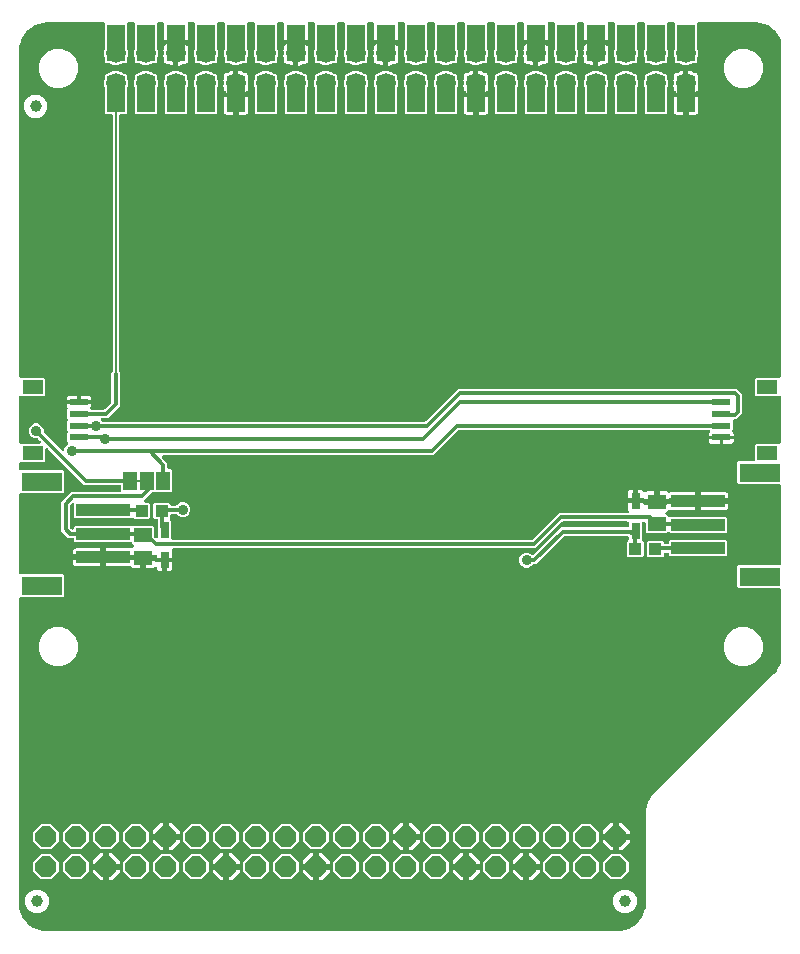
<source format=gbr>
G04 EAGLE Gerber RS-274X export*
G75*
%MOMM*%
%FSLAX34Y34*%
%LPD*%
%INTop Copper*%
%IPPOS*%
%AMOC8*
5,1,8,0,0,1.08239X$1,22.5*%
G01*
%ADD10P,1.924489X8X22.500000*%
%ADD11R,1.500000X1.240000*%
%ADD12R,4.600000X1.000000*%
%ADD13R,3.400000X1.600000*%
%ADD14R,1.168400X1.600200*%
%ADD15R,1.075000X1.000000*%
%ADD16R,0.800000X1.350000*%
%ADD17R,1.550000X0.600000*%
%ADD18R,1.800000X1.200000*%
%ADD19R,1.524000X3.048000*%
%ADD20C,1.676400*%
%ADD21C,1.000000*%
%ADD22C,0.304800*%
%ADD23C,0.906400*%
%ADD24C,0.406400*%
%ADD25C,0.152400*%
%ADD26C,0.203200*%

G36*
X506596Y2549D02*
X506596Y2549D01*
X506665Y2548D01*
X506753Y2569D01*
X506843Y2581D01*
X506884Y2597D01*
X508030Y2542D01*
X508047Y2543D01*
X508091Y2541D01*
X508320Y2541D01*
X508332Y2542D01*
X508360Y2541D01*
X511811Y2648D01*
X511879Y2659D01*
X511948Y2660D01*
X512106Y2692D01*
X519014Y4579D01*
X519124Y4624D01*
X519236Y4663D01*
X519289Y4693D01*
X519308Y4701D01*
X519325Y4713D01*
X519376Y4742D01*
X525364Y8671D01*
X525454Y8748D01*
X525549Y8820D01*
X525590Y8865D01*
X525606Y8878D01*
X525618Y8894D01*
X525658Y8939D01*
X530138Y14526D01*
X530200Y14627D01*
X530269Y14724D01*
X530294Y14779D01*
X530304Y14797D01*
X530310Y14816D01*
X530335Y14870D01*
X532870Y21569D01*
X532886Y21636D01*
X532911Y21700D01*
X532942Y21858D01*
X533389Y25387D01*
X533389Y25388D01*
X533399Y25547D01*
X533399Y104861D01*
X535330Y112015D01*
X539058Y118418D01*
X541692Y121023D01*
X542814Y122132D01*
X642036Y220263D01*
X642041Y220270D01*
X642048Y220275D01*
X642153Y220397D01*
X644279Y223192D01*
X644301Y223231D01*
X644331Y223265D01*
X644410Y223405D01*
X647540Y229843D01*
X647568Y229925D01*
X647605Y230003D01*
X647638Y230132D01*
X647642Y230144D01*
X647642Y230149D01*
X647645Y230159D01*
X647677Y230325D01*
X647679Y230364D01*
X647689Y230403D01*
X647699Y230563D01*
X647699Y291662D01*
X647684Y291780D01*
X647677Y291899D01*
X647664Y291937D01*
X647659Y291978D01*
X647616Y292088D01*
X647579Y292201D01*
X647557Y292236D01*
X647542Y292273D01*
X647473Y292369D01*
X647409Y292470D01*
X647379Y292498D01*
X647356Y292531D01*
X647264Y292607D01*
X647177Y292688D01*
X647142Y292708D01*
X647111Y292733D01*
X647003Y292784D01*
X646899Y292842D01*
X646859Y292852D01*
X646823Y292869D01*
X646706Y292891D01*
X646591Y292921D01*
X646531Y292925D01*
X646511Y292929D01*
X646490Y292927D01*
X646430Y292931D01*
X611783Y292931D01*
X610741Y293973D01*
X610741Y311447D01*
X611783Y312489D01*
X646430Y312489D01*
X646548Y312504D01*
X646667Y312511D01*
X646705Y312524D01*
X646746Y312529D01*
X646856Y312572D01*
X646969Y312609D01*
X647004Y312631D01*
X647041Y312646D01*
X647137Y312715D01*
X647238Y312779D01*
X647266Y312809D01*
X647299Y312832D01*
X647375Y312924D01*
X647456Y313011D01*
X647476Y313046D01*
X647501Y313077D01*
X647552Y313185D01*
X647610Y313289D01*
X647620Y313329D01*
X647637Y313365D01*
X647659Y313482D01*
X647689Y313597D01*
X647693Y313657D01*
X647697Y313677D01*
X647695Y313698D01*
X647699Y313758D01*
X647699Y379662D01*
X647684Y379780D01*
X647677Y379899D01*
X647664Y379937D01*
X647659Y379978D01*
X647616Y380088D01*
X647579Y380201D01*
X647557Y380236D01*
X647542Y380273D01*
X647473Y380369D01*
X647409Y380470D01*
X647379Y380498D01*
X647356Y380531D01*
X647264Y380607D01*
X647177Y380688D01*
X647142Y380708D01*
X647111Y380733D01*
X647003Y380784D01*
X646899Y380842D01*
X646859Y380852D01*
X646823Y380869D01*
X646706Y380891D01*
X646591Y380921D01*
X646531Y380925D01*
X646511Y380929D01*
X646490Y380927D01*
X646430Y380931D01*
X611783Y380931D01*
X610741Y381973D01*
X610741Y399447D01*
X611783Y400489D01*
X624112Y400489D01*
X624230Y400504D01*
X624349Y400511D01*
X624387Y400524D01*
X624428Y400529D01*
X624538Y400572D01*
X624651Y400609D01*
X624686Y400631D01*
X624723Y400646D01*
X624819Y400715D01*
X624920Y400779D01*
X624948Y400809D01*
X624981Y400832D01*
X625057Y400924D01*
X625138Y401011D01*
X625158Y401046D01*
X625183Y401077D01*
X625234Y401185D01*
X625292Y401289D01*
X625302Y401329D01*
X625319Y401365D01*
X625341Y401482D01*
X625371Y401597D01*
X625375Y401657D01*
X625379Y401677D01*
X625377Y401698D01*
X625381Y401758D01*
X625381Y414347D01*
X626423Y415389D01*
X646324Y415389D01*
X646350Y415384D01*
X646370Y415385D01*
X646390Y415382D01*
X646529Y415395D01*
X646667Y415404D01*
X646686Y415410D01*
X646706Y415412D01*
X646838Y415459D01*
X646969Y415502D01*
X646987Y415512D01*
X647006Y415519D01*
X647121Y415597D01*
X647238Y415672D01*
X647252Y415687D01*
X647269Y415698D01*
X647361Y415802D01*
X647456Y415903D01*
X647466Y415921D01*
X647479Y415936D01*
X647543Y416060D01*
X647610Y416182D01*
X647615Y416201D01*
X647624Y416220D01*
X647654Y416355D01*
X647689Y416490D01*
X647691Y416518D01*
X647694Y416530D01*
X647693Y416550D01*
X647699Y416650D01*
X647699Y454570D01*
X647682Y454707D01*
X647669Y454846D01*
X647662Y454865D01*
X647659Y454885D01*
X647608Y455014D01*
X647561Y455145D01*
X647550Y455162D01*
X647542Y455181D01*
X647461Y455293D01*
X647383Y455408D01*
X647367Y455422D01*
X647356Y455438D01*
X647248Y455527D01*
X647144Y455619D01*
X647126Y455628D01*
X647111Y455641D01*
X646985Y455700D01*
X646861Y455763D01*
X646841Y455768D01*
X646823Y455776D01*
X646687Y455802D01*
X646551Y455833D01*
X646530Y455832D01*
X646511Y455836D01*
X646427Y455831D01*
X646423Y455831D01*
X626423Y455831D01*
X625381Y456873D01*
X625381Y470347D01*
X626423Y471389D01*
X646324Y471389D01*
X646350Y471384D01*
X646370Y471385D01*
X646390Y471382D01*
X646529Y471395D01*
X646667Y471404D01*
X646686Y471410D01*
X646706Y471412D01*
X646838Y471459D01*
X646969Y471502D01*
X646987Y471512D01*
X647006Y471519D01*
X647121Y471597D01*
X647238Y471672D01*
X647252Y471687D01*
X647269Y471698D01*
X647361Y471802D01*
X647456Y471903D01*
X647466Y471921D01*
X647479Y471936D01*
X647543Y472060D01*
X647610Y472182D01*
X647615Y472201D01*
X647624Y472220D01*
X647654Y472355D01*
X647689Y472490D01*
X647691Y472518D01*
X647694Y472530D01*
X647693Y472550D01*
X647699Y472650D01*
X647699Y755768D01*
X647684Y755886D01*
X647677Y756004D01*
X647662Y756063D01*
X647659Y756084D01*
X647652Y756102D01*
X647637Y756160D01*
X646554Y759494D01*
X646503Y759601D01*
X646460Y759712D01*
X646427Y759763D01*
X646419Y759782D01*
X646406Y759797D01*
X646374Y759848D01*
X642403Y765312D01*
X642322Y765399D01*
X642246Y765491D01*
X642200Y765529D01*
X642186Y765544D01*
X642168Y765555D01*
X642122Y765593D01*
X636658Y769564D01*
X636554Y769621D01*
X636454Y769685D01*
X636397Y769707D01*
X636379Y769717D01*
X636359Y769722D01*
X636304Y769744D01*
X629880Y771831D01*
X629812Y771844D01*
X629746Y771867D01*
X629587Y771890D01*
X626210Y772155D01*
X626188Y772154D01*
X626110Y772159D01*
X577719Y772159D01*
X577601Y772144D01*
X577482Y772137D01*
X577444Y772124D01*
X577403Y772119D01*
X577293Y772076D01*
X577180Y772039D01*
X577145Y772017D01*
X577108Y772002D01*
X577012Y771933D01*
X576911Y771869D01*
X576883Y771839D01*
X576850Y771816D01*
X576774Y771724D01*
X576693Y771637D01*
X576673Y771602D01*
X576648Y771571D01*
X576597Y771463D01*
X576539Y771359D01*
X576529Y771319D01*
X576512Y771283D01*
X576490Y771166D01*
X576460Y771051D01*
X576456Y770991D01*
X576452Y770971D01*
X576454Y770950D01*
X576450Y770890D01*
X576450Y750113D01*
X576451Y750104D01*
X576450Y750094D01*
X576467Y749973D01*
X576472Y749892D01*
X576481Y749864D01*
X576490Y749797D01*
X576493Y749789D01*
X576494Y749779D01*
X576546Y749627D01*
X577216Y748011D01*
X577216Y743969D01*
X576546Y742353D01*
X576544Y742344D01*
X576539Y742336D01*
X576502Y742191D01*
X576462Y742046D01*
X576462Y742037D01*
X576460Y742028D01*
X576450Y741867D01*
X576450Y738887D01*
X575408Y737845D01*
X573805Y737845D01*
X573707Y737833D01*
X573608Y737830D01*
X573550Y737813D01*
X573490Y737805D01*
X573398Y737769D01*
X573303Y737741D01*
X573251Y737711D01*
X573194Y737688D01*
X573114Y737630D01*
X573029Y737580D01*
X572953Y737514D01*
X572937Y737502D01*
X572929Y737492D01*
X572908Y737474D01*
X572811Y737376D01*
X569076Y735829D01*
X565034Y735829D01*
X561299Y737376D01*
X561202Y737474D01*
X561124Y737534D01*
X561052Y737602D01*
X560999Y737631D01*
X560951Y737668D01*
X560860Y737708D01*
X560773Y737756D01*
X560715Y737771D01*
X560659Y737795D01*
X560561Y737810D01*
X560465Y737835D01*
X560365Y737841D01*
X560345Y737845D01*
X560333Y737843D01*
X560305Y737845D01*
X558694Y737845D01*
X557652Y738887D01*
X557652Y741886D01*
X557651Y741896D01*
X557652Y741905D01*
X557631Y742052D01*
X557612Y742202D01*
X557609Y742211D01*
X557608Y742220D01*
X557556Y742372D01*
X556894Y743969D01*
X556894Y748011D01*
X557556Y749608D01*
X557558Y749617D01*
X557563Y749625D01*
X557600Y749770D01*
X557640Y749915D01*
X557640Y749924D01*
X557642Y749933D01*
X557649Y750046D01*
X557650Y750048D01*
X557650Y750051D01*
X557652Y750094D01*
X557652Y770890D01*
X557637Y771008D01*
X557630Y771127D01*
X557617Y771165D01*
X557612Y771206D01*
X557569Y771316D01*
X557532Y771429D01*
X557510Y771464D01*
X557495Y771501D01*
X557426Y771597D01*
X557362Y771698D01*
X557332Y771726D01*
X557309Y771759D01*
X557217Y771835D01*
X557130Y771916D01*
X557095Y771936D01*
X557064Y771961D01*
X556956Y772012D01*
X556852Y772070D01*
X556812Y772080D01*
X556776Y772097D01*
X556659Y772119D01*
X556544Y772149D01*
X556484Y772153D01*
X556464Y772157D01*
X556443Y772155D01*
X556383Y772159D01*
X552319Y772159D01*
X552201Y772144D01*
X552082Y772137D01*
X552044Y772124D01*
X552003Y772119D01*
X551893Y772076D01*
X551780Y772039D01*
X551745Y772017D01*
X551708Y772002D01*
X551612Y771933D01*
X551511Y771869D01*
X551483Y771839D01*
X551450Y771816D01*
X551374Y771724D01*
X551293Y771637D01*
X551273Y771602D01*
X551248Y771571D01*
X551197Y771463D01*
X551139Y771359D01*
X551129Y771319D01*
X551112Y771283D01*
X551090Y771166D01*
X551060Y771051D01*
X551056Y770991D01*
X551052Y770971D01*
X551054Y770950D01*
X551050Y770890D01*
X551050Y750113D01*
X551051Y750104D01*
X551050Y750094D01*
X551067Y749973D01*
X551072Y749892D01*
X551081Y749864D01*
X551090Y749797D01*
X551093Y749789D01*
X551094Y749779D01*
X551146Y749627D01*
X551816Y748011D01*
X551816Y743969D01*
X551146Y742353D01*
X551144Y742344D01*
X551139Y742336D01*
X551102Y742191D01*
X551062Y742046D01*
X551062Y742037D01*
X551060Y742028D01*
X551050Y741867D01*
X551050Y738887D01*
X550008Y737845D01*
X548405Y737845D01*
X548307Y737833D01*
X548208Y737830D01*
X548150Y737813D01*
X548090Y737805D01*
X547998Y737769D01*
X547903Y737741D01*
X547851Y737711D01*
X547794Y737688D01*
X547714Y737630D01*
X547629Y737580D01*
X547553Y737514D01*
X547537Y737502D01*
X547529Y737492D01*
X547508Y737474D01*
X547411Y737376D01*
X543676Y735829D01*
X539634Y735829D01*
X535899Y737376D01*
X535802Y737474D01*
X535724Y737534D01*
X535652Y737602D01*
X535599Y737631D01*
X535551Y737668D01*
X535460Y737708D01*
X535373Y737756D01*
X535315Y737771D01*
X535259Y737795D01*
X535161Y737810D01*
X535065Y737835D01*
X534965Y737841D01*
X534945Y737845D01*
X534933Y737843D01*
X534905Y737845D01*
X533294Y737845D01*
X532252Y738887D01*
X532252Y741886D01*
X532251Y741896D01*
X532252Y741905D01*
X532231Y742052D01*
X532212Y742202D01*
X532209Y742211D01*
X532208Y742220D01*
X532156Y742372D01*
X531494Y743969D01*
X531494Y748011D01*
X532156Y749608D01*
X532158Y749617D01*
X532163Y749625D01*
X532200Y749770D01*
X532240Y749915D01*
X532240Y749924D01*
X532242Y749933D01*
X532249Y750046D01*
X532250Y750048D01*
X532250Y750051D01*
X532252Y750094D01*
X532252Y770890D01*
X532237Y771008D01*
X532230Y771127D01*
X532217Y771165D01*
X532212Y771206D01*
X532169Y771316D01*
X532132Y771429D01*
X532110Y771464D01*
X532095Y771501D01*
X532026Y771597D01*
X531962Y771698D01*
X531932Y771726D01*
X531909Y771759D01*
X531817Y771835D01*
X531730Y771916D01*
X531695Y771936D01*
X531664Y771961D01*
X531556Y772012D01*
X531452Y772070D01*
X531412Y772080D01*
X531376Y772097D01*
X531259Y772119D01*
X531144Y772149D01*
X531084Y772153D01*
X531064Y772157D01*
X531043Y772155D01*
X530983Y772159D01*
X526919Y772159D01*
X526801Y772144D01*
X526682Y772137D01*
X526644Y772124D01*
X526603Y772119D01*
X526493Y772076D01*
X526380Y772039D01*
X526345Y772017D01*
X526308Y772002D01*
X526212Y771933D01*
X526111Y771869D01*
X526083Y771839D01*
X526050Y771816D01*
X525974Y771724D01*
X525893Y771637D01*
X525873Y771602D01*
X525848Y771571D01*
X525797Y771463D01*
X525739Y771359D01*
X525729Y771319D01*
X525712Y771283D01*
X525690Y771166D01*
X525660Y771051D01*
X525656Y770991D01*
X525652Y770971D01*
X525654Y770950D01*
X525650Y770890D01*
X525650Y750113D01*
X525651Y750104D01*
X525650Y750094D01*
X525667Y749973D01*
X525672Y749892D01*
X525681Y749864D01*
X525690Y749797D01*
X525693Y749789D01*
X525694Y749779D01*
X525746Y749627D01*
X526416Y748011D01*
X526416Y743969D01*
X525746Y742353D01*
X525744Y742344D01*
X525739Y742336D01*
X525702Y742191D01*
X525662Y742046D01*
X525662Y742037D01*
X525660Y742028D01*
X525650Y741867D01*
X525650Y738887D01*
X524608Y737845D01*
X523005Y737845D01*
X522907Y737833D01*
X522808Y737830D01*
X522750Y737813D01*
X522690Y737805D01*
X522598Y737769D01*
X522503Y737741D01*
X522451Y737711D01*
X522394Y737688D01*
X522314Y737630D01*
X522229Y737580D01*
X522153Y737514D01*
X522137Y737502D01*
X522129Y737492D01*
X522108Y737474D01*
X522011Y737376D01*
X518276Y735829D01*
X514234Y735829D01*
X510499Y737376D01*
X510402Y737474D01*
X510324Y737534D01*
X510252Y737602D01*
X510199Y737631D01*
X510151Y737668D01*
X510060Y737708D01*
X509973Y737756D01*
X509915Y737771D01*
X509859Y737795D01*
X509761Y737810D01*
X509665Y737835D01*
X509565Y737841D01*
X509545Y737845D01*
X509533Y737843D01*
X509505Y737845D01*
X507894Y737845D01*
X506852Y738887D01*
X506852Y741886D01*
X506851Y741896D01*
X506852Y741905D01*
X506831Y742052D01*
X506812Y742202D01*
X506809Y742211D01*
X506808Y742220D01*
X506756Y742372D01*
X506094Y743969D01*
X506094Y748011D01*
X506756Y749608D01*
X506758Y749617D01*
X506763Y749625D01*
X506800Y749770D01*
X506840Y749915D01*
X506840Y749924D01*
X506842Y749933D01*
X506849Y750046D01*
X506850Y750048D01*
X506850Y750051D01*
X506852Y750094D01*
X506852Y770890D01*
X506837Y771008D01*
X506830Y771127D01*
X506817Y771165D01*
X506812Y771206D01*
X506769Y771316D01*
X506732Y771429D01*
X506710Y771464D01*
X506695Y771501D01*
X506626Y771597D01*
X506562Y771698D01*
X506532Y771726D01*
X506509Y771759D01*
X506417Y771835D01*
X506330Y771916D01*
X506295Y771936D01*
X506264Y771961D01*
X506156Y772012D01*
X506052Y772070D01*
X506012Y772080D01*
X505976Y772097D01*
X505859Y772119D01*
X505744Y772149D01*
X505684Y772153D01*
X505664Y772157D01*
X505643Y772155D01*
X505583Y772159D01*
X502205Y772159D01*
X502080Y772143D01*
X501955Y772134D01*
X501923Y772124D01*
X501889Y772119D01*
X501772Y772073D01*
X501653Y772033D01*
X501625Y772015D01*
X501594Y772002D01*
X501492Y771929D01*
X501386Y771860D01*
X501364Y771835D01*
X501336Y771816D01*
X501256Y771719D01*
X501171Y771626D01*
X501155Y771597D01*
X501133Y771571D01*
X501080Y771457D01*
X501020Y771346D01*
X501012Y771313D01*
X500998Y771283D01*
X500974Y771160D01*
X500944Y771037D01*
X500944Y771004D01*
X500938Y770971D01*
X500946Y770845D01*
X500947Y770719D01*
X500957Y770671D01*
X500958Y770653D01*
X500964Y770633D01*
X500979Y770561D01*
X501012Y770438D01*
X501012Y757403D01*
X497635Y757403D01*
X497556Y757393D01*
X497477Y757393D01*
X497399Y757373D01*
X497320Y757363D01*
X497246Y757334D01*
X497168Y757314D01*
X497098Y757276D01*
X497024Y757246D01*
X496960Y757200D01*
X496890Y757161D01*
X496831Y757106D01*
X496767Y757059D01*
X496716Y756998D01*
X496658Y756944D01*
X496615Y756876D01*
X496564Y756814D01*
X496530Y756742D01*
X496487Y756675D01*
X496462Y756599D01*
X496428Y756527D01*
X496413Y756449D01*
X496389Y756373D01*
X496384Y756293D01*
X496369Y756214D01*
X496374Y756135D01*
X496368Y756055D01*
X496383Y755977D01*
X496388Y755897D01*
X496413Y755821D01*
X496428Y755743D01*
X496462Y755671D01*
X496486Y755594D01*
X496529Y755527D01*
X496563Y755455D01*
X496614Y755393D01*
X496657Y755326D01*
X496715Y755271D01*
X496765Y755210D01*
X496887Y755109D01*
X496888Y755108D01*
X496889Y755107D01*
X497971Y754321D01*
X499186Y753106D01*
X499374Y752848D01*
X499401Y752819D01*
X499422Y752786D01*
X499509Y752704D01*
X499591Y752616D01*
X499625Y752595D01*
X499653Y752568D01*
X499758Y752510D01*
X499860Y752446D01*
X499897Y752434D01*
X499932Y752414D01*
X500048Y752385D01*
X500162Y752347D01*
X500202Y752345D01*
X500240Y752335D01*
X500400Y752325D01*
X501012Y752325D01*
X501012Y750279D01*
X501027Y750161D01*
X501034Y750042D01*
X501049Y749983D01*
X501052Y749963D01*
X501059Y749944D01*
X501074Y749886D01*
X501509Y748548D01*
X501591Y748026D01*
X501574Y748013D01*
X501473Y747949D01*
X501445Y747919D01*
X501412Y747896D01*
X501336Y747804D01*
X501255Y747717D01*
X501235Y747682D01*
X501210Y747651D01*
X501159Y747543D01*
X501101Y747439D01*
X501091Y747399D01*
X501074Y747363D01*
X501052Y747246D01*
X501022Y747131D01*
X501018Y747071D01*
X501014Y747051D01*
X501016Y747030D01*
X501012Y746970D01*
X501012Y745010D01*
X501027Y744892D01*
X501034Y744773D01*
X501047Y744735D01*
X501052Y744694D01*
X501095Y744584D01*
X501132Y744471D01*
X501154Y744436D01*
X501169Y744399D01*
X501238Y744302D01*
X501302Y744202D01*
X501332Y744174D01*
X501355Y744141D01*
X501447Y744065D01*
X501534Y743984D01*
X501569Y743964D01*
X501590Y743947D01*
X501509Y743432D01*
X501074Y742094D01*
X501052Y741977D01*
X501022Y741862D01*
X501018Y741802D01*
X501014Y741781D01*
X501016Y741761D01*
X501012Y741701D01*
X501012Y739290D01*
X500839Y738643D01*
X500504Y738064D01*
X500031Y737591D01*
X499452Y737256D01*
X498805Y737083D01*
X497591Y737083D01*
X497427Y737063D01*
X497277Y737044D01*
X497276Y737044D01*
X497276Y737043D01*
X497117Y736981D01*
X496981Y736927D01*
X496980Y736927D01*
X496980Y736926D01*
X496979Y736926D01*
X496845Y736841D01*
X496580Y736648D01*
X495048Y735867D01*
X493413Y735336D01*
X493104Y735287D01*
X493104Y745010D01*
X493089Y745128D01*
X493082Y745247D01*
X493069Y745285D01*
X493064Y745325D01*
X493021Y745436D01*
X492984Y745549D01*
X492962Y745583D01*
X492947Y745621D01*
X492878Y745717D01*
X492814Y745818D01*
X492784Y745846D01*
X492761Y745878D01*
X492669Y745954D01*
X492635Y745986D01*
X492643Y745991D01*
X492671Y746021D01*
X492704Y746045D01*
X492780Y746136D01*
X492861Y746223D01*
X492881Y746258D01*
X492906Y746290D01*
X492957Y746397D01*
X493015Y746502D01*
X493025Y746541D01*
X493042Y746577D01*
X493064Y746694D01*
X493094Y746810D01*
X493098Y746870D01*
X493102Y746890D01*
X493100Y746910D01*
X493104Y746970D01*
X493104Y753594D01*
X493089Y753712D01*
X493082Y753831D01*
X493069Y753869D01*
X493064Y753909D01*
X493021Y754020D01*
X492984Y754133D01*
X492962Y754168D01*
X492947Y754205D01*
X492878Y754301D01*
X492814Y754402D01*
X492784Y754430D01*
X492761Y754462D01*
X492669Y754538D01*
X492582Y754620D01*
X492547Y754639D01*
X492516Y754665D01*
X492408Y754716D01*
X492304Y754773D01*
X492264Y754784D01*
X492228Y754801D01*
X492111Y754823D01*
X491996Y754853D01*
X491936Y754857D01*
X491916Y754861D01*
X491895Y754859D01*
X491835Y754863D01*
X489875Y754863D01*
X489757Y754848D01*
X489638Y754841D01*
X489600Y754828D01*
X489559Y754823D01*
X489449Y754779D01*
X489336Y754743D01*
X489301Y754721D01*
X489264Y754706D01*
X489167Y754636D01*
X489067Y754573D01*
X489039Y754543D01*
X489006Y754519D01*
X488930Y754428D01*
X488849Y754341D01*
X488829Y754306D01*
X488804Y754274D01*
X488753Y754167D01*
X488695Y754063D01*
X488685Y754023D01*
X488668Y753987D01*
X488646Y753870D01*
X488616Y753755D01*
X488612Y753694D01*
X488608Y753674D01*
X488610Y753654D01*
X488606Y753594D01*
X488606Y746970D01*
X488621Y746852D01*
X488628Y746733D01*
X488640Y746695D01*
X488646Y746655D01*
X488689Y746544D01*
X488726Y746431D01*
X488748Y746397D01*
X488763Y746359D01*
X488832Y746263D01*
X488896Y746162D01*
X488926Y746134D01*
X488949Y746102D01*
X489041Y746026D01*
X489075Y745994D01*
X489067Y745989D01*
X489039Y745959D01*
X489006Y745935D01*
X488930Y745844D01*
X488849Y745757D01*
X488829Y745722D01*
X488804Y745690D01*
X488753Y745583D01*
X488695Y745478D01*
X488685Y745439D01*
X488668Y745403D01*
X488646Y745286D01*
X488616Y745170D01*
X488612Y745110D01*
X488608Y745090D01*
X488610Y745070D01*
X488606Y745010D01*
X488606Y735287D01*
X488297Y735336D01*
X486662Y735867D01*
X485130Y736648D01*
X484865Y736841D01*
X484713Y736924D01*
X484587Y736994D01*
X484586Y736994D01*
X484418Y737037D01*
X484279Y737073D01*
X484278Y737073D01*
X484277Y737073D01*
X484119Y737083D01*
X482897Y737083D01*
X482250Y737256D01*
X481671Y737591D01*
X481198Y738064D01*
X480863Y738643D01*
X480690Y739290D01*
X480690Y741726D01*
X480675Y741844D01*
X480668Y741962D01*
X480653Y742021D01*
X480650Y742042D01*
X480643Y742061D01*
X480628Y742118D01*
X480201Y743432D01*
X480118Y743960D01*
X480128Y743967D01*
X480229Y744031D01*
X480257Y744061D01*
X480290Y744084D01*
X480366Y744176D01*
X480447Y744263D01*
X480467Y744298D01*
X480492Y744329D01*
X480543Y744437D01*
X480601Y744541D01*
X480611Y744581D01*
X480628Y744617D01*
X480650Y744734D01*
X480680Y744849D01*
X480684Y744909D01*
X480688Y744929D01*
X480686Y744950D01*
X480690Y745010D01*
X480690Y746970D01*
X480675Y747088D01*
X480668Y747207D01*
X480655Y747245D01*
X480650Y747286D01*
X480607Y747396D01*
X480570Y747509D01*
X480548Y747544D01*
X480533Y747581D01*
X480464Y747677D01*
X480400Y747778D01*
X480370Y747806D01*
X480347Y747839D01*
X480255Y747915D01*
X480168Y747996D01*
X480133Y748016D01*
X480119Y748027D01*
X480201Y748548D01*
X480628Y749862D01*
X480650Y749978D01*
X480680Y750093D01*
X480684Y750154D01*
X480688Y750174D01*
X480686Y750194D01*
X480690Y750254D01*
X480690Y752325D01*
X481310Y752325D01*
X481349Y752330D01*
X481388Y752327D01*
X481506Y752350D01*
X481625Y752365D01*
X481662Y752379D01*
X481701Y752387D01*
X481809Y752438D01*
X481921Y752482D01*
X481953Y752505D01*
X481988Y752522D01*
X482081Y752598D01*
X482178Y752669D01*
X482203Y752699D01*
X482234Y752724D01*
X482336Y752848D01*
X482524Y753106D01*
X483739Y754321D01*
X484821Y755107D01*
X484879Y755162D01*
X484943Y755208D01*
X484994Y755270D01*
X485053Y755325D01*
X485095Y755392D01*
X485146Y755453D01*
X485180Y755526D01*
X485223Y755593D01*
X485248Y755669D01*
X485282Y755741D01*
X485297Y755820D01*
X485321Y755896D01*
X485326Y755975D01*
X485341Y756053D01*
X485336Y756133D01*
X485342Y756213D01*
X485327Y756291D01*
X485322Y756371D01*
X485297Y756447D01*
X485282Y756525D01*
X485248Y756598D01*
X485224Y756673D01*
X485181Y756741D01*
X485147Y756813D01*
X485096Y756875D01*
X485053Y756942D01*
X484995Y756997D01*
X484944Y757059D01*
X484880Y757105D01*
X484822Y757160D01*
X484752Y757199D01*
X484687Y757246D01*
X484613Y757275D01*
X484543Y757313D01*
X484466Y757333D01*
X484392Y757363D01*
X484313Y757373D01*
X484235Y757393D01*
X484077Y757403D01*
X484076Y757403D01*
X484075Y757403D01*
X480690Y757403D01*
X480690Y770438D01*
X480723Y770561D01*
X480740Y770686D01*
X480764Y770810D01*
X480762Y770843D01*
X480766Y770877D01*
X480752Y771002D01*
X480744Y771127D01*
X480734Y771159D01*
X480730Y771192D01*
X480685Y771310D01*
X480646Y771429D01*
X480628Y771458D01*
X480616Y771489D01*
X480543Y771592D01*
X480476Y771698D01*
X480451Y771721D01*
X480432Y771749D01*
X480336Y771830D01*
X480244Y771916D01*
X480215Y771932D01*
X480189Y771954D01*
X480076Y772009D01*
X479966Y772070D01*
X479933Y772078D01*
X479903Y772093D01*
X479779Y772118D01*
X479658Y772149D01*
X479609Y772152D01*
X479591Y772156D01*
X479569Y772155D01*
X479497Y772159D01*
X476119Y772159D01*
X476001Y772144D01*
X475882Y772137D01*
X475844Y772124D01*
X475803Y772119D01*
X475693Y772076D01*
X475580Y772039D01*
X475545Y772017D01*
X475508Y772002D01*
X475412Y771933D01*
X475311Y771869D01*
X475283Y771839D01*
X475250Y771816D01*
X475174Y771724D01*
X475093Y771637D01*
X475073Y771602D01*
X475048Y771571D01*
X474997Y771463D01*
X474939Y771359D01*
X474929Y771319D01*
X474912Y771283D01*
X474890Y771166D01*
X474860Y771051D01*
X474856Y770991D01*
X474852Y770971D01*
X474854Y770950D01*
X474850Y770890D01*
X474850Y750113D01*
X474851Y750104D01*
X474850Y750094D01*
X474867Y749973D01*
X474872Y749892D01*
X474881Y749864D01*
X474890Y749797D01*
X474893Y749789D01*
X474894Y749779D01*
X474946Y749627D01*
X475616Y748011D01*
X475616Y743969D01*
X474946Y742353D01*
X474944Y742344D01*
X474939Y742336D01*
X474902Y742191D01*
X474862Y742046D01*
X474862Y742037D01*
X474860Y742028D01*
X474850Y741867D01*
X474850Y738887D01*
X473808Y737845D01*
X472205Y737845D01*
X472107Y737833D01*
X472008Y737830D01*
X471950Y737813D01*
X471890Y737805D01*
X471798Y737769D01*
X471703Y737741D01*
X471651Y737711D01*
X471594Y737688D01*
X471514Y737630D01*
X471429Y737580D01*
X471353Y737514D01*
X471337Y737502D01*
X471329Y737492D01*
X471308Y737474D01*
X471211Y737376D01*
X467476Y735829D01*
X463434Y735829D01*
X459699Y737376D01*
X459602Y737474D01*
X459524Y737534D01*
X459452Y737602D01*
X459399Y737631D01*
X459351Y737668D01*
X459260Y737708D01*
X459173Y737756D01*
X459115Y737771D01*
X459059Y737795D01*
X458961Y737810D01*
X458865Y737835D01*
X458765Y737841D01*
X458745Y737845D01*
X458733Y737843D01*
X458705Y737845D01*
X457094Y737845D01*
X456052Y738887D01*
X456052Y741886D01*
X456051Y741896D01*
X456052Y741905D01*
X456031Y742052D01*
X456012Y742202D01*
X456009Y742211D01*
X456008Y742220D01*
X455956Y742372D01*
X455294Y743969D01*
X455294Y748011D01*
X455956Y749608D01*
X455958Y749617D01*
X455963Y749625D01*
X456000Y749770D01*
X456040Y749915D01*
X456040Y749924D01*
X456042Y749933D01*
X456049Y750046D01*
X456050Y750048D01*
X456050Y750051D01*
X456052Y750094D01*
X456052Y770890D01*
X456037Y771008D01*
X456030Y771127D01*
X456017Y771165D01*
X456012Y771206D01*
X455969Y771316D01*
X455932Y771429D01*
X455910Y771464D01*
X455895Y771501D01*
X455826Y771597D01*
X455762Y771698D01*
X455732Y771726D01*
X455709Y771759D01*
X455617Y771835D01*
X455530Y771916D01*
X455495Y771936D01*
X455464Y771961D01*
X455356Y772012D01*
X455252Y772070D01*
X455212Y772080D01*
X455176Y772097D01*
X455059Y772119D01*
X454944Y772149D01*
X454884Y772153D01*
X454864Y772157D01*
X454843Y772155D01*
X454783Y772159D01*
X451405Y772159D01*
X451280Y772143D01*
X451155Y772134D01*
X451123Y772124D01*
X451089Y772119D01*
X450972Y772073D01*
X450853Y772033D01*
X450825Y772015D01*
X450794Y772002D01*
X450692Y771929D01*
X450586Y771860D01*
X450564Y771835D01*
X450536Y771816D01*
X450456Y771719D01*
X450371Y771626D01*
X450355Y771597D01*
X450333Y771571D01*
X450280Y771457D01*
X450220Y771346D01*
X450212Y771313D01*
X450198Y771283D01*
X450174Y771160D01*
X450144Y771037D01*
X450144Y771004D01*
X450138Y770971D01*
X450146Y770845D01*
X450147Y770719D01*
X450157Y770671D01*
X450158Y770653D01*
X450164Y770633D01*
X450179Y770561D01*
X450212Y770438D01*
X450212Y757403D01*
X446835Y757403D01*
X446756Y757393D01*
X446677Y757393D01*
X446599Y757373D01*
X446520Y757363D01*
X446446Y757334D01*
X446369Y757314D01*
X446298Y757276D01*
X446224Y757246D01*
X446160Y757199D01*
X446090Y757161D01*
X446032Y757107D01*
X445967Y757059D01*
X445916Y756998D01*
X445858Y756944D01*
X445815Y756876D01*
X445764Y756814D01*
X445730Y756742D01*
X445687Y756675D01*
X445662Y756599D01*
X445628Y756527D01*
X445613Y756449D01*
X445589Y756373D01*
X445584Y756293D01*
X445569Y756214D01*
X445574Y756135D01*
X445568Y756055D01*
X445583Y755977D01*
X445588Y755897D01*
X445613Y755821D01*
X445628Y755743D01*
X445662Y755671D01*
X445686Y755594D01*
X445729Y755527D01*
X445763Y755455D01*
X445814Y755393D01*
X445857Y755326D01*
X445915Y755271D01*
X445965Y755210D01*
X446087Y755109D01*
X446088Y755108D01*
X446089Y755108D01*
X446089Y755107D01*
X447171Y754321D01*
X448386Y753106D01*
X448574Y752848D01*
X448601Y752819D01*
X448622Y752786D01*
X448709Y752704D01*
X448791Y752616D01*
X448825Y752595D01*
X448853Y752568D01*
X448958Y752510D01*
X449060Y752446D01*
X449097Y752433D01*
X449132Y752414D01*
X449248Y752385D01*
X449362Y752347D01*
X449402Y752345D01*
X449440Y752335D01*
X449600Y752325D01*
X450212Y752325D01*
X450212Y750279D01*
X450227Y750161D01*
X450234Y750042D01*
X450249Y749983D01*
X450252Y749963D01*
X450259Y749944D01*
X450274Y749886D01*
X450709Y748548D01*
X450791Y748026D01*
X450774Y748013D01*
X450673Y747949D01*
X450645Y747919D01*
X450612Y747896D01*
X450536Y747804D01*
X450455Y747717D01*
X450435Y747682D01*
X450410Y747651D01*
X450359Y747543D01*
X450301Y747439D01*
X450291Y747399D01*
X450274Y747363D01*
X450252Y747246D01*
X450222Y747131D01*
X450218Y747071D01*
X450214Y747051D01*
X450216Y747030D01*
X450212Y746970D01*
X450212Y745010D01*
X450227Y744892D01*
X450234Y744773D01*
X450247Y744735D01*
X450252Y744694D01*
X450295Y744584D01*
X450332Y744471D01*
X450354Y744436D01*
X450369Y744399D01*
X450438Y744302D01*
X450502Y744202D01*
X450532Y744174D01*
X450555Y744141D01*
X450647Y744065D01*
X450734Y743984D01*
X450769Y743964D01*
X450790Y743947D01*
X450709Y743432D01*
X450274Y742094D01*
X450252Y741977D01*
X450222Y741862D01*
X450218Y741802D01*
X450214Y741781D01*
X450216Y741761D01*
X450212Y741701D01*
X450212Y739290D01*
X450039Y738643D01*
X449704Y738064D01*
X449231Y737591D01*
X448652Y737256D01*
X448005Y737083D01*
X446791Y737083D01*
X446627Y737063D01*
X446477Y737044D01*
X446476Y737044D01*
X446476Y737043D01*
X446317Y736981D01*
X446181Y736927D01*
X446180Y736927D01*
X446180Y736926D01*
X446179Y736926D01*
X446045Y736841D01*
X445780Y736648D01*
X444248Y735867D01*
X442613Y735336D01*
X442304Y735287D01*
X442304Y745010D01*
X442289Y745128D01*
X442282Y745247D01*
X442269Y745285D01*
X442264Y745325D01*
X442221Y745436D01*
X442184Y745549D01*
X442162Y745583D01*
X442147Y745621D01*
X442078Y745717D01*
X442014Y745818D01*
X441984Y745846D01*
X441961Y745878D01*
X441869Y745954D01*
X441835Y745986D01*
X441843Y745991D01*
X441871Y746021D01*
X441904Y746045D01*
X441980Y746136D01*
X442061Y746223D01*
X442081Y746258D01*
X442106Y746290D01*
X442157Y746397D01*
X442215Y746502D01*
X442225Y746541D01*
X442242Y746577D01*
X442264Y746694D01*
X442294Y746810D01*
X442298Y746870D01*
X442302Y746890D01*
X442300Y746910D01*
X442304Y746970D01*
X442304Y753594D01*
X442289Y753712D01*
X442282Y753831D01*
X442269Y753869D01*
X442264Y753909D01*
X442221Y754020D01*
X442184Y754133D01*
X442162Y754168D01*
X442147Y754205D01*
X442078Y754301D01*
X442014Y754402D01*
X441984Y754430D01*
X441961Y754462D01*
X441869Y754538D01*
X441782Y754620D01*
X441747Y754639D01*
X441716Y754665D01*
X441608Y754716D01*
X441504Y754773D01*
X441464Y754784D01*
X441428Y754801D01*
X441311Y754823D01*
X441196Y754853D01*
X441136Y754857D01*
X441116Y754861D01*
X441095Y754859D01*
X441035Y754863D01*
X439075Y754863D01*
X438957Y754848D01*
X438838Y754841D01*
X438800Y754828D01*
X438759Y754823D01*
X438649Y754779D01*
X438536Y754743D01*
X438501Y754721D01*
X438464Y754706D01*
X438367Y754636D01*
X438267Y754573D01*
X438239Y754543D01*
X438206Y754519D01*
X438130Y754428D01*
X438049Y754341D01*
X438029Y754306D01*
X438004Y754274D01*
X437953Y754167D01*
X437895Y754063D01*
X437885Y754023D01*
X437868Y753987D01*
X437846Y753870D01*
X437816Y753755D01*
X437812Y753694D01*
X437808Y753674D01*
X437810Y753654D01*
X437806Y753594D01*
X437806Y746970D01*
X437821Y746852D01*
X437828Y746733D01*
X437840Y746695D01*
X437846Y746655D01*
X437889Y746544D01*
X437926Y746431D01*
X437948Y746397D01*
X437963Y746359D01*
X438032Y746263D01*
X438096Y746162D01*
X438126Y746134D01*
X438149Y746102D01*
X438241Y746026D01*
X438275Y745994D01*
X438267Y745989D01*
X438239Y745959D01*
X438206Y745935D01*
X438130Y745844D01*
X438049Y745757D01*
X438029Y745722D01*
X438004Y745690D01*
X437953Y745583D01*
X437895Y745478D01*
X437885Y745439D01*
X437868Y745403D01*
X437846Y745286D01*
X437816Y745170D01*
X437812Y745110D01*
X437808Y745090D01*
X437810Y745070D01*
X437806Y745010D01*
X437806Y735287D01*
X437497Y735336D01*
X435862Y735867D01*
X434330Y736648D01*
X434065Y736841D01*
X433916Y736922D01*
X433787Y736994D01*
X433786Y736994D01*
X433617Y737038D01*
X433480Y737073D01*
X433479Y737073D01*
X433478Y737073D01*
X433477Y737073D01*
X433319Y737083D01*
X432097Y737083D01*
X431450Y737256D01*
X430871Y737591D01*
X430398Y738064D01*
X430063Y738643D01*
X429890Y739290D01*
X429890Y741726D01*
X429875Y741844D01*
X429868Y741962D01*
X429853Y742021D01*
X429850Y742042D01*
X429843Y742061D01*
X429828Y742118D01*
X429401Y743432D01*
X429318Y743960D01*
X429328Y743967D01*
X429429Y744031D01*
X429457Y744061D01*
X429490Y744084D01*
X429566Y744176D01*
X429647Y744263D01*
X429667Y744298D01*
X429692Y744329D01*
X429743Y744437D01*
X429801Y744541D01*
X429811Y744581D01*
X429828Y744617D01*
X429850Y744734D01*
X429880Y744849D01*
X429884Y744909D01*
X429888Y744929D01*
X429886Y744950D01*
X429890Y745010D01*
X429890Y746970D01*
X429875Y747088D01*
X429868Y747207D01*
X429855Y747245D01*
X429850Y747286D01*
X429807Y747396D01*
X429770Y747509D01*
X429748Y747544D01*
X429733Y747581D01*
X429664Y747677D01*
X429600Y747778D01*
X429570Y747806D01*
X429547Y747839D01*
X429455Y747915D01*
X429368Y747996D01*
X429333Y748016D01*
X429319Y748027D01*
X429401Y748548D01*
X429828Y749862D01*
X429850Y749978D01*
X429880Y750093D01*
X429884Y750154D01*
X429888Y750174D01*
X429886Y750194D01*
X429890Y750254D01*
X429890Y752325D01*
X430510Y752325D01*
X430549Y752330D01*
X430588Y752327D01*
X430706Y752350D01*
X430825Y752365D01*
X430862Y752379D01*
X430900Y752387D01*
X431009Y752438D01*
X431121Y752482D01*
X431153Y752505D01*
X431188Y752522D01*
X431281Y752598D01*
X431378Y752669D01*
X431403Y752699D01*
X431434Y752724D01*
X431536Y752848D01*
X431724Y753106D01*
X432939Y754321D01*
X434021Y755107D01*
X434079Y755162D01*
X434143Y755208D01*
X434194Y755270D01*
X434253Y755325D01*
X434295Y755392D01*
X434346Y755453D01*
X434380Y755526D01*
X434423Y755593D01*
X434448Y755669D01*
X434482Y755741D01*
X434497Y755819D01*
X434521Y755896D01*
X434526Y755975D01*
X434541Y756053D01*
X434536Y756133D01*
X434541Y756213D01*
X434527Y756291D01*
X434522Y756371D01*
X434497Y756447D01*
X434482Y756525D01*
X434448Y756598D01*
X434424Y756673D01*
X434381Y756741D01*
X434347Y756813D01*
X434296Y756875D01*
X434253Y756942D01*
X434195Y756997D01*
X434144Y757059D01*
X434080Y757105D01*
X434022Y757160D01*
X433952Y757199D01*
X433887Y757246D01*
X433813Y757275D01*
X433743Y757313D01*
X433666Y757333D01*
X433592Y757363D01*
X433513Y757373D01*
X433435Y757393D01*
X433277Y757403D01*
X433276Y757403D01*
X433275Y757403D01*
X429890Y757403D01*
X429890Y770438D01*
X429923Y770561D01*
X429940Y770686D01*
X429964Y770810D01*
X429962Y770843D01*
X429966Y770877D01*
X429952Y771002D01*
X429944Y771127D01*
X429934Y771159D01*
X429930Y771192D01*
X429885Y771310D01*
X429846Y771429D01*
X429828Y771458D01*
X429816Y771489D01*
X429743Y771592D01*
X429676Y771698D01*
X429651Y771721D01*
X429632Y771749D01*
X429536Y771830D01*
X429444Y771916D01*
X429415Y771932D01*
X429389Y771954D01*
X429276Y772009D01*
X429166Y772070D01*
X429133Y772078D01*
X429103Y772093D01*
X428979Y772118D01*
X428858Y772149D01*
X428809Y772152D01*
X428791Y772156D01*
X428769Y772155D01*
X428697Y772159D01*
X425319Y772159D01*
X425201Y772144D01*
X425082Y772137D01*
X425044Y772124D01*
X425003Y772119D01*
X424893Y772076D01*
X424780Y772039D01*
X424745Y772017D01*
X424708Y772002D01*
X424612Y771933D01*
X424511Y771869D01*
X424483Y771839D01*
X424450Y771816D01*
X424374Y771724D01*
X424293Y771637D01*
X424273Y771602D01*
X424248Y771571D01*
X424197Y771463D01*
X424139Y771359D01*
X424129Y771319D01*
X424112Y771283D01*
X424090Y771166D01*
X424060Y771051D01*
X424056Y770991D01*
X424052Y770971D01*
X424054Y770950D01*
X424050Y770890D01*
X424050Y750113D01*
X424051Y750104D01*
X424050Y750094D01*
X424067Y749973D01*
X424072Y749892D01*
X424081Y749864D01*
X424090Y749797D01*
X424093Y749789D01*
X424094Y749779D01*
X424146Y749627D01*
X424816Y748011D01*
X424816Y743969D01*
X424146Y742353D01*
X424144Y742344D01*
X424139Y742336D01*
X424102Y742191D01*
X424062Y742046D01*
X424062Y742037D01*
X424060Y742028D01*
X424050Y741867D01*
X424050Y738887D01*
X423008Y737845D01*
X421405Y737845D01*
X421307Y737833D01*
X421208Y737830D01*
X421150Y737813D01*
X421090Y737805D01*
X420998Y737769D01*
X420903Y737741D01*
X420851Y737711D01*
X420794Y737688D01*
X420714Y737630D01*
X420629Y737580D01*
X420553Y737514D01*
X420537Y737502D01*
X420529Y737492D01*
X420508Y737474D01*
X420411Y737376D01*
X416676Y735829D01*
X412634Y735829D01*
X408899Y737376D01*
X408802Y737474D01*
X408724Y737534D01*
X408652Y737602D01*
X408599Y737631D01*
X408551Y737668D01*
X408460Y737708D01*
X408373Y737756D01*
X408315Y737771D01*
X408259Y737795D01*
X408161Y737810D01*
X408065Y737835D01*
X407965Y737841D01*
X407945Y737845D01*
X407933Y737843D01*
X407905Y737845D01*
X406294Y737845D01*
X405252Y738887D01*
X405252Y741886D01*
X405251Y741896D01*
X405252Y741905D01*
X405231Y742052D01*
X405212Y742202D01*
X405209Y742211D01*
X405208Y742220D01*
X405156Y742372D01*
X404494Y743969D01*
X404494Y748011D01*
X405156Y749608D01*
X405158Y749617D01*
X405163Y749625D01*
X405200Y749770D01*
X405240Y749915D01*
X405240Y749924D01*
X405242Y749933D01*
X405249Y750046D01*
X405250Y750048D01*
X405250Y750051D01*
X405252Y750094D01*
X405252Y770890D01*
X405237Y771008D01*
X405230Y771127D01*
X405217Y771165D01*
X405212Y771206D01*
X405169Y771316D01*
X405132Y771429D01*
X405110Y771464D01*
X405095Y771501D01*
X405026Y771597D01*
X404962Y771698D01*
X404932Y771726D01*
X404909Y771759D01*
X404817Y771835D01*
X404730Y771916D01*
X404695Y771936D01*
X404664Y771961D01*
X404556Y772012D01*
X404452Y772070D01*
X404412Y772080D01*
X404376Y772097D01*
X404259Y772119D01*
X404144Y772149D01*
X404084Y772153D01*
X404064Y772157D01*
X404043Y772155D01*
X403983Y772159D01*
X399919Y772159D01*
X399801Y772144D01*
X399682Y772137D01*
X399644Y772124D01*
X399603Y772119D01*
X399493Y772076D01*
X399380Y772039D01*
X399345Y772017D01*
X399308Y772002D01*
X399212Y771933D01*
X399111Y771869D01*
X399083Y771839D01*
X399050Y771816D01*
X398974Y771724D01*
X398893Y771637D01*
X398873Y771602D01*
X398848Y771571D01*
X398797Y771463D01*
X398739Y771359D01*
X398729Y771319D01*
X398712Y771283D01*
X398690Y771166D01*
X398660Y771051D01*
X398656Y770991D01*
X398652Y770971D01*
X398654Y770950D01*
X398650Y770890D01*
X398650Y750113D01*
X398651Y750104D01*
X398650Y750094D01*
X398667Y749973D01*
X398672Y749892D01*
X398681Y749864D01*
X398690Y749797D01*
X398693Y749789D01*
X398694Y749780D01*
X398746Y749627D01*
X399416Y748011D01*
X399416Y743969D01*
X398746Y742353D01*
X398744Y742344D01*
X398739Y742336D01*
X398702Y742191D01*
X398662Y742046D01*
X398662Y742037D01*
X398660Y742028D01*
X398650Y741867D01*
X398650Y738887D01*
X397608Y737845D01*
X396005Y737845D01*
X395907Y737833D01*
X395808Y737830D01*
X395750Y737813D01*
X395690Y737805D01*
X395598Y737769D01*
X395503Y737741D01*
X395451Y737711D01*
X395394Y737688D01*
X395314Y737630D01*
X395229Y737580D01*
X395153Y737514D01*
X395137Y737502D01*
X395129Y737492D01*
X395108Y737474D01*
X395011Y737376D01*
X391276Y735829D01*
X387234Y735829D01*
X383499Y737376D01*
X383402Y737474D01*
X383324Y737534D01*
X383252Y737602D01*
X383199Y737631D01*
X383151Y737668D01*
X383060Y737708D01*
X382973Y737756D01*
X382915Y737771D01*
X382859Y737795D01*
X382761Y737810D01*
X382665Y737835D01*
X382565Y737841D01*
X382545Y737845D01*
X382533Y737843D01*
X382505Y737845D01*
X380894Y737845D01*
X379852Y738887D01*
X379852Y741886D01*
X379851Y741896D01*
X379852Y741905D01*
X379831Y742052D01*
X379812Y742202D01*
X379809Y742211D01*
X379808Y742220D01*
X379756Y742372D01*
X379094Y743969D01*
X379094Y748011D01*
X379756Y749608D01*
X379758Y749617D01*
X379763Y749625D01*
X379800Y749770D01*
X379840Y749915D01*
X379840Y749924D01*
X379842Y749933D01*
X379849Y750046D01*
X379850Y750048D01*
X379850Y750051D01*
X379852Y750094D01*
X379852Y770890D01*
X379837Y771008D01*
X379830Y771127D01*
X379817Y771165D01*
X379812Y771206D01*
X379769Y771316D01*
X379732Y771429D01*
X379710Y771464D01*
X379695Y771501D01*
X379626Y771597D01*
X379562Y771698D01*
X379532Y771726D01*
X379509Y771759D01*
X379417Y771835D01*
X379330Y771916D01*
X379295Y771936D01*
X379264Y771961D01*
X379156Y772012D01*
X379052Y772070D01*
X379012Y772080D01*
X378976Y772097D01*
X378859Y772119D01*
X378744Y772149D01*
X378684Y772153D01*
X378664Y772157D01*
X378643Y772155D01*
X378583Y772159D01*
X374519Y772159D01*
X374401Y772144D01*
X374282Y772137D01*
X374244Y772124D01*
X374203Y772119D01*
X374093Y772076D01*
X373980Y772039D01*
X373945Y772017D01*
X373908Y772002D01*
X373812Y771933D01*
X373711Y771869D01*
X373683Y771839D01*
X373650Y771816D01*
X373574Y771724D01*
X373493Y771637D01*
X373473Y771602D01*
X373448Y771571D01*
X373397Y771463D01*
X373339Y771359D01*
X373329Y771319D01*
X373312Y771283D01*
X373290Y771166D01*
X373260Y771051D01*
X373256Y770991D01*
X373252Y770971D01*
X373254Y770950D01*
X373250Y770890D01*
X373250Y750113D01*
X373251Y750104D01*
X373250Y750094D01*
X373267Y749973D01*
X373272Y749892D01*
X373281Y749864D01*
X373290Y749797D01*
X373293Y749789D01*
X373294Y749779D01*
X373346Y749627D01*
X374016Y748011D01*
X374016Y743969D01*
X373346Y742353D01*
X373344Y742344D01*
X373339Y742336D01*
X373302Y742191D01*
X373262Y742046D01*
X373262Y742037D01*
X373260Y742028D01*
X373250Y741867D01*
X373250Y738887D01*
X372208Y737845D01*
X370605Y737845D01*
X370507Y737833D01*
X370408Y737830D01*
X370350Y737813D01*
X370290Y737805D01*
X370198Y737769D01*
X370103Y737741D01*
X370051Y737711D01*
X369994Y737688D01*
X369914Y737630D01*
X369829Y737580D01*
X369753Y737514D01*
X369737Y737502D01*
X369729Y737492D01*
X369708Y737474D01*
X369611Y737376D01*
X365876Y735829D01*
X361834Y735829D01*
X358099Y737376D01*
X358002Y737474D01*
X357924Y737534D01*
X357852Y737602D01*
X357799Y737631D01*
X357751Y737668D01*
X357660Y737708D01*
X357573Y737756D01*
X357515Y737771D01*
X357459Y737795D01*
X357361Y737810D01*
X357265Y737835D01*
X357165Y737841D01*
X357145Y737845D01*
X357133Y737843D01*
X357105Y737845D01*
X355494Y737845D01*
X354452Y738887D01*
X354452Y741886D01*
X354451Y741896D01*
X354452Y741905D01*
X354431Y742052D01*
X354412Y742202D01*
X354409Y742211D01*
X354408Y742220D01*
X354356Y742372D01*
X353694Y743969D01*
X353694Y748011D01*
X354356Y749608D01*
X354358Y749617D01*
X354363Y749625D01*
X354400Y749770D01*
X354440Y749915D01*
X354440Y749924D01*
X354442Y749933D01*
X354449Y750046D01*
X354450Y750048D01*
X354450Y750051D01*
X354452Y750094D01*
X354452Y770890D01*
X354437Y771008D01*
X354430Y771127D01*
X354417Y771165D01*
X354412Y771206D01*
X354369Y771316D01*
X354332Y771429D01*
X354310Y771464D01*
X354295Y771501D01*
X354226Y771597D01*
X354162Y771698D01*
X354132Y771726D01*
X354109Y771759D01*
X354017Y771835D01*
X353930Y771916D01*
X353895Y771936D01*
X353864Y771961D01*
X353756Y772012D01*
X353652Y772070D01*
X353612Y772080D01*
X353576Y772097D01*
X353459Y772119D01*
X353344Y772149D01*
X353284Y772153D01*
X353264Y772157D01*
X353243Y772155D01*
X353183Y772159D01*
X349119Y772159D01*
X349001Y772144D01*
X348882Y772137D01*
X348844Y772124D01*
X348803Y772119D01*
X348693Y772076D01*
X348580Y772039D01*
X348545Y772017D01*
X348508Y772002D01*
X348412Y771933D01*
X348311Y771869D01*
X348283Y771839D01*
X348250Y771816D01*
X348174Y771724D01*
X348093Y771637D01*
X348073Y771602D01*
X348048Y771571D01*
X347997Y771463D01*
X347939Y771359D01*
X347929Y771319D01*
X347912Y771283D01*
X347890Y771166D01*
X347860Y771051D01*
X347856Y770991D01*
X347852Y770971D01*
X347854Y770950D01*
X347850Y770890D01*
X347850Y750113D01*
X347851Y750104D01*
X347850Y750094D01*
X347867Y749973D01*
X347872Y749892D01*
X347881Y749864D01*
X347890Y749797D01*
X347893Y749789D01*
X347894Y749779D01*
X347946Y749627D01*
X348616Y748011D01*
X348616Y743969D01*
X347946Y742353D01*
X347944Y742344D01*
X347939Y742336D01*
X347902Y742191D01*
X347862Y742046D01*
X347862Y742037D01*
X347860Y742028D01*
X347850Y741867D01*
X347850Y738887D01*
X346808Y737845D01*
X345205Y737845D01*
X345107Y737833D01*
X345008Y737830D01*
X344950Y737813D01*
X344890Y737805D01*
X344798Y737769D01*
X344703Y737741D01*
X344651Y737711D01*
X344594Y737688D01*
X344514Y737630D01*
X344429Y737580D01*
X344353Y737514D01*
X344337Y737502D01*
X344329Y737492D01*
X344308Y737474D01*
X344211Y737376D01*
X340476Y735829D01*
X336434Y735829D01*
X332699Y737376D01*
X332602Y737474D01*
X332524Y737534D01*
X332452Y737602D01*
X332399Y737631D01*
X332351Y737668D01*
X332260Y737708D01*
X332173Y737756D01*
X332115Y737771D01*
X332059Y737795D01*
X331961Y737810D01*
X331865Y737835D01*
X331765Y737841D01*
X331745Y737845D01*
X331733Y737843D01*
X331705Y737845D01*
X330094Y737845D01*
X329052Y738887D01*
X329052Y741886D01*
X329051Y741896D01*
X329052Y741905D01*
X329031Y742052D01*
X329012Y742202D01*
X329009Y742211D01*
X329008Y742220D01*
X328956Y742372D01*
X328294Y743969D01*
X328294Y748011D01*
X328956Y749608D01*
X328958Y749617D01*
X328963Y749625D01*
X329000Y749770D01*
X329040Y749915D01*
X329040Y749924D01*
X329042Y749933D01*
X329049Y750046D01*
X329050Y750048D01*
X329050Y750051D01*
X329052Y750094D01*
X329052Y770890D01*
X329037Y771008D01*
X329030Y771127D01*
X329017Y771165D01*
X329012Y771206D01*
X328969Y771316D01*
X328932Y771429D01*
X328910Y771464D01*
X328895Y771501D01*
X328826Y771597D01*
X328762Y771698D01*
X328732Y771726D01*
X328709Y771759D01*
X328617Y771835D01*
X328530Y771916D01*
X328495Y771936D01*
X328464Y771961D01*
X328356Y772012D01*
X328252Y772070D01*
X328212Y772080D01*
X328176Y772097D01*
X328059Y772119D01*
X327944Y772149D01*
X327884Y772153D01*
X327864Y772157D01*
X327843Y772155D01*
X327783Y772159D01*
X324405Y772159D01*
X324280Y772143D01*
X324155Y772134D01*
X324123Y772124D01*
X324089Y772119D01*
X323972Y772073D01*
X323853Y772033D01*
X323825Y772015D01*
X323794Y772002D01*
X323692Y771929D01*
X323586Y771860D01*
X323564Y771835D01*
X323536Y771816D01*
X323456Y771719D01*
X323371Y771626D01*
X323355Y771597D01*
X323333Y771571D01*
X323280Y771457D01*
X323220Y771346D01*
X323212Y771313D01*
X323198Y771283D01*
X323174Y771160D01*
X323144Y771037D01*
X323144Y771004D01*
X323138Y770971D01*
X323146Y770845D01*
X323147Y770719D01*
X323157Y770671D01*
X323158Y770653D01*
X323164Y770633D01*
X323179Y770561D01*
X323212Y770438D01*
X323212Y757403D01*
X319835Y757403D01*
X319756Y757393D01*
X319677Y757393D01*
X319599Y757373D01*
X319520Y757363D01*
X319446Y757334D01*
X319368Y757314D01*
X319298Y757276D01*
X319224Y757246D01*
X319160Y757200D01*
X319090Y757161D01*
X319031Y757106D01*
X318967Y757059D01*
X318916Y756998D01*
X318858Y756944D01*
X318815Y756876D01*
X318764Y756814D01*
X318730Y756742D01*
X318687Y756675D01*
X318662Y756599D01*
X318628Y756527D01*
X318613Y756449D01*
X318589Y756373D01*
X318584Y756293D01*
X318569Y756214D01*
X318574Y756135D01*
X318568Y756055D01*
X318583Y755977D01*
X318588Y755897D01*
X318613Y755821D01*
X318628Y755743D01*
X318662Y755671D01*
X318686Y755594D01*
X318729Y755527D01*
X318763Y755455D01*
X318814Y755393D01*
X318857Y755326D01*
X318915Y755271D01*
X318965Y755210D01*
X319087Y755109D01*
X319088Y755108D01*
X319089Y755107D01*
X320171Y754321D01*
X321386Y753106D01*
X321574Y752848D01*
X321601Y752819D01*
X321622Y752786D01*
X321709Y752704D01*
X321791Y752616D01*
X321825Y752595D01*
X321853Y752568D01*
X321958Y752510D01*
X322060Y752446D01*
X322097Y752434D01*
X322132Y752414D01*
X322248Y752385D01*
X322362Y752347D01*
X322402Y752345D01*
X322440Y752335D01*
X322600Y752325D01*
X323212Y752325D01*
X323212Y750279D01*
X323227Y750161D01*
X323234Y750042D01*
X323249Y749983D01*
X323252Y749963D01*
X323259Y749944D01*
X323274Y749886D01*
X323709Y748548D01*
X323791Y748026D01*
X323774Y748013D01*
X323673Y747949D01*
X323645Y747919D01*
X323612Y747896D01*
X323536Y747804D01*
X323455Y747717D01*
X323435Y747682D01*
X323410Y747651D01*
X323359Y747543D01*
X323301Y747439D01*
X323291Y747399D01*
X323274Y747363D01*
X323252Y747246D01*
X323222Y747131D01*
X323218Y747071D01*
X323214Y747051D01*
X323216Y747030D01*
X323212Y746970D01*
X323212Y745010D01*
X323227Y744892D01*
X323234Y744773D01*
X323247Y744735D01*
X323252Y744694D01*
X323295Y744584D01*
X323332Y744471D01*
X323354Y744436D01*
X323369Y744399D01*
X323438Y744302D01*
X323502Y744202D01*
X323532Y744174D01*
X323555Y744141D01*
X323647Y744065D01*
X323734Y743984D01*
X323769Y743964D01*
X323790Y743947D01*
X323709Y743432D01*
X323274Y742094D01*
X323252Y741977D01*
X323222Y741862D01*
X323218Y741802D01*
X323214Y741781D01*
X323216Y741761D01*
X323212Y741701D01*
X323212Y739290D01*
X323039Y738643D01*
X322704Y738064D01*
X322231Y737591D01*
X321652Y737256D01*
X321005Y737083D01*
X319791Y737083D01*
X319627Y737063D01*
X319477Y737044D01*
X319476Y737044D01*
X319476Y737043D01*
X319317Y736981D01*
X319181Y736927D01*
X319180Y736927D01*
X319180Y736926D01*
X319179Y736926D01*
X319045Y736841D01*
X318780Y736648D01*
X317248Y735867D01*
X315613Y735336D01*
X315304Y735287D01*
X315304Y745010D01*
X315289Y745128D01*
X315282Y745247D01*
X315269Y745285D01*
X315264Y745325D01*
X315221Y745436D01*
X315184Y745549D01*
X315162Y745583D01*
X315147Y745621D01*
X315078Y745717D01*
X315014Y745818D01*
X314984Y745846D01*
X314961Y745878D01*
X314869Y745954D01*
X314835Y745986D01*
X314843Y745991D01*
X314871Y746021D01*
X314904Y746045D01*
X314980Y746136D01*
X315061Y746223D01*
X315081Y746258D01*
X315106Y746290D01*
X315157Y746397D01*
X315215Y746502D01*
X315225Y746541D01*
X315242Y746577D01*
X315264Y746694D01*
X315294Y746810D01*
X315298Y746870D01*
X315302Y746890D01*
X315300Y746910D01*
X315304Y746970D01*
X315304Y753594D01*
X315289Y753712D01*
X315282Y753831D01*
X315269Y753869D01*
X315264Y753909D01*
X315221Y754020D01*
X315184Y754133D01*
X315162Y754168D01*
X315147Y754205D01*
X315078Y754301D01*
X315014Y754402D01*
X314984Y754430D01*
X314961Y754462D01*
X314869Y754538D01*
X314782Y754620D01*
X314747Y754639D01*
X314716Y754665D01*
X314608Y754716D01*
X314504Y754773D01*
X314464Y754784D01*
X314428Y754801D01*
X314311Y754823D01*
X314196Y754853D01*
X314136Y754857D01*
X314116Y754861D01*
X314095Y754859D01*
X314035Y754863D01*
X312075Y754863D01*
X311957Y754848D01*
X311838Y754841D01*
X311800Y754828D01*
X311759Y754823D01*
X311649Y754779D01*
X311536Y754743D01*
X311501Y754721D01*
X311464Y754706D01*
X311367Y754636D01*
X311267Y754573D01*
X311239Y754543D01*
X311206Y754519D01*
X311130Y754428D01*
X311049Y754341D01*
X311029Y754306D01*
X311004Y754274D01*
X310953Y754167D01*
X310895Y754063D01*
X310885Y754023D01*
X310868Y753987D01*
X310846Y753870D01*
X310816Y753755D01*
X310812Y753694D01*
X310808Y753674D01*
X310810Y753654D01*
X310806Y753594D01*
X310806Y746970D01*
X310821Y746852D01*
X310828Y746733D01*
X310840Y746695D01*
X310846Y746655D01*
X310889Y746544D01*
X310926Y746431D01*
X310948Y746397D01*
X310963Y746359D01*
X311032Y746263D01*
X311096Y746162D01*
X311126Y746134D01*
X311149Y746102D01*
X311241Y746026D01*
X311275Y745994D01*
X311267Y745989D01*
X311239Y745959D01*
X311206Y745935D01*
X311130Y745844D01*
X311049Y745757D01*
X311029Y745722D01*
X311004Y745690D01*
X310953Y745583D01*
X310895Y745478D01*
X310885Y745439D01*
X310868Y745403D01*
X310846Y745286D01*
X310816Y745170D01*
X310812Y745110D01*
X310808Y745090D01*
X310810Y745070D01*
X310806Y745010D01*
X310806Y735287D01*
X310497Y735336D01*
X308862Y735867D01*
X307330Y736648D01*
X307065Y736841D01*
X306916Y736922D01*
X306787Y736994D01*
X306786Y736994D01*
X306617Y737038D01*
X306480Y737073D01*
X306479Y737073D01*
X306478Y737073D01*
X306477Y737073D01*
X306319Y737083D01*
X305097Y737083D01*
X304450Y737256D01*
X303871Y737591D01*
X303398Y738064D01*
X303063Y738643D01*
X302890Y739290D01*
X302890Y741726D01*
X302875Y741844D01*
X302868Y741962D01*
X302853Y742021D01*
X302850Y742042D01*
X302843Y742061D01*
X302828Y742118D01*
X302401Y743432D01*
X302318Y743960D01*
X302328Y743967D01*
X302429Y744031D01*
X302457Y744061D01*
X302490Y744084D01*
X302566Y744176D01*
X302647Y744263D01*
X302667Y744298D01*
X302692Y744329D01*
X302743Y744437D01*
X302801Y744541D01*
X302811Y744581D01*
X302828Y744617D01*
X302850Y744734D01*
X302880Y744849D01*
X302884Y744909D01*
X302888Y744929D01*
X302886Y744950D01*
X302890Y745010D01*
X302890Y746970D01*
X302875Y747088D01*
X302868Y747207D01*
X302855Y747245D01*
X302850Y747286D01*
X302807Y747396D01*
X302770Y747509D01*
X302748Y747544D01*
X302733Y747581D01*
X302664Y747677D01*
X302600Y747778D01*
X302570Y747806D01*
X302547Y747839D01*
X302455Y747915D01*
X302368Y747996D01*
X302333Y748016D01*
X302319Y748027D01*
X302401Y748548D01*
X302828Y749862D01*
X302850Y749978D01*
X302880Y750093D01*
X302884Y750154D01*
X302888Y750174D01*
X302886Y750194D01*
X302890Y750254D01*
X302890Y752325D01*
X303510Y752325D01*
X303549Y752330D01*
X303588Y752327D01*
X303706Y752350D01*
X303825Y752365D01*
X303862Y752379D01*
X303901Y752387D01*
X304009Y752438D01*
X304121Y752482D01*
X304153Y752505D01*
X304188Y752522D01*
X304281Y752598D01*
X304378Y752669D01*
X304403Y752699D01*
X304434Y752724D01*
X304536Y752848D01*
X304724Y753106D01*
X305939Y754321D01*
X307021Y755107D01*
X307079Y755162D01*
X307143Y755208D01*
X307194Y755270D01*
X307253Y755325D01*
X307295Y755392D01*
X307346Y755453D01*
X307380Y755526D01*
X307423Y755593D01*
X307448Y755669D01*
X307482Y755741D01*
X307497Y755820D01*
X307521Y755896D01*
X307526Y755975D01*
X307541Y756053D01*
X307536Y756133D01*
X307542Y756213D01*
X307527Y756291D01*
X307522Y756371D01*
X307497Y756447D01*
X307482Y756525D01*
X307448Y756598D01*
X307424Y756673D01*
X307381Y756741D01*
X307347Y756813D01*
X307296Y756875D01*
X307253Y756942D01*
X307195Y756997D01*
X307144Y757059D01*
X307080Y757105D01*
X307022Y757160D01*
X306952Y757199D01*
X306887Y757246D01*
X306813Y757275D01*
X306743Y757313D01*
X306666Y757333D01*
X306592Y757363D01*
X306513Y757373D01*
X306435Y757393D01*
X306277Y757403D01*
X306276Y757403D01*
X306275Y757403D01*
X302890Y757403D01*
X302890Y770438D01*
X302923Y770561D01*
X302940Y770686D01*
X302964Y770810D01*
X302962Y770843D01*
X302966Y770877D01*
X302952Y771002D01*
X302944Y771127D01*
X302934Y771159D01*
X302930Y771192D01*
X302885Y771310D01*
X302846Y771429D01*
X302828Y771458D01*
X302816Y771489D01*
X302743Y771592D01*
X302676Y771698D01*
X302651Y771721D01*
X302632Y771749D01*
X302536Y771830D01*
X302444Y771916D01*
X302415Y771932D01*
X302389Y771954D01*
X302276Y772009D01*
X302166Y772070D01*
X302133Y772078D01*
X302103Y772093D01*
X301979Y772118D01*
X301858Y772149D01*
X301809Y772152D01*
X301791Y772156D01*
X301769Y772155D01*
X301697Y772159D01*
X298319Y772159D01*
X298201Y772144D01*
X298082Y772137D01*
X298044Y772124D01*
X298003Y772119D01*
X297893Y772076D01*
X297780Y772039D01*
X297745Y772017D01*
X297708Y772002D01*
X297612Y771933D01*
X297511Y771869D01*
X297483Y771839D01*
X297450Y771816D01*
X297374Y771724D01*
X297293Y771637D01*
X297273Y771602D01*
X297248Y771571D01*
X297197Y771463D01*
X297139Y771359D01*
X297129Y771319D01*
X297112Y771283D01*
X297090Y771166D01*
X297060Y771051D01*
X297056Y770991D01*
X297052Y770971D01*
X297054Y770950D01*
X297050Y770890D01*
X297050Y750113D01*
X297051Y750104D01*
X297050Y750094D01*
X297067Y749973D01*
X297072Y749892D01*
X297081Y749864D01*
X297090Y749797D01*
X297093Y749789D01*
X297094Y749779D01*
X297146Y749627D01*
X297816Y748011D01*
X297816Y743969D01*
X297146Y742353D01*
X297144Y742344D01*
X297139Y742336D01*
X297102Y742191D01*
X297062Y742046D01*
X297062Y742037D01*
X297060Y742028D01*
X297050Y741867D01*
X297050Y738887D01*
X296008Y737845D01*
X294405Y737845D01*
X294307Y737833D01*
X294208Y737830D01*
X294150Y737813D01*
X294090Y737805D01*
X293998Y737769D01*
X293903Y737741D01*
X293851Y737711D01*
X293794Y737688D01*
X293714Y737630D01*
X293629Y737580D01*
X293553Y737514D01*
X293537Y737502D01*
X293529Y737492D01*
X293508Y737474D01*
X293411Y737376D01*
X289676Y735829D01*
X285634Y735829D01*
X281899Y737376D01*
X281802Y737474D01*
X281724Y737534D01*
X281652Y737602D01*
X281599Y737631D01*
X281551Y737668D01*
X281460Y737708D01*
X281373Y737756D01*
X281315Y737771D01*
X281259Y737795D01*
X281161Y737810D01*
X281065Y737835D01*
X280965Y737841D01*
X280945Y737845D01*
X280933Y737843D01*
X280905Y737845D01*
X279294Y737845D01*
X278252Y738887D01*
X278252Y741886D01*
X278251Y741896D01*
X278252Y741905D01*
X278231Y742052D01*
X278212Y742202D01*
X278209Y742211D01*
X278208Y742220D01*
X278156Y742372D01*
X277494Y743969D01*
X277494Y748011D01*
X278156Y749608D01*
X278158Y749617D01*
X278163Y749625D01*
X278200Y749770D01*
X278240Y749915D01*
X278240Y749924D01*
X278242Y749933D01*
X278249Y750046D01*
X278250Y750048D01*
X278250Y750051D01*
X278252Y750094D01*
X278252Y770890D01*
X278237Y771008D01*
X278230Y771127D01*
X278217Y771165D01*
X278212Y771206D01*
X278169Y771316D01*
X278132Y771429D01*
X278110Y771464D01*
X278095Y771501D01*
X278026Y771597D01*
X277962Y771698D01*
X277932Y771726D01*
X277909Y771759D01*
X277817Y771835D01*
X277730Y771916D01*
X277695Y771936D01*
X277664Y771961D01*
X277556Y772012D01*
X277452Y772070D01*
X277412Y772080D01*
X277376Y772097D01*
X277259Y772119D01*
X277144Y772149D01*
X277084Y772153D01*
X277064Y772157D01*
X277043Y772155D01*
X276983Y772159D01*
X272919Y772159D01*
X272801Y772144D01*
X272682Y772137D01*
X272644Y772124D01*
X272603Y772119D01*
X272493Y772076D01*
X272380Y772039D01*
X272345Y772017D01*
X272308Y772002D01*
X272212Y771933D01*
X272111Y771869D01*
X272083Y771839D01*
X272050Y771816D01*
X271974Y771724D01*
X271893Y771637D01*
X271873Y771602D01*
X271848Y771571D01*
X271797Y771463D01*
X271739Y771359D01*
X271729Y771319D01*
X271712Y771283D01*
X271690Y771166D01*
X271660Y771051D01*
X271656Y770991D01*
X271652Y770971D01*
X271654Y770950D01*
X271650Y770890D01*
X271650Y750113D01*
X271651Y750104D01*
X271650Y750094D01*
X271667Y749973D01*
X271672Y749892D01*
X271681Y749864D01*
X271690Y749797D01*
X271693Y749789D01*
X271694Y749779D01*
X271746Y749627D01*
X272416Y748011D01*
X272416Y743969D01*
X271746Y742353D01*
X271744Y742344D01*
X271739Y742336D01*
X271702Y742191D01*
X271662Y742046D01*
X271662Y742037D01*
X271660Y742028D01*
X271650Y741867D01*
X271650Y738887D01*
X270608Y737845D01*
X269005Y737845D01*
X268907Y737833D01*
X268808Y737830D01*
X268750Y737813D01*
X268690Y737805D01*
X268598Y737769D01*
X268503Y737741D01*
X268451Y737711D01*
X268394Y737688D01*
X268314Y737630D01*
X268229Y737580D01*
X268153Y737514D01*
X268137Y737502D01*
X268129Y737492D01*
X268108Y737474D01*
X268011Y737376D01*
X264276Y735829D01*
X260234Y735829D01*
X256499Y737376D01*
X256402Y737474D01*
X256324Y737534D01*
X256252Y737602D01*
X256199Y737631D01*
X256151Y737668D01*
X256060Y737708D01*
X255973Y737756D01*
X255915Y737771D01*
X255859Y737795D01*
X255761Y737810D01*
X255665Y737835D01*
X255565Y737841D01*
X255545Y737845D01*
X255533Y737843D01*
X255505Y737845D01*
X253894Y737845D01*
X252852Y738887D01*
X252852Y741886D01*
X252851Y741896D01*
X252852Y741905D01*
X252831Y742052D01*
X252812Y742202D01*
X252809Y742211D01*
X252808Y742220D01*
X252756Y742372D01*
X252094Y743969D01*
X252094Y748011D01*
X252756Y749608D01*
X252758Y749617D01*
X252763Y749625D01*
X252800Y749770D01*
X252840Y749915D01*
X252840Y749924D01*
X252842Y749933D01*
X252849Y750046D01*
X252850Y750048D01*
X252850Y750051D01*
X252852Y750094D01*
X252852Y770890D01*
X252837Y771008D01*
X252830Y771127D01*
X252817Y771165D01*
X252812Y771206D01*
X252769Y771316D01*
X252732Y771429D01*
X252710Y771464D01*
X252695Y771501D01*
X252626Y771597D01*
X252562Y771698D01*
X252532Y771726D01*
X252509Y771759D01*
X252417Y771835D01*
X252330Y771916D01*
X252295Y771936D01*
X252264Y771961D01*
X252156Y772012D01*
X252052Y772070D01*
X252012Y772080D01*
X251976Y772097D01*
X251859Y772119D01*
X251744Y772149D01*
X251684Y772153D01*
X251664Y772157D01*
X251643Y772155D01*
X251583Y772159D01*
X248205Y772159D01*
X248080Y772143D01*
X247955Y772134D01*
X247923Y772124D01*
X247889Y772119D01*
X247772Y772073D01*
X247653Y772033D01*
X247625Y772015D01*
X247594Y772002D01*
X247492Y771929D01*
X247386Y771860D01*
X247364Y771835D01*
X247336Y771816D01*
X247256Y771719D01*
X247171Y771626D01*
X247155Y771597D01*
X247133Y771571D01*
X247080Y771457D01*
X247020Y771346D01*
X247012Y771313D01*
X246998Y771283D01*
X246974Y771160D01*
X246944Y771037D01*
X246944Y771004D01*
X246938Y770971D01*
X246946Y770845D01*
X246947Y770719D01*
X246957Y770671D01*
X246958Y770653D01*
X246964Y770633D01*
X246979Y770561D01*
X247012Y770438D01*
X247012Y757403D01*
X243635Y757403D01*
X243556Y757393D01*
X243477Y757393D01*
X243399Y757373D01*
X243320Y757363D01*
X243246Y757334D01*
X243168Y757314D01*
X243098Y757276D01*
X243024Y757246D01*
X242960Y757200D01*
X242890Y757161D01*
X242831Y757106D01*
X242767Y757059D01*
X242716Y756998D01*
X242658Y756944D01*
X242615Y756876D01*
X242564Y756814D01*
X242530Y756742D01*
X242487Y756675D01*
X242462Y756599D01*
X242428Y756527D01*
X242413Y756449D01*
X242389Y756373D01*
X242384Y756293D01*
X242369Y756214D01*
X242374Y756135D01*
X242368Y756055D01*
X242383Y755977D01*
X242388Y755897D01*
X242413Y755821D01*
X242428Y755743D01*
X242462Y755671D01*
X242486Y755594D01*
X242529Y755527D01*
X242563Y755455D01*
X242614Y755393D01*
X242657Y755326D01*
X242715Y755271D01*
X242765Y755210D01*
X242887Y755109D01*
X242888Y755108D01*
X242889Y755107D01*
X243971Y754321D01*
X245186Y753106D01*
X245374Y752848D01*
X245401Y752819D01*
X245422Y752786D01*
X245509Y752704D01*
X245591Y752616D01*
X245625Y752595D01*
X245653Y752568D01*
X245758Y752510D01*
X245860Y752446D01*
X245897Y752434D01*
X245932Y752414D01*
X246048Y752385D01*
X246162Y752347D01*
X246202Y752345D01*
X246240Y752335D01*
X246400Y752325D01*
X247012Y752325D01*
X247012Y750279D01*
X247027Y750161D01*
X247034Y750042D01*
X247049Y749983D01*
X247052Y749963D01*
X247059Y749944D01*
X247074Y749886D01*
X247509Y748548D01*
X247591Y748026D01*
X247574Y748013D01*
X247473Y747949D01*
X247445Y747919D01*
X247412Y747896D01*
X247336Y747804D01*
X247255Y747717D01*
X247235Y747682D01*
X247210Y747651D01*
X247159Y747543D01*
X247101Y747439D01*
X247091Y747399D01*
X247074Y747363D01*
X247052Y747246D01*
X247022Y747131D01*
X247018Y747071D01*
X247014Y747051D01*
X247016Y747030D01*
X247012Y746970D01*
X247012Y745010D01*
X247027Y744892D01*
X247034Y744773D01*
X247047Y744735D01*
X247052Y744694D01*
X247095Y744584D01*
X247132Y744471D01*
X247154Y744436D01*
X247169Y744399D01*
X247238Y744302D01*
X247302Y744202D01*
X247332Y744174D01*
X247355Y744141D01*
X247447Y744065D01*
X247534Y743984D01*
X247569Y743964D01*
X247590Y743947D01*
X247509Y743432D01*
X247074Y742094D01*
X247052Y741977D01*
X247022Y741862D01*
X247018Y741802D01*
X247014Y741781D01*
X247016Y741761D01*
X247012Y741701D01*
X247012Y739290D01*
X246839Y738643D01*
X246504Y738064D01*
X246031Y737591D01*
X245452Y737256D01*
X244805Y737083D01*
X243591Y737083D01*
X243427Y737063D01*
X243277Y737044D01*
X243276Y737044D01*
X243276Y737043D01*
X243117Y736981D01*
X242981Y736927D01*
X242980Y736927D01*
X242980Y736926D01*
X242979Y736926D01*
X242845Y736841D01*
X242580Y736648D01*
X241048Y735867D01*
X239413Y735336D01*
X239104Y735287D01*
X239104Y745010D01*
X239089Y745128D01*
X239082Y745247D01*
X239069Y745285D01*
X239064Y745325D01*
X239021Y745436D01*
X238984Y745549D01*
X238962Y745583D01*
X238947Y745621D01*
X238878Y745717D01*
X238814Y745818D01*
X238784Y745846D01*
X238761Y745878D01*
X238669Y745954D01*
X238635Y745986D01*
X238643Y745991D01*
X238671Y746021D01*
X238704Y746045D01*
X238780Y746136D01*
X238861Y746223D01*
X238881Y746258D01*
X238906Y746290D01*
X238957Y746397D01*
X239015Y746502D01*
X239025Y746541D01*
X239042Y746577D01*
X239064Y746694D01*
X239094Y746810D01*
X239098Y746870D01*
X239102Y746890D01*
X239100Y746910D01*
X239104Y746970D01*
X239104Y753594D01*
X239089Y753712D01*
X239082Y753831D01*
X239069Y753869D01*
X239064Y753909D01*
X239021Y754020D01*
X238984Y754133D01*
X238962Y754168D01*
X238947Y754205D01*
X238878Y754301D01*
X238814Y754402D01*
X238784Y754430D01*
X238761Y754462D01*
X238669Y754538D01*
X238582Y754620D01*
X238547Y754639D01*
X238516Y754665D01*
X238408Y754716D01*
X238304Y754773D01*
X238264Y754784D01*
X238228Y754801D01*
X238111Y754823D01*
X237996Y754853D01*
X237936Y754857D01*
X237916Y754861D01*
X237895Y754859D01*
X237835Y754863D01*
X235875Y754863D01*
X235757Y754848D01*
X235638Y754841D01*
X235600Y754828D01*
X235559Y754823D01*
X235449Y754779D01*
X235336Y754743D01*
X235301Y754721D01*
X235264Y754706D01*
X235167Y754636D01*
X235067Y754573D01*
X235039Y754543D01*
X235006Y754519D01*
X234930Y754428D01*
X234849Y754341D01*
X234829Y754306D01*
X234804Y754274D01*
X234753Y754167D01*
X234695Y754063D01*
X234685Y754023D01*
X234668Y753987D01*
X234646Y753870D01*
X234616Y753755D01*
X234612Y753694D01*
X234608Y753674D01*
X234610Y753654D01*
X234606Y753594D01*
X234606Y746970D01*
X234621Y746852D01*
X234628Y746733D01*
X234640Y746695D01*
X234646Y746655D01*
X234689Y746544D01*
X234726Y746431D01*
X234748Y746397D01*
X234763Y746359D01*
X234832Y746263D01*
X234896Y746162D01*
X234926Y746134D01*
X234949Y746102D01*
X235041Y746026D01*
X235075Y745994D01*
X235067Y745989D01*
X235039Y745959D01*
X235006Y745935D01*
X234930Y745844D01*
X234849Y745757D01*
X234829Y745722D01*
X234804Y745690D01*
X234753Y745583D01*
X234695Y745478D01*
X234685Y745439D01*
X234668Y745403D01*
X234646Y745286D01*
X234616Y745170D01*
X234612Y745110D01*
X234608Y745090D01*
X234610Y745070D01*
X234606Y745010D01*
X234606Y735287D01*
X234297Y735336D01*
X232662Y735867D01*
X231130Y736648D01*
X230865Y736841D01*
X230713Y736924D01*
X230587Y736994D01*
X230586Y736994D01*
X230418Y737037D01*
X230279Y737073D01*
X230278Y737073D01*
X230277Y737073D01*
X230119Y737083D01*
X228897Y737083D01*
X228250Y737256D01*
X227671Y737591D01*
X227198Y738064D01*
X226863Y738643D01*
X226690Y739290D01*
X226690Y741726D01*
X226675Y741844D01*
X226668Y741962D01*
X226653Y742021D01*
X226650Y742042D01*
X226643Y742061D01*
X226628Y742118D01*
X226201Y743432D01*
X226118Y743960D01*
X226128Y743967D01*
X226229Y744031D01*
X226257Y744061D01*
X226290Y744084D01*
X226366Y744176D01*
X226447Y744263D01*
X226467Y744298D01*
X226492Y744329D01*
X226543Y744437D01*
X226601Y744541D01*
X226611Y744581D01*
X226628Y744617D01*
X226650Y744734D01*
X226680Y744849D01*
X226684Y744909D01*
X226688Y744929D01*
X226686Y744950D01*
X226690Y745010D01*
X226690Y746970D01*
X226675Y747088D01*
X226668Y747207D01*
X226655Y747245D01*
X226650Y747286D01*
X226607Y747396D01*
X226570Y747509D01*
X226548Y747544D01*
X226533Y747581D01*
X226464Y747677D01*
X226400Y747778D01*
X226370Y747806D01*
X226347Y747839D01*
X226255Y747915D01*
X226168Y747996D01*
X226133Y748016D01*
X226119Y748027D01*
X226201Y748548D01*
X226628Y749862D01*
X226650Y749978D01*
X226680Y750093D01*
X226684Y750154D01*
X226688Y750174D01*
X226686Y750194D01*
X226690Y750254D01*
X226690Y752325D01*
X227310Y752325D01*
X227349Y752330D01*
X227388Y752327D01*
X227506Y752350D01*
X227625Y752365D01*
X227662Y752379D01*
X227701Y752387D01*
X227809Y752438D01*
X227921Y752482D01*
X227953Y752505D01*
X227988Y752522D01*
X228081Y752598D01*
X228178Y752669D01*
X228203Y752699D01*
X228234Y752724D01*
X228336Y752848D01*
X228524Y753106D01*
X229739Y754321D01*
X230821Y755107D01*
X230879Y755162D01*
X230943Y755208D01*
X230994Y755270D01*
X231053Y755325D01*
X231095Y755392D01*
X231146Y755453D01*
X231180Y755526D01*
X231223Y755593D01*
X231248Y755669D01*
X231282Y755741D01*
X231297Y755820D01*
X231321Y755896D01*
X231326Y755975D01*
X231341Y756053D01*
X231336Y756133D01*
X231342Y756213D01*
X231327Y756291D01*
X231322Y756371D01*
X231297Y756447D01*
X231282Y756525D01*
X231248Y756598D01*
X231224Y756673D01*
X231181Y756741D01*
X231147Y756813D01*
X231096Y756875D01*
X231053Y756942D01*
X230995Y756997D01*
X230944Y757059D01*
X230880Y757105D01*
X230822Y757160D01*
X230752Y757199D01*
X230687Y757246D01*
X230613Y757275D01*
X230543Y757313D01*
X230466Y757333D01*
X230392Y757363D01*
X230313Y757373D01*
X230235Y757393D01*
X230077Y757403D01*
X230076Y757403D01*
X230075Y757403D01*
X226690Y757403D01*
X226690Y770438D01*
X226723Y770561D01*
X226740Y770686D01*
X226764Y770810D01*
X226762Y770843D01*
X226766Y770877D01*
X226752Y771002D01*
X226744Y771127D01*
X226734Y771159D01*
X226730Y771192D01*
X226685Y771310D01*
X226646Y771429D01*
X226628Y771458D01*
X226616Y771489D01*
X226543Y771592D01*
X226476Y771698D01*
X226451Y771721D01*
X226432Y771749D01*
X226336Y771830D01*
X226244Y771916D01*
X226215Y771932D01*
X226189Y771954D01*
X226076Y772009D01*
X225966Y772070D01*
X225933Y772078D01*
X225903Y772093D01*
X225779Y772118D01*
X225658Y772149D01*
X225609Y772152D01*
X225591Y772156D01*
X225569Y772155D01*
X225497Y772159D01*
X222119Y772159D01*
X222001Y772144D01*
X221882Y772137D01*
X221844Y772124D01*
X221803Y772119D01*
X221693Y772076D01*
X221580Y772039D01*
X221545Y772017D01*
X221508Y772002D01*
X221412Y771933D01*
X221311Y771869D01*
X221283Y771839D01*
X221250Y771816D01*
X221174Y771724D01*
X221093Y771637D01*
X221073Y771602D01*
X221048Y771571D01*
X220997Y771463D01*
X220939Y771359D01*
X220929Y771319D01*
X220912Y771283D01*
X220890Y771166D01*
X220860Y771051D01*
X220856Y770991D01*
X220852Y770971D01*
X220854Y770950D01*
X220850Y770890D01*
X220850Y750113D01*
X220851Y750104D01*
X220850Y750094D01*
X220867Y749973D01*
X220872Y749892D01*
X220881Y749864D01*
X220890Y749797D01*
X220893Y749789D01*
X220894Y749779D01*
X220946Y749627D01*
X221616Y748011D01*
X221616Y743969D01*
X220946Y742353D01*
X220944Y742344D01*
X220939Y742336D01*
X220902Y742191D01*
X220862Y742046D01*
X220862Y742037D01*
X220860Y742028D01*
X220850Y741867D01*
X220850Y738887D01*
X219808Y737845D01*
X218205Y737845D01*
X218107Y737833D01*
X218008Y737830D01*
X217950Y737813D01*
X217890Y737805D01*
X217798Y737769D01*
X217703Y737741D01*
X217651Y737711D01*
X217594Y737688D01*
X217514Y737630D01*
X217429Y737580D01*
X217353Y737514D01*
X217337Y737502D01*
X217329Y737492D01*
X217308Y737474D01*
X217211Y737376D01*
X213476Y735829D01*
X209434Y735829D01*
X205699Y737376D01*
X205602Y737474D01*
X205524Y737534D01*
X205452Y737602D01*
X205399Y737631D01*
X205351Y737668D01*
X205260Y737708D01*
X205173Y737756D01*
X205115Y737771D01*
X205059Y737795D01*
X204961Y737810D01*
X204865Y737835D01*
X204765Y737841D01*
X204745Y737845D01*
X204733Y737843D01*
X204705Y737845D01*
X203094Y737845D01*
X202052Y738887D01*
X202052Y741886D01*
X202051Y741896D01*
X202052Y741905D01*
X202031Y742052D01*
X202012Y742202D01*
X202009Y742211D01*
X202008Y742220D01*
X201956Y742372D01*
X201294Y743969D01*
X201294Y748011D01*
X201956Y749608D01*
X201958Y749617D01*
X201963Y749625D01*
X202000Y749770D01*
X202040Y749915D01*
X202040Y749924D01*
X202042Y749933D01*
X202049Y750046D01*
X202050Y750048D01*
X202050Y750051D01*
X202052Y750094D01*
X202052Y770890D01*
X202037Y771008D01*
X202030Y771127D01*
X202017Y771165D01*
X202012Y771206D01*
X201969Y771316D01*
X201932Y771429D01*
X201910Y771464D01*
X201895Y771501D01*
X201826Y771597D01*
X201762Y771698D01*
X201732Y771726D01*
X201709Y771759D01*
X201617Y771835D01*
X201530Y771916D01*
X201495Y771936D01*
X201464Y771961D01*
X201356Y772012D01*
X201252Y772070D01*
X201212Y772080D01*
X201176Y772097D01*
X201059Y772119D01*
X200944Y772149D01*
X200884Y772153D01*
X200864Y772157D01*
X200843Y772155D01*
X200783Y772159D01*
X196719Y772159D01*
X196601Y772144D01*
X196482Y772137D01*
X196444Y772124D01*
X196403Y772119D01*
X196293Y772076D01*
X196180Y772039D01*
X196145Y772017D01*
X196108Y772002D01*
X196012Y771933D01*
X195911Y771869D01*
X195883Y771839D01*
X195850Y771816D01*
X195774Y771724D01*
X195693Y771637D01*
X195673Y771602D01*
X195648Y771571D01*
X195597Y771463D01*
X195539Y771359D01*
X195529Y771319D01*
X195512Y771283D01*
X195490Y771166D01*
X195460Y771051D01*
X195456Y770991D01*
X195452Y770971D01*
X195454Y770950D01*
X195450Y770890D01*
X195450Y750113D01*
X195451Y750104D01*
X195450Y750094D01*
X195467Y749973D01*
X195472Y749892D01*
X195481Y749864D01*
X195490Y749797D01*
X195493Y749789D01*
X195494Y749780D01*
X195546Y749627D01*
X196216Y748011D01*
X196216Y743969D01*
X195546Y742353D01*
X195544Y742344D01*
X195539Y742336D01*
X195502Y742191D01*
X195462Y742046D01*
X195462Y742037D01*
X195460Y742028D01*
X195450Y741867D01*
X195450Y738887D01*
X194408Y737845D01*
X192805Y737845D01*
X192707Y737833D01*
X192608Y737830D01*
X192550Y737813D01*
X192490Y737805D01*
X192398Y737769D01*
X192303Y737741D01*
X192251Y737711D01*
X192194Y737688D01*
X192114Y737630D01*
X192029Y737580D01*
X191953Y737514D01*
X191937Y737502D01*
X191929Y737492D01*
X191908Y737474D01*
X191811Y737376D01*
X188076Y735829D01*
X184034Y735829D01*
X180299Y737376D01*
X180202Y737474D01*
X180124Y737534D01*
X180052Y737602D01*
X179999Y737631D01*
X179951Y737668D01*
X179860Y737708D01*
X179773Y737756D01*
X179715Y737771D01*
X179659Y737795D01*
X179561Y737810D01*
X179465Y737835D01*
X179365Y737841D01*
X179345Y737845D01*
X179333Y737843D01*
X179305Y737845D01*
X177694Y737845D01*
X176652Y738887D01*
X176652Y741886D01*
X176651Y741896D01*
X176652Y741905D01*
X176631Y742052D01*
X176612Y742202D01*
X176609Y742211D01*
X176608Y742220D01*
X176556Y742372D01*
X175894Y743969D01*
X175894Y748011D01*
X176556Y749608D01*
X176558Y749617D01*
X176563Y749625D01*
X176600Y749770D01*
X176640Y749915D01*
X176640Y749924D01*
X176642Y749933D01*
X176649Y750046D01*
X176650Y750048D01*
X176650Y750051D01*
X176652Y750094D01*
X176652Y770890D01*
X176637Y771008D01*
X176630Y771127D01*
X176617Y771165D01*
X176612Y771206D01*
X176569Y771316D01*
X176532Y771429D01*
X176510Y771464D01*
X176495Y771501D01*
X176426Y771597D01*
X176362Y771698D01*
X176332Y771726D01*
X176309Y771759D01*
X176217Y771835D01*
X176130Y771916D01*
X176095Y771936D01*
X176064Y771961D01*
X175956Y772012D01*
X175852Y772070D01*
X175812Y772080D01*
X175776Y772097D01*
X175659Y772119D01*
X175544Y772149D01*
X175484Y772153D01*
X175464Y772157D01*
X175443Y772155D01*
X175383Y772159D01*
X171319Y772159D01*
X171201Y772144D01*
X171082Y772137D01*
X171044Y772124D01*
X171003Y772119D01*
X170893Y772076D01*
X170780Y772039D01*
X170745Y772017D01*
X170708Y772002D01*
X170612Y771933D01*
X170511Y771869D01*
X170483Y771839D01*
X170450Y771816D01*
X170374Y771724D01*
X170293Y771637D01*
X170273Y771602D01*
X170248Y771571D01*
X170197Y771463D01*
X170139Y771359D01*
X170129Y771319D01*
X170112Y771283D01*
X170090Y771166D01*
X170060Y771051D01*
X170056Y770991D01*
X170052Y770971D01*
X170054Y770950D01*
X170050Y770890D01*
X170050Y750113D01*
X170051Y750104D01*
X170050Y750094D01*
X170067Y749973D01*
X170072Y749892D01*
X170081Y749864D01*
X170090Y749797D01*
X170093Y749789D01*
X170094Y749779D01*
X170146Y749627D01*
X170816Y748011D01*
X170816Y743969D01*
X170146Y742353D01*
X170144Y742344D01*
X170139Y742336D01*
X170102Y742191D01*
X170062Y742046D01*
X170062Y742037D01*
X170060Y742028D01*
X170050Y741867D01*
X170050Y738887D01*
X169008Y737845D01*
X167405Y737845D01*
X167307Y737833D01*
X167208Y737830D01*
X167150Y737813D01*
X167090Y737805D01*
X166998Y737769D01*
X166903Y737741D01*
X166851Y737711D01*
X166794Y737688D01*
X166714Y737630D01*
X166629Y737580D01*
X166553Y737514D01*
X166537Y737502D01*
X166529Y737492D01*
X166508Y737474D01*
X166411Y737376D01*
X162676Y735829D01*
X158634Y735829D01*
X154899Y737376D01*
X154802Y737474D01*
X154724Y737534D01*
X154652Y737602D01*
X154599Y737631D01*
X154551Y737668D01*
X154460Y737708D01*
X154373Y737756D01*
X154315Y737771D01*
X154259Y737795D01*
X154161Y737810D01*
X154065Y737835D01*
X153965Y737841D01*
X153945Y737845D01*
X153933Y737843D01*
X153905Y737845D01*
X152294Y737845D01*
X151252Y738887D01*
X151252Y741886D01*
X151251Y741896D01*
X151252Y741905D01*
X151231Y742052D01*
X151212Y742202D01*
X151209Y742211D01*
X151208Y742220D01*
X151156Y742372D01*
X150494Y743969D01*
X150494Y748011D01*
X151156Y749608D01*
X151158Y749617D01*
X151163Y749625D01*
X151200Y749770D01*
X151240Y749915D01*
X151240Y749924D01*
X151242Y749933D01*
X151249Y750046D01*
X151250Y750048D01*
X151250Y750051D01*
X151252Y750094D01*
X151252Y770890D01*
X151237Y771008D01*
X151230Y771127D01*
X151217Y771165D01*
X151212Y771206D01*
X151169Y771316D01*
X151132Y771429D01*
X151110Y771464D01*
X151095Y771501D01*
X151026Y771597D01*
X150962Y771698D01*
X150932Y771726D01*
X150909Y771759D01*
X150817Y771835D01*
X150730Y771916D01*
X150695Y771936D01*
X150664Y771961D01*
X150556Y772012D01*
X150452Y772070D01*
X150412Y772080D01*
X150376Y772097D01*
X150259Y772119D01*
X150144Y772149D01*
X150084Y772153D01*
X150064Y772157D01*
X150043Y772155D01*
X149983Y772159D01*
X146605Y772159D01*
X146480Y772143D01*
X146355Y772134D01*
X146323Y772124D01*
X146289Y772119D01*
X146172Y772073D01*
X146053Y772033D01*
X146025Y772015D01*
X145994Y772002D01*
X145892Y771929D01*
X145786Y771860D01*
X145764Y771835D01*
X145736Y771816D01*
X145656Y771719D01*
X145571Y771626D01*
X145555Y771597D01*
X145533Y771571D01*
X145480Y771457D01*
X145420Y771346D01*
X145412Y771313D01*
X145398Y771283D01*
X145374Y771160D01*
X145344Y771037D01*
X145344Y771004D01*
X145338Y770971D01*
X145346Y770845D01*
X145347Y770719D01*
X145357Y770671D01*
X145358Y770653D01*
X145364Y770633D01*
X145379Y770561D01*
X145412Y770438D01*
X145412Y757403D01*
X142035Y757403D01*
X141956Y757393D01*
X141877Y757393D01*
X141799Y757373D01*
X141720Y757363D01*
X141646Y757334D01*
X141568Y757314D01*
X141498Y757276D01*
X141424Y757246D01*
X141360Y757200D01*
X141290Y757161D01*
X141231Y757106D01*
X141167Y757059D01*
X141116Y756998D01*
X141058Y756944D01*
X141015Y756876D01*
X140964Y756814D01*
X140930Y756742D01*
X140887Y756675D01*
X140862Y756599D01*
X140828Y756527D01*
X140813Y756449D01*
X140789Y756373D01*
X140784Y756293D01*
X140769Y756214D01*
X140774Y756135D01*
X140768Y756055D01*
X140783Y755977D01*
X140788Y755897D01*
X140813Y755821D01*
X140828Y755743D01*
X140862Y755671D01*
X140886Y755594D01*
X140929Y755527D01*
X140963Y755455D01*
X141014Y755393D01*
X141057Y755326D01*
X141115Y755271D01*
X141165Y755210D01*
X141287Y755109D01*
X141288Y755108D01*
X141289Y755107D01*
X142371Y754321D01*
X143586Y753106D01*
X143774Y752848D01*
X143801Y752819D01*
X143822Y752786D01*
X143909Y752704D01*
X143991Y752616D01*
X144025Y752595D01*
X144053Y752568D01*
X144158Y752510D01*
X144260Y752446D01*
X144297Y752433D01*
X144332Y752414D01*
X144448Y752385D01*
X144562Y752347D01*
X144602Y752345D01*
X144640Y752335D01*
X144800Y752325D01*
X145412Y752325D01*
X145412Y750279D01*
X145427Y750161D01*
X145434Y750042D01*
X145449Y749983D01*
X145452Y749963D01*
X145459Y749944D01*
X145474Y749886D01*
X145909Y748548D01*
X145991Y748026D01*
X145974Y748013D01*
X145873Y747949D01*
X145845Y747919D01*
X145812Y747896D01*
X145736Y747804D01*
X145655Y747717D01*
X145635Y747682D01*
X145610Y747651D01*
X145559Y747543D01*
X145501Y747439D01*
X145491Y747399D01*
X145474Y747363D01*
X145452Y747246D01*
X145422Y747131D01*
X145418Y747071D01*
X145414Y747051D01*
X145416Y747030D01*
X145412Y746970D01*
X145412Y745010D01*
X145427Y744892D01*
X145434Y744773D01*
X145447Y744735D01*
X145452Y744694D01*
X145495Y744584D01*
X145532Y744471D01*
X145554Y744436D01*
X145569Y744399D01*
X145638Y744302D01*
X145702Y744202D01*
X145732Y744174D01*
X145755Y744141D01*
X145847Y744065D01*
X145934Y743984D01*
X145969Y743964D01*
X145990Y743947D01*
X145909Y743432D01*
X145474Y742094D01*
X145452Y741977D01*
X145422Y741862D01*
X145418Y741802D01*
X145414Y741781D01*
X145416Y741761D01*
X145412Y741701D01*
X145412Y739290D01*
X145239Y738643D01*
X144904Y738064D01*
X144431Y737591D01*
X143852Y737256D01*
X143205Y737083D01*
X141991Y737083D01*
X141827Y737063D01*
X141677Y737044D01*
X141676Y737044D01*
X141676Y737043D01*
X141517Y736981D01*
X141381Y736927D01*
X141380Y736927D01*
X141380Y736926D01*
X141379Y736926D01*
X141245Y736841D01*
X140980Y736648D01*
X139448Y735867D01*
X137813Y735336D01*
X137504Y735287D01*
X137504Y745010D01*
X137489Y745128D01*
X137482Y745247D01*
X137469Y745285D01*
X137464Y745325D01*
X137421Y745436D01*
X137384Y745549D01*
X137362Y745583D01*
X137347Y745621D01*
X137278Y745717D01*
X137214Y745818D01*
X137184Y745846D01*
X137161Y745878D01*
X137069Y745954D01*
X137035Y745986D01*
X137043Y745991D01*
X137071Y746021D01*
X137104Y746045D01*
X137180Y746136D01*
X137261Y746223D01*
X137281Y746258D01*
X137306Y746290D01*
X137357Y746397D01*
X137415Y746502D01*
X137425Y746541D01*
X137442Y746577D01*
X137464Y746694D01*
X137494Y746810D01*
X137498Y746870D01*
X137502Y746890D01*
X137500Y746910D01*
X137504Y746970D01*
X137504Y753594D01*
X137489Y753712D01*
X137482Y753831D01*
X137469Y753869D01*
X137464Y753909D01*
X137421Y754020D01*
X137384Y754133D01*
X137362Y754168D01*
X137347Y754205D01*
X137278Y754301D01*
X137214Y754402D01*
X137184Y754430D01*
X137161Y754462D01*
X137069Y754538D01*
X136982Y754620D01*
X136947Y754639D01*
X136916Y754665D01*
X136808Y754716D01*
X136704Y754773D01*
X136664Y754784D01*
X136628Y754801D01*
X136511Y754823D01*
X136396Y754853D01*
X136336Y754857D01*
X136316Y754861D01*
X136295Y754859D01*
X136235Y754863D01*
X134275Y754863D01*
X134157Y754848D01*
X134038Y754841D01*
X134000Y754828D01*
X133959Y754823D01*
X133849Y754779D01*
X133736Y754743D01*
X133701Y754721D01*
X133664Y754706D01*
X133567Y754636D01*
X133467Y754573D01*
X133439Y754543D01*
X133406Y754519D01*
X133330Y754428D01*
X133249Y754341D01*
X133229Y754306D01*
X133204Y754274D01*
X133153Y754167D01*
X133095Y754063D01*
X133085Y754023D01*
X133068Y753987D01*
X133046Y753870D01*
X133016Y753755D01*
X133012Y753694D01*
X133008Y753674D01*
X133010Y753654D01*
X133006Y753594D01*
X133006Y746970D01*
X133021Y746852D01*
X133028Y746733D01*
X133040Y746695D01*
X133046Y746655D01*
X133089Y746544D01*
X133126Y746431D01*
X133148Y746397D01*
X133163Y746359D01*
X133232Y746263D01*
X133296Y746162D01*
X133326Y746134D01*
X133349Y746102D01*
X133441Y746026D01*
X133475Y745994D01*
X133467Y745989D01*
X133439Y745959D01*
X133406Y745935D01*
X133330Y745844D01*
X133249Y745757D01*
X133229Y745722D01*
X133204Y745690D01*
X133153Y745583D01*
X133095Y745478D01*
X133085Y745439D01*
X133068Y745403D01*
X133046Y745286D01*
X133016Y745170D01*
X133012Y745110D01*
X133008Y745090D01*
X133010Y745070D01*
X133006Y745010D01*
X133006Y735287D01*
X132697Y735336D01*
X131062Y735867D01*
X129530Y736648D01*
X129265Y736841D01*
X129116Y736922D01*
X128987Y736994D01*
X128986Y736994D01*
X128817Y737038D01*
X128680Y737073D01*
X128679Y737073D01*
X128678Y737073D01*
X128677Y737073D01*
X128519Y737083D01*
X127297Y737083D01*
X126650Y737256D01*
X126071Y737591D01*
X125598Y738064D01*
X125263Y738643D01*
X125090Y739290D01*
X125090Y741726D01*
X125075Y741844D01*
X125068Y741962D01*
X125053Y742021D01*
X125050Y742042D01*
X125043Y742061D01*
X125028Y742118D01*
X124601Y743432D01*
X124518Y743960D01*
X124528Y743967D01*
X124629Y744031D01*
X124657Y744061D01*
X124690Y744084D01*
X124766Y744176D01*
X124847Y744263D01*
X124867Y744298D01*
X124892Y744329D01*
X124943Y744437D01*
X125001Y744541D01*
X125011Y744581D01*
X125028Y744617D01*
X125050Y744734D01*
X125080Y744849D01*
X125084Y744909D01*
X125088Y744929D01*
X125086Y744950D01*
X125090Y745010D01*
X125090Y746970D01*
X125075Y747088D01*
X125068Y747207D01*
X125055Y747245D01*
X125050Y747286D01*
X125007Y747396D01*
X124970Y747509D01*
X124948Y747544D01*
X124933Y747581D01*
X124864Y747677D01*
X124800Y747778D01*
X124770Y747806D01*
X124747Y747839D01*
X124655Y747915D01*
X124568Y747996D01*
X124533Y748016D01*
X124519Y748027D01*
X124601Y748548D01*
X125028Y749862D01*
X125050Y749978D01*
X125080Y750093D01*
X125084Y750154D01*
X125088Y750174D01*
X125086Y750194D01*
X125090Y750254D01*
X125090Y752325D01*
X125710Y752325D01*
X125749Y752330D01*
X125788Y752327D01*
X125906Y752350D01*
X126025Y752365D01*
X126062Y752379D01*
X126100Y752387D01*
X126209Y752438D01*
X126321Y752482D01*
X126353Y752505D01*
X126388Y752522D01*
X126481Y752598D01*
X126578Y752669D01*
X126603Y752699D01*
X126634Y752724D01*
X126736Y752848D01*
X126924Y753106D01*
X128139Y754321D01*
X129221Y755107D01*
X129279Y755162D01*
X129343Y755208D01*
X129394Y755270D01*
X129453Y755325D01*
X129495Y755392D01*
X129546Y755453D01*
X129580Y755526D01*
X129623Y755593D01*
X129648Y755669D01*
X129682Y755741D01*
X129697Y755820D01*
X129721Y755896D01*
X129726Y755975D01*
X129741Y756053D01*
X129736Y756133D01*
X129742Y756213D01*
X129727Y756291D01*
X129722Y756371D01*
X129697Y756447D01*
X129682Y756525D01*
X129648Y756598D01*
X129624Y756673D01*
X129581Y756741D01*
X129547Y756813D01*
X129496Y756875D01*
X129453Y756942D01*
X129395Y756997D01*
X129344Y757059D01*
X129280Y757105D01*
X129222Y757160D01*
X129152Y757199D01*
X129087Y757246D01*
X129013Y757275D01*
X128943Y757313D01*
X128866Y757333D01*
X128792Y757363D01*
X128713Y757373D01*
X128635Y757393D01*
X128477Y757403D01*
X128476Y757403D01*
X128475Y757403D01*
X125090Y757403D01*
X125090Y770438D01*
X125123Y770561D01*
X125140Y770686D01*
X125164Y770810D01*
X125162Y770843D01*
X125166Y770877D01*
X125152Y771002D01*
X125144Y771127D01*
X125134Y771159D01*
X125130Y771192D01*
X125085Y771310D01*
X125046Y771429D01*
X125028Y771458D01*
X125016Y771489D01*
X124943Y771592D01*
X124876Y771698D01*
X124851Y771721D01*
X124832Y771749D01*
X124736Y771830D01*
X124644Y771916D01*
X124615Y771932D01*
X124589Y771954D01*
X124476Y772009D01*
X124366Y772070D01*
X124333Y772078D01*
X124303Y772093D01*
X124179Y772118D01*
X124058Y772149D01*
X124009Y772152D01*
X123991Y772156D01*
X123969Y772155D01*
X123897Y772159D01*
X120519Y772159D01*
X120401Y772144D01*
X120282Y772137D01*
X120244Y772124D01*
X120203Y772119D01*
X120093Y772076D01*
X119980Y772039D01*
X119945Y772017D01*
X119908Y772002D01*
X119812Y771933D01*
X119711Y771869D01*
X119683Y771839D01*
X119650Y771816D01*
X119574Y771724D01*
X119493Y771637D01*
X119473Y771602D01*
X119448Y771571D01*
X119397Y771463D01*
X119339Y771359D01*
X119329Y771319D01*
X119312Y771283D01*
X119290Y771166D01*
X119260Y771051D01*
X119256Y770991D01*
X119252Y770971D01*
X119254Y770950D01*
X119250Y770890D01*
X119250Y750113D01*
X119251Y750104D01*
X119250Y750094D01*
X119267Y749973D01*
X119272Y749892D01*
X119281Y749864D01*
X119290Y749797D01*
X119293Y749789D01*
X119294Y749779D01*
X119346Y749627D01*
X120016Y748011D01*
X120016Y743969D01*
X119346Y742353D01*
X119344Y742344D01*
X119339Y742336D01*
X119302Y742191D01*
X119262Y742046D01*
X119262Y742037D01*
X119260Y742028D01*
X119250Y741867D01*
X119250Y738887D01*
X118208Y737845D01*
X116605Y737845D01*
X116507Y737833D01*
X116408Y737830D01*
X116350Y737813D01*
X116290Y737805D01*
X116198Y737769D01*
X116103Y737741D01*
X116051Y737711D01*
X115994Y737688D01*
X115914Y737630D01*
X115829Y737580D01*
X115753Y737514D01*
X115737Y737502D01*
X115729Y737492D01*
X115708Y737474D01*
X115611Y737376D01*
X111876Y735829D01*
X107834Y735829D01*
X104099Y737376D01*
X104002Y737474D01*
X103924Y737534D01*
X103852Y737602D01*
X103799Y737631D01*
X103751Y737668D01*
X103660Y737708D01*
X103573Y737756D01*
X103515Y737771D01*
X103459Y737795D01*
X103361Y737810D01*
X103265Y737835D01*
X103165Y737841D01*
X103145Y737845D01*
X103133Y737843D01*
X103105Y737845D01*
X101494Y737845D01*
X100452Y738887D01*
X100452Y741886D01*
X100451Y741896D01*
X100452Y741905D01*
X100431Y742052D01*
X100412Y742202D01*
X100409Y742211D01*
X100408Y742220D01*
X100356Y742372D01*
X99694Y743969D01*
X99694Y748011D01*
X100356Y749608D01*
X100358Y749617D01*
X100363Y749625D01*
X100400Y749770D01*
X100440Y749915D01*
X100440Y749924D01*
X100442Y749933D01*
X100449Y750046D01*
X100450Y750048D01*
X100450Y750051D01*
X100452Y750094D01*
X100452Y770890D01*
X100437Y771008D01*
X100430Y771127D01*
X100417Y771165D01*
X100412Y771206D01*
X100369Y771316D01*
X100332Y771429D01*
X100310Y771464D01*
X100295Y771501D01*
X100226Y771597D01*
X100162Y771698D01*
X100132Y771726D01*
X100109Y771759D01*
X100017Y771835D01*
X99930Y771916D01*
X99895Y771936D01*
X99864Y771961D01*
X99756Y772012D01*
X99652Y772070D01*
X99612Y772080D01*
X99576Y772097D01*
X99459Y772119D01*
X99344Y772149D01*
X99284Y772153D01*
X99264Y772157D01*
X99243Y772155D01*
X99183Y772159D01*
X95119Y772159D01*
X95001Y772144D01*
X94882Y772137D01*
X94844Y772124D01*
X94803Y772119D01*
X94693Y772076D01*
X94580Y772039D01*
X94545Y772017D01*
X94508Y772002D01*
X94412Y771933D01*
X94311Y771869D01*
X94283Y771839D01*
X94250Y771816D01*
X94174Y771724D01*
X94093Y771637D01*
X94073Y771602D01*
X94048Y771571D01*
X93997Y771463D01*
X93939Y771359D01*
X93929Y771319D01*
X93912Y771283D01*
X93890Y771166D01*
X93860Y771051D01*
X93856Y770991D01*
X93852Y770971D01*
X93854Y770950D01*
X93850Y770890D01*
X93850Y750113D01*
X93851Y750104D01*
X93850Y750094D01*
X93867Y749973D01*
X93872Y749892D01*
X93881Y749864D01*
X93890Y749797D01*
X93893Y749789D01*
X93894Y749779D01*
X93946Y749627D01*
X94616Y748011D01*
X94616Y743969D01*
X93946Y742353D01*
X93944Y742344D01*
X93939Y742336D01*
X93902Y742191D01*
X93862Y742046D01*
X93862Y742037D01*
X93860Y742028D01*
X93850Y741867D01*
X93850Y738887D01*
X92808Y737845D01*
X91205Y737845D01*
X91107Y737833D01*
X91008Y737830D01*
X90950Y737813D01*
X90890Y737805D01*
X90798Y737769D01*
X90703Y737741D01*
X90651Y737711D01*
X90594Y737688D01*
X90514Y737630D01*
X90429Y737580D01*
X90353Y737514D01*
X90337Y737502D01*
X90329Y737492D01*
X90308Y737474D01*
X90211Y737376D01*
X86476Y735829D01*
X82434Y735829D01*
X78699Y737376D01*
X78602Y737474D01*
X78524Y737534D01*
X78452Y737602D01*
X78399Y737631D01*
X78351Y737668D01*
X78260Y737708D01*
X78173Y737756D01*
X78115Y737771D01*
X78059Y737795D01*
X77961Y737810D01*
X77865Y737835D01*
X77765Y737841D01*
X77745Y737845D01*
X77733Y737843D01*
X77705Y737845D01*
X76094Y737845D01*
X75052Y738887D01*
X75052Y741886D01*
X75051Y741896D01*
X75052Y741905D01*
X75031Y742052D01*
X75012Y742202D01*
X75009Y742211D01*
X75008Y742220D01*
X74956Y742372D01*
X74294Y743969D01*
X74294Y748011D01*
X74956Y749608D01*
X74958Y749617D01*
X74963Y749625D01*
X75000Y749770D01*
X75040Y749915D01*
X75040Y749924D01*
X75042Y749933D01*
X75049Y750046D01*
X75050Y750048D01*
X75050Y750051D01*
X75052Y750094D01*
X75052Y770890D01*
X75037Y771008D01*
X75030Y771127D01*
X75017Y771165D01*
X75012Y771206D01*
X74969Y771316D01*
X74932Y771429D01*
X74910Y771464D01*
X74895Y771501D01*
X74826Y771597D01*
X74762Y771698D01*
X74732Y771726D01*
X74709Y771759D01*
X74617Y771835D01*
X74530Y771916D01*
X74495Y771936D01*
X74464Y771961D01*
X74356Y772012D01*
X74252Y772070D01*
X74212Y772080D01*
X74176Y772097D01*
X74059Y772119D01*
X73944Y772149D01*
X73884Y772153D01*
X73864Y772157D01*
X73843Y772155D01*
X73783Y772159D01*
X28146Y772159D01*
X28062Y772149D01*
X27977Y772148D01*
X27908Y772130D01*
X26604Y772159D01*
X26595Y772158D01*
X26576Y772159D01*
X26515Y772159D01*
X26496Y772157D01*
X26444Y772157D01*
X22983Y771963D01*
X22915Y771951D01*
X22846Y771948D01*
X22689Y771911D01*
X16035Y769916D01*
X15927Y769868D01*
X15816Y769827D01*
X15763Y769795D01*
X15744Y769787D01*
X15729Y769775D01*
X15678Y769744D01*
X9964Y765792D01*
X9876Y765713D01*
X9783Y765640D01*
X9743Y765594D01*
X9727Y765580D01*
X9716Y765563D01*
X9677Y765518D01*
X5463Y759996D01*
X5403Y759894D01*
X5337Y759795D01*
X5313Y759739D01*
X5303Y759721D01*
X5297Y759702D01*
X5274Y759647D01*
X2969Y753094D01*
X2965Y753072D01*
X2959Y753060D01*
X2950Y753015D01*
X2931Y752962D01*
X2904Y752803D01*
X2547Y749348D01*
X2548Y749330D01*
X2541Y749218D01*
X2541Y472650D01*
X2558Y472511D01*
X2572Y472372D01*
X2578Y472354D01*
X2581Y472335D01*
X2632Y472204D01*
X2680Y472072D01*
X2691Y472057D01*
X2698Y472039D01*
X2780Y471926D01*
X2859Y471810D01*
X2873Y471797D01*
X2884Y471782D01*
X2993Y471692D01*
X3098Y471600D01*
X3115Y471591D01*
X3129Y471579D01*
X3256Y471519D01*
X3382Y471456D01*
X3400Y471452D01*
X3417Y471444D01*
X3554Y471417D01*
X3692Y471387D01*
X3711Y471387D01*
X3729Y471384D01*
X3813Y471389D01*
X3817Y471389D01*
X23817Y471389D01*
X24859Y470347D01*
X24859Y456873D01*
X23817Y455831D01*
X3916Y455831D01*
X3890Y455836D01*
X3872Y455835D01*
X3853Y455838D01*
X3713Y455825D01*
X3573Y455816D01*
X3555Y455811D01*
X3536Y455809D01*
X3404Y455762D01*
X3271Y455718D01*
X3255Y455708D01*
X3237Y455702D01*
X3121Y455623D01*
X3002Y455548D01*
X2989Y455534D01*
X2973Y455524D01*
X2880Y455419D01*
X2784Y455317D01*
X2775Y455300D01*
X2762Y455286D01*
X2698Y455161D01*
X2630Y455038D01*
X2626Y455020D01*
X2617Y455003D01*
X2586Y454866D01*
X2551Y454730D01*
X2549Y454704D01*
X2547Y454693D01*
X2547Y454673D01*
X2541Y454570D01*
X2541Y416650D01*
X2558Y416511D01*
X2572Y416372D01*
X2578Y416354D01*
X2581Y416335D01*
X2632Y416204D01*
X2680Y416072D01*
X2691Y416057D01*
X2698Y416039D01*
X2780Y415926D01*
X2859Y415810D01*
X2873Y415797D01*
X2884Y415782D01*
X2993Y415692D01*
X3098Y415600D01*
X3115Y415591D01*
X3129Y415579D01*
X3256Y415519D01*
X3382Y415456D01*
X3400Y415452D01*
X3417Y415444D01*
X3554Y415417D01*
X3692Y415387D01*
X3711Y415387D01*
X3729Y415384D01*
X3813Y415389D01*
X3817Y415389D01*
X19747Y415389D01*
X19885Y415406D01*
X20023Y415419D01*
X20043Y415426D01*
X20063Y415429D01*
X20192Y415480D01*
X20323Y415527D01*
X20340Y415538D01*
X20358Y415546D01*
X20471Y415627D01*
X20586Y415705D01*
X20599Y415721D01*
X20616Y415732D01*
X20704Y415840D01*
X20796Y415944D01*
X20806Y415962D01*
X20818Y415977D01*
X20878Y416103D01*
X20941Y416227D01*
X20945Y416247D01*
X20954Y416265D01*
X20980Y416402D01*
X21011Y416537D01*
X21010Y416558D01*
X21014Y416577D01*
X21005Y416716D01*
X21001Y416855D01*
X20995Y416875D01*
X20994Y416895D01*
X20951Y417027D01*
X20913Y417161D01*
X20902Y417178D01*
X20896Y417197D01*
X20821Y417315D01*
X20751Y417435D01*
X20732Y417456D01*
X20726Y417466D01*
X20711Y417480D01*
X20645Y417555D01*
X18635Y419565D01*
X18557Y419626D01*
X18485Y419694D01*
X18432Y419723D01*
X18384Y419760D01*
X18293Y419799D01*
X18206Y419847D01*
X18148Y419862D01*
X18092Y419886D01*
X17994Y419902D01*
X17898Y419927D01*
X17798Y419933D01*
X17778Y419936D01*
X17766Y419935D01*
X17738Y419937D01*
X15727Y419937D01*
X13408Y420897D01*
X11632Y422673D01*
X10672Y424992D01*
X10672Y427503D01*
X11632Y429822D01*
X13408Y431598D01*
X15727Y432558D01*
X18238Y432558D01*
X20557Y431598D01*
X22333Y429822D01*
X23293Y427503D01*
X23293Y425492D01*
X23306Y425394D01*
X23309Y425295D01*
X23325Y425237D01*
X23333Y425177D01*
X23370Y425085D01*
X23397Y424990D01*
X23428Y424938D01*
X23450Y424881D01*
X23508Y424801D01*
X23559Y424716D01*
X23625Y424640D01*
X23637Y424624D01*
X23646Y424616D01*
X23665Y424595D01*
X38570Y409690D01*
X38610Y409659D01*
X38643Y409622D01*
X38735Y409562D01*
X38822Y409495D01*
X38867Y409475D01*
X38909Y409448D01*
X39012Y409412D01*
X39113Y409368D01*
X39162Y409361D01*
X39209Y409344D01*
X39319Y409336D01*
X39427Y409319D01*
X39477Y409323D01*
X39526Y409319D01*
X39635Y409338D01*
X39744Y409348D01*
X39791Y409365D01*
X39840Y409374D01*
X39940Y409419D01*
X40043Y409456D01*
X40085Y409484D01*
X40130Y409504D01*
X40216Y409573D01*
X40307Y409635D01*
X40339Y409672D01*
X40378Y409703D01*
X40444Y409791D01*
X40517Y409873D01*
X40540Y409917D01*
X40569Y409957D01*
X40640Y410101D01*
X41640Y412515D01*
X43415Y414290D01*
X43583Y414359D01*
X43626Y414384D01*
X43673Y414401D01*
X43764Y414463D01*
X43859Y414517D01*
X43895Y414552D01*
X43936Y414580D01*
X44009Y414662D01*
X44088Y414738D01*
X44114Y414781D01*
X44147Y414818D01*
X44196Y414916D01*
X44254Y415009D01*
X44269Y415057D01*
X44291Y415101D01*
X44315Y415208D01*
X44348Y415313D01*
X44350Y415363D01*
X44361Y415411D01*
X44358Y415521D01*
X44363Y415631D01*
X44353Y415680D01*
X44351Y415729D01*
X44321Y415835D01*
X44298Y415942D01*
X44277Y415987D01*
X44263Y416035D01*
X44207Y416129D01*
X44159Y416228D01*
X44127Y416266D01*
X44101Y416309D01*
X43995Y416430D01*
X43551Y416873D01*
X43551Y424347D01*
X43917Y424713D01*
X43990Y424807D01*
X44069Y424896D01*
X44087Y424932D01*
X44112Y424964D01*
X44159Y425073D01*
X44213Y425179D01*
X44222Y425218D01*
X44238Y425256D01*
X44257Y425373D01*
X44283Y425489D01*
X44282Y425530D01*
X44288Y425570D01*
X44277Y425688D01*
X44273Y425807D01*
X44262Y425846D01*
X44258Y425886D01*
X44218Y425998D01*
X44185Y426113D01*
X44164Y426148D01*
X44151Y426186D01*
X44084Y426284D01*
X44023Y426387D01*
X43984Y426432D01*
X43972Y426449D01*
X43957Y426462D01*
X43917Y426508D01*
X43551Y426873D01*
X43551Y434347D01*
X43917Y434713D01*
X43990Y434807D01*
X44069Y434896D01*
X44087Y434932D01*
X44112Y434964D01*
X44159Y435073D01*
X44213Y435179D01*
X44222Y435218D01*
X44238Y435256D01*
X44257Y435373D01*
X44283Y435489D01*
X44282Y435530D01*
X44288Y435570D01*
X44277Y435688D01*
X44273Y435807D01*
X44262Y435846D01*
X44258Y435886D01*
X44218Y435998D01*
X44185Y436113D01*
X44164Y436148D01*
X44151Y436186D01*
X44084Y436284D01*
X44023Y436387D01*
X43984Y436432D01*
X43972Y436449D01*
X43957Y436462D01*
X43917Y436508D01*
X43551Y436873D01*
X43551Y444397D01*
X43573Y444425D01*
X43620Y444534D01*
X43675Y444640D01*
X43683Y444680D01*
X43699Y444717D01*
X43718Y444834D01*
X43744Y444951D01*
X43743Y444991D01*
X43749Y445031D01*
X43738Y445149D01*
X43735Y445268D01*
X43723Y445307D01*
X43720Y445347D01*
X43679Y445459D01*
X43646Y445574D01*
X43626Y445609D01*
X43612Y445647D01*
X43545Y445745D01*
X43485Y445848D01*
X43445Y445893D01*
X43433Y445910D01*
X43418Y445923D01*
X43378Y445969D01*
X43297Y446050D01*
X42962Y446629D01*
X42789Y447276D01*
X42789Y449111D01*
X52850Y449111D01*
X52968Y449126D01*
X53087Y449133D01*
X53094Y449135D01*
X53150Y449121D01*
X53210Y449117D01*
X53230Y449113D01*
X53250Y449115D01*
X53310Y449111D01*
X63371Y449111D01*
X63371Y447276D01*
X63198Y446629D01*
X62875Y446071D01*
X62824Y445948D01*
X62767Y445829D01*
X62762Y445802D01*
X62752Y445777D01*
X62732Y445646D01*
X62708Y445516D01*
X62709Y445490D01*
X62705Y445463D01*
X62719Y445331D01*
X62727Y445199D01*
X62736Y445173D01*
X62738Y445147D01*
X62785Y445022D01*
X62825Y444897D01*
X62840Y444874D01*
X62849Y444848D01*
X62924Y444740D01*
X62995Y444628D01*
X63015Y444609D01*
X63031Y444587D01*
X63131Y444501D01*
X63227Y444410D01*
X63251Y444397D01*
X63271Y444379D01*
X63390Y444320D01*
X63506Y444256D01*
X63532Y444250D01*
X63556Y444238D01*
X63686Y444210D01*
X63814Y444177D01*
X63852Y444175D01*
X63867Y444171D01*
X63889Y444172D01*
X63974Y444167D01*
X74121Y444167D01*
X74219Y444179D01*
X74318Y444182D01*
X74376Y444199D01*
X74437Y444207D01*
X74529Y444243D01*
X74624Y444271D01*
X74676Y444301D01*
X74732Y444324D01*
X74812Y444382D01*
X74898Y444432D01*
X74973Y444498D01*
X74990Y444510D01*
X74997Y444520D01*
X75019Y444538D01*
X80407Y449926D01*
X80467Y450005D01*
X80535Y450077D01*
X80564Y450130D01*
X80601Y450178D01*
X80641Y450269D01*
X80689Y450355D01*
X80704Y450414D01*
X80728Y450470D01*
X80743Y450568D01*
X80768Y450663D01*
X80774Y450763D01*
X80778Y450784D01*
X80776Y450796D01*
X80778Y450824D01*
X80778Y475437D01*
X81418Y476077D01*
X81478Y476155D01*
X81546Y476227D01*
X81576Y476280D01*
X81613Y476328D01*
X81652Y476419D01*
X81700Y476505D01*
X81715Y476564D01*
X81739Y476620D01*
X81755Y476718D01*
X81780Y476813D01*
X81786Y476914D01*
X81789Y476934D01*
X81788Y476946D01*
X81790Y476974D01*
X81861Y693396D01*
X81846Y693514D01*
X81839Y693633D01*
X81827Y693671D01*
X81822Y693711D01*
X81778Y693822D01*
X81741Y693935D01*
X81720Y693969D01*
X81705Y694007D01*
X81635Y694103D01*
X81571Y694204D01*
X81542Y694232D01*
X81518Y694264D01*
X81426Y694340D01*
X81339Y694422D01*
X81304Y694441D01*
X81273Y694467D01*
X81165Y694518D01*
X81061Y694576D01*
X81022Y694586D01*
X80985Y694603D01*
X80868Y694625D01*
X80753Y694655D01*
X80693Y694659D01*
X80673Y694663D01*
X80653Y694661D01*
X80592Y694665D01*
X76094Y694665D01*
X75052Y695707D01*
X75052Y716486D01*
X75051Y716496D01*
X75052Y716505D01*
X75031Y716654D01*
X75012Y716802D01*
X75009Y716811D01*
X75008Y716820D01*
X74956Y716972D01*
X74294Y718569D01*
X74294Y722611D01*
X74956Y724208D01*
X74958Y724217D01*
X74963Y724225D01*
X75000Y724370D01*
X75040Y724515D01*
X75040Y724524D01*
X75042Y724533D01*
X75052Y724694D01*
X75052Y727661D01*
X76094Y728703D01*
X77673Y728703D01*
X77771Y728715D01*
X77870Y728718D01*
X77928Y728735D01*
X77988Y728743D01*
X78080Y728779D01*
X78175Y728807D01*
X78227Y728837D01*
X78284Y728860D01*
X78364Y728918D01*
X78449Y728968D01*
X78525Y729034D01*
X78541Y729046D01*
X78549Y729056D01*
X78570Y729074D01*
X78699Y729204D01*
X82434Y730751D01*
X86476Y730751D01*
X90211Y729204D01*
X90340Y729074D01*
X90418Y729014D01*
X90490Y728946D01*
X90543Y728917D01*
X90591Y728880D01*
X90682Y728840D01*
X90769Y728792D01*
X90827Y728777D01*
X90883Y728753D01*
X90981Y728738D01*
X91077Y728713D01*
X91177Y728707D01*
X91197Y728703D01*
X91209Y728705D01*
X91237Y728703D01*
X92808Y728703D01*
X93850Y727661D01*
X93850Y724713D01*
X93851Y724704D01*
X93850Y724694D01*
X93869Y724561D01*
X93872Y724507D01*
X93878Y724489D01*
X93890Y724397D01*
X93893Y724389D01*
X93894Y724379D01*
X93946Y724227D01*
X94616Y722611D01*
X94616Y718569D01*
X93946Y716953D01*
X93944Y716944D01*
X93939Y716936D01*
X93902Y716791D01*
X93862Y716646D01*
X93862Y716637D01*
X93860Y716628D01*
X93850Y716467D01*
X93850Y695707D01*
X92808Y694665D01*
X88720Y694665D01*
X88602Y694650D01*
X88484Y694643D01*
X88445Y694631D01*
X88405Y694625D01*
X88294Y694582D01*
X88181Y694545D01*
X88147Y694523D01*
X88109Y694508D01*
X88013Y694439D01*
X87912Y694375D01*
X87884Y694345D01*
X87852Y694322D01*
X87776Y694230D01*
X87694Y694143D01*
X87675Y694108D01*
X87649Y694077D01*
X87598Y693969D01*
X87541Y693865D01*
X87530Y693826D01*
X87513Y693789D01*
X87491Y693672D01*
X87461Y693557D01*
X87457Y693496D01*
X87453Y693477D01*
X87455Y693456D01*
X87451Y693396D01*
X87379Y476476D01*
X87391Y476377D01*
X87394Y476278D01*
X87411Y476220D01*
X87419Y476161D01*
X87455Y476068D01*
X87483Y475973D01*
X87513Y475921D01*
X87536Y475865D01*
X87594Y475784D01*
X87644Y475699D01*
X87710Y475624D01*
X87722Y475607D01*
X87732Y475600D01*
X87751Y475578D01*
X87892Y475437D01*
X87892Y447352D01*
X77593Y437053D01*
X72776Y437053D01*
X72638Y437036D01*
X72499Y437023D01*
X72480Y437016D01*
X72460Y437013D01*
X72331Y436962D01*
X72200Y436915D01*
X72183Y436904D01*
X72164Y436896D01*
X72052Y436815D01*
X71937Y436737D01*
X71923Y436721D01*
X71907Y436710D01*
X71819Y436603D01*
X71726Y436498D01*
X71717Y436480D01*
X71704Y436465D01*
X71645Y436339D01*
X71582Y436215D01*
X71577Y436195D01*
X71569Y436177D01*
X71543Y436041D01*
X71512Y435905D01*
X71513Y435884D01*
X71509Y435865D01*
X71518Y435726D01*
X71522Y435587D01*
X71528Y435567D01*
X71529Y435547D01*
X71572Y435415D01*
X71610Y435281D01*
X71621Y435264D01*
X71627Y435245D01*
X71701Y435127D01*
X71772Y435007D01*
X71790Y434986D01*
X71797Y434976D01*
X71812Y434962D01*
X71878Y434886D01*
X72306Y434458D01*
X72385Y434398D01*
X72457Y434330D01*
X72510Y434301D01*
X72558Y434264D01*
X72648Y434224D01*
X72735Y434176D01*
X72794Y434161D01*
X72849Y434137D01*
X72947Y434122D01*
X73043Y434097D01*
X73143Y434091D01*
X73164Y434087D01*
X73176Y434089D01*
X73204Y434087D01*
X345981Y434087D01*
X346079Y434099D01*
X346178Y434102D01*
X346236Y434119D01*
X346297Y434127D01*
X346389Y434163D01*
X346484Y434191D01*
X346536Y434221D01*
X346592Y434244D01*
X346672Y434302D01*
X346758Y434352D01*
X346833Y434418D01*
X346850Y434430D01*
X346857Y434440D01*
X346879Y434458D01*
X374447Y462027D01*
X609803Y462027D01*
X614427Y457403D01*
X614427Y440487D01*
X609803Y435863D01*
X607958Y435863D01*
X607840Y435848D01*
X607721Y435841D01*
X607683Y435828D01*
X607642Y435823D01*
X607532Y435780D01*
X607419Y435743D01*
X607384Y435721D01*
X607347Y435706D01*
X607251Y435637D01*
X607150Y435573D01*
X607122Y435543D01*
X607089Y435520D01*
X607013Y435428D01*
X606932Y435341D01*
X606912Y435306D01*
X606887Y435275D01*
X606836Y435167D01*
X606778Y435063D01*
X606768Y435023D01*
X606751Y434987D01*
X606729Y434870D01*
X606699Y434755D01*
X606695Y434695D01*
X606691Y434675D01*
X606693Y434654D01*
X606689Y434594D01*
X606689Y426823D01*
X606667Y426795D01*
X606620Y426686D01*
X606565Y426580D01*
X606557Y426540D01*
X606541Y426503D01*
X606522Y426386D01*
X606496Y426269D01*
X606497Y426229D01*
X606491Y426189D01*
X606502Y426071D01*
X606505Y425952D01*
X606517Y425913D01*
X606520Y425873D01*
X606561Y425761D01*
X606594Y425646D01*
X606614Y425611D01*
X606628Y425573D01*
X606695Y425475D01*
X606755Y425372D01*
X606795Y425327D01*
X606807Y425310D01*
X606822Y425297D01*
X606862Y425251D01*
X606943Y425170D01*
X607278Y424591D01*
X607451Y423944D01*
X607451Y422109D01*
X597390Y422109D01*
X597272Y422094D01*
X597153Y422087D01*
X597146Y422085D01*
X597090Y422099D01*
X597030Y422103D01*
X597010Y422107D01*
X596990Y422105D01*
X596930Y422109D01*
X586869Y422109D01*
X586869Y423944D01*
X587042Y424591D01*
X587319Y425069D01*
X587370Y425191D01*
X587427Y425311D01*
X587432Y425338D01*
X587442Y425363D01*
X587461Y425494D01*
X587486Y425624D01*
X587485Y425650D01*
X587489Y425677D01*
X587475Y425809D01*
X587467Y425941D01*
X587458Y425967D01*
X587455Y425993D01*
X587409Y426117D01*
X587369Y426243D01*
X587354Y426266D01*
X587345Y426292D01*
X587269Y426400D01*
X587198Y426512D01*
X587179Y426531D01*
X587163Y426553D01*
X587063Y426639D01*
X586967Y426730D01*
X586943Y426743D01*
X586923Y426761D01*
X586804Y426820D01*
X586688Y426884D01*
X586662Y426890D01*
X586638Y426902D01*
X586508Y426930D01*
X586380Y426963D01*
X586342Y426965D01*
X586327Y426969D01*
X586305Y426968D01*
X586220Y426973D01*
X375379Y426973D01*
X375281Y426961D01*
X375182Y426958D01*
X375124Y426941D01*
X375063Y426933D01*
X374971Y426897D01*
X374876Y426869D01*
X374824Y426839D01*
X374768Y426816D01*
X374688Y426758D01*
X374602Y426708D01*
X374527Y426642D01*
X374510Y426630D01*
X374503Y426620D01*
X374481Y426602D01*
X353263Y405383D01*
X124681Y405383D01*
X124543Y405366D01*
X124405Y405353D01*
X124385Y405346D01*
X124365Y405343D01*
X124236Y405292D01*
X124105Y405245D01*
X124088Y405234D01*
X124070Y405226D01*
X123957Y405145D01*
X123842Y405067D01*
X123829Y405051D01*
X123812Y405040D01*
X123724Y404932D01*
X123632Y404828D01*
X123622Y404810D01*
X123610Y404795D01*
X123550Y404669D01*
X123487Y404545D01*
X123483Y404525D01*
X123474Y404507D01*
X123448Y404371D01*
X123417Y404235D01*
X123418Y404214D01*
X123414Y404195D01*
X123423Y404056D01*
X123427Y403917D01*
X123433Y403897D01*
X123434Y403877D01*
X123477Y403745D01*
X123515Y403611D01*
X123526Y403594D01*
X123532Y403575D01*
X123607Y403457D01*
X123677Y403337D01*
X123696Y403316D01*
X123702Y403306D01*
X123717Y403292D01*
X123783Y403217D01*
X128017Y398983D01*
X128017Y395224D01*
X128032Y395106D01*
X128039Y394987D01*
X128052Y394949D01*
X128057Y394908D01*
X128100Y394798D01*
X128137Y394685D01*
X128159Y394650D01*
X128174Y394613D01*
X128243Y394517D01*
X128307Y394416D01*
X128337Y394388D01*
X128360Y394355D01*
X128452Y394279D01*
X128539Y394198D01*
X128574Y394178D01*
X128605Y394153D01*
X128713Y394102D01*
X128817Y394044D01*
X128857Y394034D01*
X128893Y394017D01*
X129010Y393995D01*
X129125Y393965D01*
X129185Y393961D01*
X129205Y393957D01*
X129226Y393959D01*
X129286Y393955D01*
X131039Y393955D01*
X132081Y392913D01*
X132081Y375437D01*
X131039Y374395D01*
X115791Y374395D01*
X115693Y374383D01*
X115594Y374380D01*
X115536Y374363D01*
X115475Y374355D01*
X115383Y374319D01*
X115288Y374291D01*
X115236Y374261D01*
X115180Y374238D01*
X115100Y374180D01*
X115014Y374130D01*
X114939Y374064D01*
X114922Y374052D01*
X114915Y374042D01*
X114893Y374024D01*
X108590Y367720D01*
X108505Y367611D01*
X108417Y367504D01*
X108408Y367485D01*
X108396Y367469D01*
X108340Y367341D01*
X108281Y367216D01*
X108277Y367196D01*
X108269Y367177D01*
X108247Y367039D01*
X108221Y366903D01*
X108223Y366883D01*
X108219Y366863D01*
X108232Y366724D01*
X108241Y366586D01*
X108247Y366567D01*
X108249Y366547D01*
X108296Y366415D01*
X108339Y366284D01*
X108350Y366266D01*
X108357Y366247D01*
X108435Y366132D01*
X108509Y366015D01*
X108524Y366001D01*
X108535Y365984D01*
X108639Y365892D01*
X108741Y365797D01*
X108759Y365787D01*
X108774Y365774D01*
X108897Y365711D01*
X109019Y365643D01*
X109039Y365638D01*
X109057Y365629D01*
X109193Y365599D01*
X109327Y365564D01*
X109355Y365562D01*
X109367Y365559D01*
X109388Y365560D01*
X109488Y365554D01*
X112547Y365554D01*
X113589Y364512D01*
X113589Y353038D01*
X112547Y351996D01*
X100323Y351996D01*
X99765Y352555D01*
X99671Y352628D01*
X99582Y352706D01*
X99546Y352725D01*
X99514Y352749D01*
X99404Y352797D01*
X99298Y352851D01*
X99259Y352860D01*
X99222Y352876D01*
X99104Y352894D01*
X98988Y352921D01*
X98948Y352919D01*
X98908Y352926D01*
X98789Y352914D01*
X98670Y352911D01*
X98632Y352900D01*
X98591Y352896D01*
X98479Y352855D01*
X98365Y352822D01*
X98330Y352802D01*
X98292Y352788D01*
X98193Y352721D01*
X98091Y352661D01*
X98046Y352621D01*
X98029Y352610D01*
X98015Y352594D01*
X97970Y352554D01*
X97727Y352311D01*
X50253Y352311D01*
X49211Y353353D01*
X49211Y363697D01*
X49194Y363835D01*
X49181Y363973D01*
X49174Y363992D01*
X49171Y364013D01*
X49120Y364142D01*
X49073Y364273D01*
X49062Y364290D01*
X49054Y364308D01*
X48973Y364421D01*
X48895Y364536D01*
X48879Y364549D01*
X48868Y364566D01*
X48760Y364654D01*
X48656Y364746D01*
X48638Y364756D01*
X48623Y364768D01*
X48497Y364828D01*
X48373Y364891D01*
X48353Y364895D01*
X48335Y364904D01*
X48198Y364930D01*
X48063Y364961D01*
X48042Y364960D01*
X48023Y364964D01*
X47884Y364955D01*
X47745Y364951D01*
X47725Y364945D01*
X47705Y364944D01*
X47573Y364901D01*
X47439Y364863D01*
X47422Y364852D01*
X47403Y364846D01*
X47285Y364772D01*
X47165Y364701D01*
X47144Y364682D01*
X47134Y364676D01*
X47120Y364661D01*
X47045Y364595D01*
X45838Y363388D01*
X45778Y363310D01*
X45710Y363238D01*
X45681Y363185D01*
X45644Y363137D01*
X45604Y363046D01*
X45556Y362960D01*
X45541Y362901D01*
X45517Y362845D01*
X45502Y362747D01*
X45477Y362652D01*
X45471Y362552D01*
X45467Y362531D01*
X45469Y362519D01*
X45467Y362491D01*
X45467Y344899D01*
X45479Y344801D01*
X45482Y344702D01*
X45499Y344644D01*
X45507Y344583D01*
X45543Y344491D01*
X45571Y344396D01*
X45601Y344344D01*
X45624Y344288D01*
X45682Y344208D01*
X45732Y344122D01*
X45798Y344047D01*
X45810Y344030D01*
X45820Y344023D01*
X45838Y344001D01*
X46821Y343018D01*
X46900Y342958D01*
X46972Y342890D01*
X47025Y342861D01*
X47073Y342824D01*
X47164Y342784D01*
X47250Y342736D01*
X47309Y342721D01*
X47365Y342697D01*
X47463Y342682D01*
X47558Y342657D01*
X47658Y342651D01*
X47679Y342647D01*
X47691Y342649D01*
X47719Y342647D01*
X47942Y342647D01*
X48060Y342662D01*
X48179Y342669D01*
X48217Y342682D01*
X48258Y342687D01*
X48368Y342730D01*
X48481Y342767D01*
X48516Y342789D01*
X48553Y342804D01*
X48649Y342873D01*
X48750Y342937D01*
X48778Y342967D01*
X48811Y342990D01*
X48887Y343082D01*
X48968Y343169D01*
X48988Y343204D01*
X49013Y343235D01*
X49064Y343343D01*
X49122Y343447D01*
X49132Y343487D01*
X49149Y343523D01*
X49171Y343640D01*
X49201Y343755D01*
X49205Y343815D01*
X49209Y343835D01*
X49207Y343856D01*
X49211Y343916D01*
X49211Y344827D01*
X50253Y345869D01*
X97777Y345869D01*
X97804Y345848D01*
X97913Y345801D01*
X98019Y345747D01*
X98058Y345738D01*
X98096Y345722D01*
X98213Y345703D01*
X98329Y345677D01*
X98370Y345678D01*
X98410Y345672D01*
X98528Y345683D01*
X98647Y345687D01*
X98686Y345698D01*
X98726Y345702D01*
X98838Y345742D01*
X98948Y345774D01*
X115552Y345774D01*
X116594Y344732D01*
X116594Y337272D01*
X116606Y337174D01*
X116609Y337075D01*
X116626Y337017D01*
X116634Y336956D01*
X116670Y336865D01*
X116698Y336769D01*
X116728Y336717D01*
X116751Y336661D01*
X116809Y336581D01*
X116859Y336495D01*
X116925Y336420D01*
X116937Y336403D01*
X116947Y336396D01*
X116965Y336375D01*
X117785Y335555D01*
X117894Y335470D01*
X118001Y335382D01*
X118020Y335373D01*
X118036Y335361D01*
X118164Y335305D01*
X118289Y335246D01*
X118309Y335242D01*
X118328Y335234D01*
X118466Y335212D01*
X118602Y335186D01*
X118622Y335187D01*
X118642Y335184D01*
X118781Y335197D01*
X118919Y335206D01*
X118938Y335212D01*
X118958Y335214D01*
X119089Y335261D01*
X119221Y335304D01*
X119239Y335315D01*
X119258Y335322D01*
X119372Y335400D01*
X119490Y335474D01*
X119504Y335489D01*
X119521Y335500D01*
X119613Y335604D01*
X119708Y335706D01*
X119718Y335724D01*
X119731Y335739D01*
X119794Y335862D01*
X119862Y335984D01*
X119867Y336004D01*
X119876Y336022D01*
X119906Y336158D01*
X119941Y336292D01*
X119943Y336320D01*
X119946Y336332D01*
X119945Y336353D01*
X119951Y336453D01*
X119951Y342488D01*
X119939Y342586D01*
X119936Y342685D01*
X119919Y342743D01*
X119911Y342804D01*
X119878Y342887D01*
X119878Y350727D01*
X119863Y350845D01*
X119856Y350964D01*
X119843Y351002D01*
X119838Y351043D01*
X119795Y351153D01*
X119758Y351266D01*
X119736Y351301D01*
X119721Y351338D01*
X119652Y351434D01*
X119588Y351535D01*
X119558Y351563D01*
X119535Y351596D01*
X119443Y351672D01*
X119356Y351753D01*
X119321Y351773D01*
X119290Y351798D01*
X119182Y351849D01*
X119078Y351907D01*
X119038Y351917D01*
X119002Y351934D01*
X118885Y351956D01*
X118770Y351986D01*
X118710Y351990D01*
X118690Y351994D01*
X118669Y351992D01*
X118609Y351996D01*
X117323Y351996D01*
X116281Y353038D01*
X116281Y364512D01*
X117323Y365554D01*
X129547Y365554D01*
X130589Y364512D01*
X130589Y364236D01*
X130604Y364118D01*
X130611Y363999D01*
X130624Y363961D01*
X130629Y363920D01*
X130672Y363810D01*
X130709Y363697D01*
X130731Y363662D01*
X130746Y363625D01*
X130815Y363529D01*
X130879Y363428D01*
X130909Y363400D01*
X130932Y363367D01*
X131024Y363291D01*
X131111Y363210D01*
X131146Y363190D01*
X131177Y363165D01*
X131285Y363114D01*
X131389Y363056D01*
X131429Y363046D01*
X131465Y363029D01*
X131582Y363007D01*
X131697Y362977D01*
X131757Y362973D01*
X131777Y362969D01*
X131798Y362971D01*
X131858Y362967D01*
X135330Y362967D01*
X135428Y362979D01*
X135527Y362982D01*
X135586Y362999D01*
X135646Y363007D01*
X135738Y363043D01*
X135833Y363071D01*
X135885Y363101D01*
X135941Y363124D01*
X136021Y363182D01*
X136107Y363232D01*
X136182Y363298D01*
X136199Y363310D01*
X136207Y363320D01*
X136228Y363338D01*
X137649Y364760D01*
X139969Y365721D01*
X142479Y365721D01*
X144799Y364760D01*
X146574Y362985D01*
X147535Y360665D01*
X147535Y358155D01*
X146574Y355835D01*
X144799Y354060D01*
X142479Y353099D01*
X139969Y353099D01*
X137649Y354060D01*
X136228Y355482D01*
X136149Y355542D01*
X136077Y355610D01*
X136024Y355639D01*
X135976Y355676D01*
X135885Y355716D01*
X135799Y355764D01*
X135740Y355779D01*
X135685Y355803D01*
X135587Y355818D01*
X135491Y355843D01*
X135391Y355849D01*
X135371Y355853D01*
X135358Y355851D01*
X135330Y355853D01*
X131858Y355853D01*
X131740Y355838D01*
X131621Y355831D01*
X131583Y355818D01*
X131542Y355813D01*
X131432Y355770D01*
X131319Y355733D01*
X131284Y355711D01*
X131247Y355696D01*
X131151Y355627D01*
X131050Y355563D01*
X131022Y355533D01*
X130989Y355510D01*
X130913Y355418D01*
X130832Y355331D01*
X130812Y355296D01*
X130787Y355265D01*
X130736Y355157D01*
X130678Y355053D01*
X130668Y355013D01*
X130651Y354977D01*
X130629Y354860D01*
X130599Y354745D01*
X130595Y354685D01*
X130591Y354665D01*
X130593Y354644D01*
X130589Y354584D01*
X130589Y353038D01*
X130303Y352753D01*
X130230Y352658D01*
X130151Y352569D01*
X130133Y352533D01*
X130108Y352501D01*
X130061Y352392D01*
X130007Y352286D01*
X129998Y352247D01*
X129982Y352209D01*
X129963Y352092D01*
X129937Y351976D01*
X129938Y351935D01*
X129932Y351895D01*
X129943Y351777D01*
X129947Y351658D01*
X129958Y351619D01*
X129962Y351579D01*
X130002Y351467D01*
X130035Y351352D01*
X130056Y351317D01*
X130069Y351279D01*
X130136Y351181D01*
X130197Y351078D01*
X130236Y351033D01*
X130248Y351016D01*
X130263Y351003D01*
X130303Y350958D01*
X131509Y349752D01*
X131509Y335026D01*
X131524Y334908D01*
X131531Y334789D01*
X131544Y334751D01*
X131549Y334710D01*
X131592Y334600D01*
X131629Y334487D01*
X131651Y334452D01*
X131666Y334415D01*
X131735Y334319D01*
X131799Y334218D01*
X131829Y334190D01*
X131852Y334157D01*
X131944Y334081D01*
X132031Y334000D01*
X132066Y333980D01*
X132097Y333955D01*
X132205Y333904D01*
X132309Y333846D01*
X132349Y333836D01*
X132385Y333819D01*
X132502Y333797D01*
X132617Y333767D01*
X132677Y333763D01*
X132697Y333759D01*
X132718Y333761D01*
X132778Y333757D01*
X436151Y333757D01*
X436249Y333769D01*
X436348Y333772D01*
X436406Y333789D01*
X436467Y333797D01*
X436559Y333833D01*
X436654Y333861D01*
X436706Y333891D01*
X436762Y333914D01*
X436842Y333972D01*
X436928Y334022D01*
X437003Y334088D01*
X437020Y334100D01*
X437027Y334110D01*
X437049Y334128D01*
X459537Y356617D01*
X517516Y356617D01*
X517654Y356634D01*
X517793Y356647D01*
X517812Y356654D01*
X517831Y356657D01*
X517961Y356708D01*
X518092Y356755D01*
X518109Y356766D01*
X518127Y356774D01*
X518240Y356855D01*
X518355Y356934D01*
X518368Y356949D01*
X518384Y356960D01*
X518473Y357068D01*
X518565Y357172D01*
X518574Y357190D01*
X518587Y357205D01*
X518646Y357331D01*
X518710Y357455D01*
X518714Y357475D01*
X518723Y357493D01*
X518749Y357630D01*
X518779Y357766D01*
X518779Y357786D01*
X518783Y357805D01*
X518774Y357944D01*
X518770Y358084D01*
X518764Y358103D01*
X518763Y358123D01*
X518720Y358255D01*
X518681Y358389D01*
X518671Y358406D01*
X518665Y358425D01*
X518590Y358543D01*
X518520Y358663D01*
X518501Y358684D01*
X518495Y358694D01*
X518488Y358700D01*
X518142Y359299D01*
X517969Y359946D01*
X517969Y365031D01*
X523780Y365031D01*
X523898Y365046D01*
X524017Y365053D01*
X524055Y365065D01*
X524095Y365071D01*
X524206Y365114D01*
X524319Y365151D01*
X524353Y365173D01*
X524391Y365188D01*
X524487Y365257D01*
X524504Y365268D01*
X524528Y365254D01*
X524560Y365229D01*
X524667Y365178D01*
X524772Y365120D01*
X524811Y365110D01*
X524847Y365093D01*
X524964Y365071D01*
X525080Y365041D01*
X525140Y365037D01*
X525160Y365033D01*
X525180Y365035D01*
X525240Y365031D01*
X531059Y365031D01*
X531066Y364982D01*
X531073Y364863D01*
X531085Y364825D01*
X531091Y364785D01*
X531134Y364674D01*
X531171Y364561D01*
X531193Y364526D01*
X531208Y364489D01*
X531277Y364393D01*
X531341Y364292D01*
X531371Y364264D01*
X531394Y364231D01*
X531486Y364156D01*
X531573Y364074D01*
X531608Y364054D01*
X531639Y364029D01*
X531747Y363978D01*
X531851Y363920D01*
X531891Y363910D01*
X531927Y363893D01*
X532044Y363871D01*
X532159Y363841D01*
X532219Y363837D01*
X532239Y363833D01*
X532260Y363835D01*
X532320Y363831D01*
X541020Y363831D01*
X541138Y363846D01*
X541257Y363853D01*
X541295Y363866D01*
X541335Y363871D01*
X541446Y363914D01*
X541559Y363951D01*
X541594Y363973D01*
X541631Y363988D01*
X541727Y364058D01*
X541828Y364121D01*
X541856Y364151D01*
X541888Y364175D01*
X541964Y364266D01*
X542046Y364353D01*
X542065Y364388D01*
X542091Y364419D01*
X542142Y364527D01*
X542199Y364631D01*
X542210Y364671D01*
X542227Y364707D01*
X542249Y364824D01*
X542279Y364939D01*
X542283Y365000D01*
X542287Y365020D01*
X542285Y365040D01*
X542289Y365100D01*
X542289Y366371D01*
X542291Y366371D01*
X542291Y365100D01*
X542306Y364982D01*
X542313Y364863D01*
X542326Y364825D01*
X542331Y364785D01*
X542375Y364674D01*
X542411Y364561D01*
X542433Y364526D01*
X542448Y364489D01*
X542518Y364393D01*
X542581Y364292D01*
X542611Y364264D01*
X542635Y364231D01*
X542726Y364156D01*
X542813Y364074D01*
X542848Y364054D01*
X542880Y364029D01*
X542987Y363978D01*
X543091Y363920D01*
X543131Y363910D01*
X543167Y363893D01*
X543284Y363871D01*
X543399Y363841D01*
X543460Y363837D01*
X543480Y363833D01*
X543500Y363835D01*
X543560Y363831D01*
X550710Y363831D01*
X550828Y363846D01*
X550947Y363853D01*
X550985Y363866D01*
X551026Y363871D01*
X551136Y363914D01*
X551249Y363951D01*
X551284Y363973D01*
X551321Y363988D01*
X551417Y364058D01*
X551518Y364121D01*
X551546Y364151D01*
X551579Y364175D01*
X551609Y364211D01*
X575021Y364211D01*
X575021Y359169D01*
X554186Y359169D01*
X553457Y359364D01*
X553452Y359367D01*
X553430Y359372D01*
X553407Y359378D01*
X553377Y359391D01*
X553258Y359408D01*
X553141Y359433D01*
X553101Y359432D01*
X553062Y359438D01*
X552943Y359425D01*
X552823Y359420D01*
X552785Y359409D01*
X552746Y359405D01*
X552634Y359363D01*
X552519Y359329D01*
X552485Y359308D01*
X552447Y359294D01*
X552349Y359226D01*
X552247Y359164D01*
X552219Y359136D01*
X552186Y359113D01*
X552108Y359023D01*
X552024Y358937D01*
X551991Y358888D01*
X551978Y358873D01*
X551969Y358854D01*
X551935Y358803D01*
X551823Y358610D01*
X551350Y358137D01*
X550771Y357802D01*
X550767Y357801D01*
X550644Y357751D01*
X550520Y357707D01*
X550497Y357691D01*
X550472Y357681D01*
X550366Y357602D01*
X550256Y357528D01*
X550239Y357508D01*
X550217Y357492D01*
X550133Y357389D01*
X550046Y357290D01*
X550034Y357265D01*
X550017Y357244D01*
X549961Y357124D01*
X549901Y357006D01*
X549895Y356980D01*
X549884Y356955D01*
X549861Y356825D01*
X549832Y356696D01*
X549832Y356669D01*
X549828Y356642D01*
X549837Y356511D01*
X549841Y356378D01*
X549849Y356352D01*
X549851Y356325D01*
X549893Y356200D01*
X549930Y356073D01*
X549943Y356049D01*
X549952Y356024D01*
X550024Y355912D01*
X550091Y355799D01*
X550116Y355770D01*
X550125Y355757D01*
X550141Y355742D01*
X550198Y355678D01*
X551573Y354302D01*
X551586Y354201D01*
X551599Y354062D01*
X551606Y354043D01*
X551609Y354023D01*
X551660Y353893D01*
X551707Y353763D01*
X551718Y353746D01*
X551726Y353727D01*
X551807Y353615D01*
X551885Y353500D01*
X551901Y353486D01*
X551912Y353470D01*
X552019Y353381D01*
X552124Y353289D01*
X552142Y353280D01*
X552157Y353267D01*
X552283Y353208D01*
X552407Y353145D01*
X552427Y353140D01*
X552445Y353132D01*
X552581Y353105D01*
X552717Y353075D01*
X552738Y353076D01*
X552757Y353072D01*
X552896Y353080D01*
X553035Y353085D01*
X553055Y353090D01*
X553075Y353092D01*
X553207Y353134D01*
X553341Y353173D01*
X553358Y353183D01*
X553377Y353190D01*
X553495Y353264D01*
X553615Y353335D01*
X553636Y353353D01*
X553646Y353360D01*
X553660Y353375D01*
X553736Y353441D01*
X553783Y353489D01*
X601257Y353489D01*
X602299Y352447D01*
X602299Y340973D01*
X601257Y339931D01*
X553783Y339931D01*
X553323Y340392D01*
X553229Y340465D01*
X553139Y340544D01*
X553103Y340562D01*
X553071Y340587D01*
X552962Y340634D01*
X552856Y340688D01*
X552817Y340697D01*
X552779Y340713D01*
X552662Y340732D01*
X552546Y340758D01*
X552505Y340757D01*
X552465Y340763D01*
X552347Y340752D01*
X552228Y340748D01*
X552189Y340737D01*
X552149Y340733D01*
X552037Y340693D01*
X551922Y340660D01*
X551887Y340639D01*
X551849Y340626D01*
X551751Y340559D01*
X551648Y340498D01*
X551603Y340459D01*
X551586Y340447D01*
X551573Y340432D01*
X551528Y340392D01*
X550527Y339391D01*
X534053Y339391D01*
X533011Y340433D01*
X533011Y348234D01*
X532996Y348352D01*
X532989Y348471D01*
X532976Y348509D01*
X532971Y348550D01*
X532928Y348660D01*
X532891Y348773D01*
X532869Y348808D01*
X532854Y348845D01*
X532785Y348941D01*
X532721Y349042D01*
X532691Y349070D01*
X532668Y349103D01*
X532576Y349179D01*
X532489Y349260D01*
X532454Y349280D01*
X532423Y349305D01*
X532315Y349356D01*
X532211Y349414D01*
X532171Y349424D01*
X532135Y349441D01*
X532018Y349463D01*
X531903Y349493D01*
X531843Y349497D01*
X531823Y349501D01*
X531802Y349499D01*
X531742Y349503D01*
X531558Y349503D01*
X531440Y349488D01*
X531321Y349481D01*
X531283Y349468D01*
X531242Y349463D01*
X531132Y349420D01*
X531019Y349383D01*
X530984Y349361D01*
X530947Y349346D01*
X530851Y349277D01*
X530750Y349213D01*
X530722Y349183D01*
X530689Y349160D01*
X530613Y349068D01*
X530532Y348981D01*
X530512Y348946D01*
X530487Y348915D01*
X530436Y348807D01*
X530378Y348703D01*
X530368Y348663D01*
X530351Y348627D01*
X530329Y348510D01*
X530299Y348395D01*
X530295Y348335D01*
X530291Y348315D01*
X530293Y348294D01*
X530289Y348234D01*
X530289Y333782D01*
X530301Y333684D01*
X530304Y333585D01*
X530321Y333527D01*
X530329Y333467D01*
X530365Y333375D01*
X530393Y333280D01*
X530423Y333228D01*
X530446Y333171D01*
X530504Y333091D01*
X530554Y333006D01*
X530620Y332931D01*
X530632Y332914D01*
X530642Y332906D01*
X530661Y332885D01*
X531419Y332127D01*
X531419Y320653D01*
X530377Y319611D01*
X518153Y319611D01*
X517111Y320653D01*
X517111Y332127D01*
X518360Y333375D01*
X518420Y333453D01*
X518488Y333525D01*
X518517Y333578D01*
X518554Y333626D01*
X518594Y333717D01*
X518642Y333804D01*
X518657Y333862D01*
X518681Y333918D01*
X518696Y334016D01*
X518721Y334112D01*
X518727Y334212D01*
X518731Y334232D01*
X518729Y334244D01*
X518731Y334272D01*
X518731Y336049D01*
X518716Y336167D01*
X518709Y336286D01*
X518696Y336324D01*
X518691Y336365D01*
X518648Y336475D01*
X518611Y336588D01*
X518589Y336623D01*
X518574Y336660D01*
X518505Y336756D01*
X518441Y336857D01*
X518411Y336885D01*
X518388Y336918D01*
X518296Y336994D01*
X518209Y337075D01*
X518174Y337095D01*
X518143Y337120D01*
X518035Y337171D01*
X517931Y337229D01*
X517891Y337239D01*
X517855Y337256D01*
X517738Y337278D01*
X517623Y337308D01*
X517563Y337312D01*
X517543Y337316D01*
X517522Y337314D01*
X517462Y337318D01*
X464794Y337318D01*
X464696Y337306D01*
X464597Y337303D01*
X464539Y337286D01*
X464478Y337278D01*
X464386Y337242D01*
X464291Y337214D01*
X464239Y337184D01*
X464183Y337161D01*
X464103Y337103D01*
X464017Y337053D01*
X463942Y336987D01*
X463925Y336975D01*
X463918Y336965D01*
X463896Y336947D01*
X440138Y313188D01*
X438209Y313188D01*
X438111Y313176D01*
X438012Y313173D01*
X437953Y313156D01*
X437893Y313148D01*
X437801Y313112D01*
X437706Y313084D01*
X437654Y313054D01*
X437598Y313031D01*
X437518Y312973D01*
X437432Y312923D01*
X437357Y312857D01*
X437340Y312845D01*
X437332Y312835D01*
X437311Y312817D01*
X435890Y311395D01*
X433570Y310434D01*
X431060Y310434D01*
X428740Y311395D01*
X426965Y313170D01*
X426004Y315490D01*
X426004Y318000D01*
X426965Y320320D01*
X428740Y322095D01*
X431060Y323056D01*
X433570Y323056D01*
X435890Y322095D01*
X436540Y321445D01*
X436634Y321372D01*
X436640Y321367D01*
X436641Y321366D01*
X436723Y321293D01*
X436759Y321275D01*
X436791Y321250D01*
X436900Y321203D01*
X437006Y321148D01*
X437046Y321140D01*
X437083Y321124D01*
X437201Y321105D01*
X437317Y321079D01*
X437357Y321080D01*
X437397Y321074D01*
X437516Y321085D01*
X437635Y321088D01*
X437673Y321100D01*
X437714Y321104D01*
X437826Y321144D01*
X437940Y321177D01*
X437975Y321197D01*
X438013Y321211D01*
X438111Y321278D01*
X438214Y321338D01*
X438259Y321378D01*
X438276Y321390D01*
X438290Y321405D01*
X438335Y321445D01*
X461322Y344432D01*
X517462Y344432D01*
X517580Y344447D01*
X517699Y344454D01*
X517737Y344467D01*
X517778Y344472D01*
X517888Y344515D01*
X518001Y344552D01*
X518036Y344574D01*
X518073Y344589D01*
X518169Y344658D01*
X518270Y344722D01*
X518298Y344752D01*
X518331Y344775D01*
X518407Y344867D01*
X518488Y344954D01*
X518508Y344989D01*
X518533Y345020D01*
X518584Y345128D01*
X518642Y345232D01*
X518652Y345272D01*
X518669Y345308D01*
X518691Y345425D01*
X518721Y345540D01*
X518725Y345600D01*
X518729Y345620D01*
X518727Y345641D01*
X518731Y345701D01*
X518731Y348234D01*
X518716Y348352D01*
X518709Y348471D01*
X518696Y348509D01*
X518691Y348550D01*
X518648Y348660D01*
X518611Y348773D01*
X518589Y348808D01*
X518574Y348845D01*
X518505Y348941D01*
X518441Y349042D01*
X518411Y349070D01*
X518388Y349103D01*
X518296Y349179D01*
X518209Y349260D01*
X518174Y349280D01*
X518143Y349305D01*
X518035Y349356D01*
X517931Y349414D01*
X517891Y349424D01*
X517855Y349441D01*
X517738Y349463D01*
X517623Y349493D01*
X517563Y349497D01*
X517543Y349501D01*
X517522Y349499D01*
X517462Y349503D01*
X463009Y349503D01*
X462911Y349491D01*
X462812Y349488D01*
X462754Y349471D01*
X462693Y349463D01*
X462601Y349427D01*
X462506Y349399D01*
X462454Y349369D01*
X462398Y349346D01*
X462318Y349288D01*
X462232Y349238D01*
X462157Y349172D01*
X462140Y349160D01*
X462133Y349150D01*
X462111Y349132D01*
X439623Y326643D01*
X133114Y326643D01*
X132982Y326627D01*
X132850Y326616D01*
X132825Y326607D01*
X132798Y326603D01*
X132675Y326555D01*
X132550Y326511D01*
X132528Y326496D01*
X132503Y326486D01*
X132395Y326409D01*
X132285Y326335D01*
X132267Y326315D01*
X132245Y326300D01*
X132161Y326197D01*
X132072Y326099D01*
X132060Y326075D01*
X132042Y326055D01*
X131986Y325935D01*
X131925Y325818D01*
X131918Y325791D01*
X131907Y325767D01*
X131882Y325637D01*
X131852Y325508D01*
X131852Y325481D01*
X131847Y325455D01*
X131855Y325323D01*
X131858Y325190D01*
X131865Y325164D01*
X131867Y325137D01*
X131908Y325012D01*
X131943Y324884D01*
X131960Y324849D01*
X131965Y324835D01*
X131976Y324816D01*
X132015Y324739D01*
X132098Y324596D01*
X132271Y323949D01*
X132271Y318864D01*
X126460Y318864D01*
X126342Y318849D01*
X126223Y318842D01*
X126185Y318829D01*
X126145Y318824D01*
X126034Y318781D01*
X125921Y318744D01*
X125887Y318722D01*
X125849Y318707D01*
X125753Y318637D01*
X125736Y318627D01*
X125712Y318641D01*
X125680Y318666D01*
X125573Y318717D01*
X125468Y318775D01*
X125429Y318785D01*
X125393Y318802D01*
X125276Y318824D01*
X125160Y318854D01*
X125100Y318858D01*
X125080Y318862D01*
X125060Y318860D01*
X125000Y318864D01*
X119189Y318864D01*
X119189Y320065D01*
X119174Y320183D01*
X119167Y320302D01*
X119154Y320340D01*
X119149Y320380D01*
X119106Y320491D01*
X119069Y320604D01*
X119047Y320639D01*
X119032Y320676D01*
X118963Y320772D01*
X118899Y320873D01*
X118869Y320901D01*
X118846Y320933D01*
X118754Y321009D01*
X118667Y321091D01*
X118632Y321110D01*
X118601Y321136D01*
X118493Y321187D01*
X118389Y321244D01*
X118349Y321255D01*
X118313Y321272D01*
X118196Y321294D01*
X118081Y321324D01*
X118021Y321328D01*
X118001Y321332D01*
X117980Y321330D01*
X117920Y321334D01*
X108585Y321334D01*
X108467Y321319D01*
X108348Y321312D01*
X108310Y321299D01*
X108270Y321294D01*
X108159Y321250D01*
X108046Y321214D01*
X108011Y321192D01*
X107974Y321177D01*
X107878Y321107D01*
X107777Y321044D01*
X107749Y321014D01*
X107717Y320990D01*
X107641Y320899D01*
X107559Y320812D01*
X107540Y320777D01*
X107514Y320745D01*
X107463Y320638D01*
X107406Y320534D01*
X107395Y320494D01*
X107378Y320458D01*
X107356Y320341D01*
X107326Y320226D01*
X107322Y320165D01*
X107318Y320145D01*
X107320Y320125D01*
X107316Y320065D01*
X107316Y318794D01*
X107314Y318794D01*
X107314Y320065D01*
X107299Y320183D01*
X107292Y320302D01*
X107279Y320340D01*
X107274Y320380D01*
X107230Y320491D01*
X107194Y320604D01*
X107172Y320639D01*
X107157Y320676D01*
X107087Y320772D01*
X107024Y320873D01*
X106994Y320901D01*
X106970Y320933D01*
X106879Y321009D01*
X106792Y321091D01*
X106757Y321110D01*
X106725Y321136D01*
X106618Y321187D01*
X106514Y321244D01*
X106474Y321255D01*
X106438Y321272D01*
X106321Y321294D01*
X106206Y321324D01*
X106145Y321328D01*
X106125Y321332D01*
X106105Y321330D01*
X106045Y321334D01*
X96765Y321334D01*
X96752Y321346D01*
X96717Y321366D01*
X96686Y321391D01*
X96578Y321442D01*
X96474Y321500D01*
X96434Y321510D01*
X96398Y321527D01*
X96281Y321549D01*
X96166Y321579D01*
X96105Y321583D01*
X96085Y321587D01*
X96065Y321585D01*
X96005Y321589D01*
X76489Y321589D01*
X76489Y326631D01*
X97332Y326631D01*
X97430Y326643D01*
X97529Y326646D01*
X97587Y326663D01*
X97647Y326671D01*
X97739Y326707D01*
X97835Y326735D01*
X97887Y326765D01*
X97943Y326788D01*
X98023Y326846D01*
X98109Y326896D01*
X98184Y326962D01*
X98200Y326974D01*
X98208Y326984D01*
X98229Y327003D01*
X98255Y327028D01*
X98834Y327363D01*
X98838Y327364D01*
X98961Y327414D01*
X99085Y327458D01*
X99108Y327474D01*
X99133Y327484D01*
X99239Y327563D01*
X99349Y327637D01*
X99366Y327657D01*
X99388Y327673D01*
X99472Y327776D01*
X99559Y327875D01*
X99571Y327900D01*
X99588Y327921D01*
X99644Y328041D01*
X99704Y328159D01*
X99710Y328185D01*
X99721Y328210D01*
X99744Y328340D01*
X99773Y328469D01*
X99773Y328496D01*
X99777Y328523D01*
X99768Y328654D01*
X99764Y328787D01*
X99756Y328813D01*
X99754Y328840D01*
X99712Y328965D01*
X99675Y329092D01*
X99662Y329116D01*
X99653Y329141D01*
X99581Y329253D01*
X99514Y329366D01*
X99489Y329395D01*
X99480Y329408D01*
X99464Y329423D01*
X99407Y329487D01*
X98036Y330858D01*
X98036Y331042D01*
X98021Y331160D01*
X98014Y331279D01*
X98001Y331317D01*
X97996Y331358D01*
X97953Y331468D01*
X97916Y331581D01*
X97894Y331616D01*
X97879Y331653D01*
X97810Y331749D01*
X97746Y331850D01*
X97716Y331878D01*
X97693Y331911D01*
X97601Y331987D01*
X97514Y332068D01*
X97479Y332088D01*
X97448Y332113D01*
X97340Y332164D01*
X97236Y332222D01*
X97196Y332232D01*
X97160Y332249D01*
X97043Y332271D01*
X96928Y332301D01*
X96868Y332305D01*
X96848Y332309D01*
X96827Y332307D01*
X96767Y332311D01*
X50253Y332311D01*
X49211Y333353D01*
X49211Y334264D01*
X49196Y334382D01*
X49189Y334501D01*
X49176Y334539D01*
X49171Y334580D01*
X49128Y334690D01*
X49091Y334803D01*
X49069Y334838D01*
X49054Y334875D01*
X48985Y334971D01*
X48921Y335072D01*
X48891Y335100D01*
X48868Y335133D01*
X48776Y335209D01*
X48689Y335290D01*
X48654Y335310D01*
X48623Y335335D01*
X48515Y335386D01*
X48411Y335444D01*
X48371Y335454D01*
X48335Y335471D01*
X48218Y335493D01*
X48103Y335523D01*
X48043Y335527D01*
X48023Y335531D01*
X48002Y335529D01*
X47942Y335533D01*
X44247Y335533D01*
X38353Y341427D01*
X38353Y365963D01*
X46787Y374397D01*
X87630Y374397D01*
X87748Y374412D01*
X87867Y374419D01*
X87905Y374432D01*
X87946Y374437D01*
X88056Y374480D01*
X88169Y374517D01*
X88204Y374539D01*
X88241Y374554D01*
X88337Y374623D01*
X88438Y374687D01*
X88466Y374717D01*
X88499Y374740D01*
X88575Y374832D01*
X88656Y374919D01*
X88676Y374954D01*
X88701Y374985D01*
X88752Y375093D01*
X88810Y375197D01*
X88820Y375237D01*
X88837Y375273D01*
X88859Y375390D01*
X88889Y375505D01*
X88893Y375565D01*
X88897Y375585D01*
X88895Y375606D01*
X88896Y375617D01*
X88897Y375620D01*
X88897Y375623D01*
X88899Y375666D01*
X88899Y379349D01*
X88884Y379467D01*
X88877Y379586D01*
X88864Y379624D01*
X88859Y379665D01*
X88816Y379775D01*
X88779Y379888D01*
X88757Y379923D01*
X88742Y379960D01*
X88673Y380056D01*
X88609Y380157D01*
X88579Y380185D01*
X88556Y380218D01*
X88464Y380294D01*
X88377Y380375D01*
X88342Y380395D01*
X88311Y380420D01*
X88203Y380471D01*
X88099Y380529D01*
X88059Y380539D01*
X88023Y380556D01*
X87906Y380578D01*
X87791Y380608D01*
X87731Y380612D01*
X87711Y380616D01*
X87690Y380614D01*
X87630Y380618D01*
X57582Y380618D01*
X27025Y411175D01*
X26916Y411260D01*
X26809Y411348D01*
X26790Y411357D01*
X26774Y411370D01*
X26646Y411425D01*
X26521Y411484D01*
X26501Y411488D01*
X26482Y411496D01*
X26344Y411518D01*
X26208Y411544D01*
X26188Y411543D01*
X26168Y411546D01*
X26029Y411533D01*
X25891Y411524D01*
X25872Y411518D01*
X25852Y411516D01*
X25720Y411469D01*
X25589Y411426D01*
X25571Y411415D01*
X25552Y411408D01*
X25437Y411330D01*
X25320Y411256D01*
X25306Y411241D01*
X25289Y411230D01*
X25197Y411126D01*
X25102Y411024D01*
X25092Y411006D01*
X25079Y410991D01*
X25015Y410867D01*
X24948Y410746D01*
X24943Y410726D01*
X24934Y410708D01*
X24904Y410572D01*
X24869Y410438D01*
X24867Y410410D01*
X24864Y410398D01*
X24865Y410377D01*
X24859Y410277D01*
X24859Y400873D01*
X23817Y399831D01*
X3916Y399831D01*
X3890Y399836D01*
X3872Y399835D01*
X3853Y399838D01*
X3713Y399825D01*
X3573Y399816D01*
X3555Y399811D01*
X3536Y399809D01*
X3404Y399762D01*
X3271Y399718D01*
X3255Y399708D01*
X3237Y399702D01*
X3121Y399623D01*
X3002Y399548D01*
X2989Y399534D01*
X2973Y399524D01*
X2880Y399419D01*
X2784Y399317D01*
X2775Y399300D01*
X2762Y399286D01*
X2698Y399161D01*
X2630Y399038D01*
X2626Y399020D01*
X2617Y399003D01*
X2586Y398866D01*
X2551Y398730D01*
X2549Y398704D01*
X2547Y398693D01*
X2547Y398673D01*
X2545Y398636D01*
X2543Y398627D01*
X2544Y398618D01*
X2541Y398570D01*
X2541Y394138D01*
X2556Y394020D01*
X2563Y393901D01*
X2576Y393863D01*
X2581Y393822D01*
X2624Y393712D01*
X2661Y393599D01*
X2683Y393564D01*
X2698Y393527D01*
X2767Y393431D01*
X2831Y393330D01*
X2861Y393302D01*
X2884Y393269D01*
X2976Y393193D01*
X3063Y393112D01*
X3098Y393092D01*
X3129Y393067D01*
X3237Y393016D01*
X3341Y392958D01*
X3381Y392948D01*
X3417Y392931D01*
X3534Y392909D01*
X3649Y392879D01*
X3709Y392875D01*
X3729Y392871D01*
X3750Y392873D01*
X3810Y392869D01*
X39727Y392869D01*
X40769Y391827D01*
X40769Y374353D01*
X39727Y373311D01*
X3810Y373311D01*
X3692Y373296D01*
X3573Y373289D01*
X3535Y373276D01*
X3494Y373271D01*
X3384Y373228D01*
X3271Y373191D01*
X3236Y373169D01*
X3199Y373154D01*
X3103Y373085D01*
X3002Y373021D01*
X2974Y372991D01*
X2941Y372968D01*
X2865Y372876D01*
X2784Y372789D01*
X2764Y372754D01*
X2739Y372723D01*
X2688Y372615D01*
X2630Y372511D01*
X2620Y372471D01*
X2603Y372435D01*
X2581Y372318D01*
X2551Y372203D01*
X2547Y372143D01*
X2543Y372123D01*
X2545Y372102D01*
X2541Y372042D01*
X2541Y306138D01*
X2556Y306020D01*
X2563Y305901D01*
X2576Y305863D01*
X2581Y305822D01*
X2624Y305712D01*
X2661Y305599D01*
X2683Y305564D01*
X2698Y305527D01*
X2767Y305431D01*
X2831Y305330D01*
X2861Y305302D01*
X2884Y305269D01*
X2976Y305193D01*
X3063Y305112D01*
X3098Y305092D01*
X3129Y305067D01*
X3237Y305016D01*
X3341Y304958D01*
X3381Y304948D01*
X3417Y304931D01*
X3534Y304909D01*
X3649Y304879D01*
X3709Y304875D01*
X3729Y304871D01*
X3750Y304873D01*
X3810Y304869D01*
X39727Y304869D01*
X40769Y303827D01*
X40769Y286353D01*
X39727Y285311D01*
X3810Y285311D01*
X3692Y285296D01*
X3573Y285289D01*
X3535Y285276D01*
X3494Y285271D01*
X3384Y285228D01*
X3271Y285191D01*
X3236Y285169D01*
X3199Y285154D01*
X3103Y285085D01*
X3002Y285021D01*
X2974Y284991D01*
X2941Y284968D01*
X2865Y284876D01*
X2784Y284789D01*
X2764Y284754D01*
X2739Y284723D01*
X2688Y284615D01*
X2630Y284511D01*
X2620Y284471D01*
X2603Y284435D01*
X2581Y284318D01*
X2551Y284203D01*
X2547Y284143D01*
X2543Y284123D01*
X2545Y284102D01*
X2541Y284042D01*
X2541Y25400D01*
X2543Y25378D01*
X2545Y25300D01*
X2810Y21923D01*
X2824Y21855D01*
X2829Y21786D01*
X2869Y21630D01*
X4956Y15206D01*
X5006Y15099D01*
X5050Y14988D01*
X5083Y14937D01*
X5091Y14918D01*
X5104Y14903D01*
X5136Y14852D01*
X9107Y9388D01*
X9127Y9366D01*
X9138Y9348D01*
X9184Y9305D01*
X9188Y9301D01*
X9264Y9209D01*
X9310Y9171D01*
X9324Y9156D01*
X9342Y9145D01*
X9388Y9107D01*
X14596Y5322D01*
X14852Y5136D01*
X14956Y5079D01*
X15056Y5015D01*
X15113Y4993D01*
X15131Y4983D01*
X15151Y4978D01*
X15206Y4956D01*
X21630Y2869D01*
X21698Y2856D01*
X21764Y2833D01*
X21923Y2810D01*
X25300Y2545D01*
X25322Y2546D01*
X25400Y2541D01*
X506527Y2541D01*
X506596Y2549D01*
G37*
%LPC*%
G36*
X535153Y319611D02*
X535153Y319611D01*
X534111Y320653D01*
X534111Y332127D01*
X535153Y333169D01*
X547377Y333169D01*
X548419Y332127D01*
X548419Y331536D01*
X548434Y331418D01*
X548441Y331299D01*
X548454Y331261D01*
X548459Y331220D01*
X548502Y331110D01*
X548539Y330997D01*
X548561Y330962D01*
X548576Y330925D01*
X548645Y330829D01*
X548709Y330728D01*
X548739Y330700D01*
X548762Y330667D01*
X548854Y330591D01*
X548941Y330510D01*
X548976Y330490D01*
X549007Y330465D01*
X549115Y330414D01*
X549219Y330356D01*
X549259Y330346D01*
X549295Y330329D01*
X549412Y330307D01*
X549527Y330277D01*
X549587Y330273D01*
X549607Y330269D01*
X549628Y330271D01*
X549688Y330267D01*
X551472Y330267D01*
X551590Y330282D01*
X551709Y330289D01*
X551747Y330302D01*
X551788Y330307D01*
X551898Y330350D01*
X552011Y330387D01*
X552046Y330409D01*
X552083Y330424D01*
X552179Y330493D01*
X552280Y330557D01*
X552308Y330587D01*
X552341Y330610D01*
X552417Y330702D01*
X552498Y330789D01*
X552518Y330824D01*
X552543Y330855D01*
X552594Y330963D01*
X552652Y331067D01*
X552662Y331107D01*
X552679Y331143D01*
X552701Y331260D01*
X552731Y331375D01*
X552735Y331435D01*
X552739Y331455D01*
X552737Y331476D01*
X552741Y331536D01*
X552741Y332447D01*
X553783Y333489D01*
X601257Y333489D01*
X602299Y332447D01*
X602299Y320973D01*
X601257Y319931D01*
X553783Y319931D01*
X552741Y320973D01*
X552741Y321884D01*
X552726Y322002D01*
X552719Y322121D01*
X552706Y322159D01*
X552701Y322200D01*
X552658Y322310D01*
X552621Y322423D01*
X552599Y322458D01*
X552584Y322495D01*
X552515Y322591D01*
X552451Y322692D01*
X552421Y322720D01*
X552398Y322753D01*
X552306Y322829D01*
X552219Y322910D01*
X552184Y322930D01*
X552153Y322955D01*
X552045Y323006D01*
X551941Y323064D01*
X551901Y323074D01*
X551865Y323091D01*
X551748Y323113D01*
X551633Y323143D01*
X551573Y323147D01*
X551553Y323151D01*
X551532Y323149D01*
X551472Y323153D01*
X549688Y323153D01*
X549570Y323138D01*
X549451Y323131D01*
X549413Y323118D01*
X549372Y323113D01*
X549262Y323070D01*
X549149Y323033D01*
X549114Y323011D01*
X549077Y322996D01*
X548981Y322927D01*
X548880Y322863D01*
X548852Y322833D01*
X548819Y322810D01*
X548743Y322718D01*
X548662Y322631D01*
X548642Y322596D01*
X548617Y322565D01*
X548566Y322457D01*
X548508Y322353D01*
X548498Y322313D01*
X548481Y322277D01*
X548459Y322160D01*
X548429Y322045D01*
X548425Y321985D01*
X548421Y321965D01*
X548423Y321944D01*
X548419Y321884D01*
X548419Y320653D01*
X547377Y319611D01*
X535153Y319611D01*
G37*
%LPD*%
%LPC*%
G36*
X32410Y716659D02*
X32410Y716659D01*
X26330Y719177D01*
X21677Y723830D01*
X19159Y729910D01*
X19159Y736490D01*
X21677Y742570D01*
X26330Y747223D01*
X32410Y749741D01*
X38990Y749741D01*
X45070Y747223D01*
X49723Y742570D01*
X52241Y736490D01*
X52241Y729910D01*
X49723Y723830D01*
X45070Y719177D01*
X38990Y716659D01*
X32410Y716659D01*
G37*
%LPD*%
%LPC*%
G36*
X612310Y716659D02*
X612310Y716659D01*
X606230Y719177D01*
X601577Y723830D01*
X599059Y729910D01*
X599059Y736490D01*
X601577Y742570D01*
X606230Y747223D01*
X612310Y749741D01*
X618890Y749741D01*
X624970Y747223D01*
X629623Y742570D01*
X632141Y736490D01*
X632141Y729910D01*
X629623Y723830D01*
X624970Y719177D01*
X618890Y716659D01*
X612310Y716659D01*
G37*
%LPD*%
%LPC*%
G36*
X612310Y226759D02*
X612310Y226759D01*
X606230Y229277D01*
X601577Y233930D01*
X599059Y240010D01*
X599059Y246590D01*
X601577Y252670D01*
X606230Y257323D01*
X612310Y259841D01*
X618890Y259841D01*
X624970Y257323D01*
X629623Y252670D01*
X632141Y246590D01*
X632141Y240010D01*
X629623Y233930D01*
X624970Y229277D01*
X618890Y226759D01*
X612310Y226759D01*
G37*
%LPD*%
%LPC*%
G36*
X32410Y226759D02*
X32410Y226759D01*
X26330Y229277D01*
X21677Y233930D01*
X19159Y240010D01*
X19159Y246590D01*
X21677Y252670D01*
X26330Y257323D01*
X32410Y259841D01*
X38990Y259841D01*
X45070Y257323D01*
X49723Y252670D01*
X52241Y246590D01*
X52241Y240010D01*
X49723Y233930D01*
X45070Y229277D01*
X38990Y226759D01*
X32410Y226759D01*
G37*
%LPD*%
%LPC*%
G36*
X482494Y694665D02*
X482494Y694665D01*
X481452Y695707D01*
X481452Y716486D01*
X481451Y716496D01*
X481452Y716505D01*
X481431Y716653D01*
X481412Y716802D01*
X481409Y716811D01*
X481408Y716820D01*
X481356Y716972D01*
X480694Y718569D01*
X480694Y722611D01*
X481356Y724208D01*
X481358Y724217D01*
X481363Y724225D01*
X481400Y724370D01*
X481440Y724515D01*
X481440Y724524D01*
X481442Y724533D01*
X481452Y724694D01*
X481452Y727661D01*
X482494Y728703D01*
X484073Y728703D01*
X484171Y728715D01*
X484270Y728718D01*
X484328Y728735D01*
X484388Y728743D01*
X484480Y728779D01*
X484575Y728807D01*
X484627Y728837D01*
X484684Y728860D01*
X484764Y728918D01*
X484849Y728968D01*
X484925Y729034D01*
X484941Y729046D01*
X484949Y729056D01*
X484970Y729074D01*
X485099Y729204D01*
X488834Y730751D01*
X492876Y730751D01*
X496611Y729204D01*
X496740Y729074D01*
X496818Y729014D01*
X496890Y728946D01*
X496943Y728917D01*
X496991Y728880D01*
X497082Y728840D01*
X497169Y728792D01*
X497227Y728777D01*
X497283Y728753D01*
X497381Y728738D01*
X497477Y728713D01*
X497577Y728707D01*
X497597Y728703D01*
X497609Y728705D01*
X497637Y728703D01*
X499208Y728703D01*
X500250Y727661D01*
X500250Y724713D01*
X500251Y724704D01*
X500250Y724694D01*
X500269Y724561D01*
X500272Y724507D01*
X500278Y724488D01*
X500290Y724397D01*
X500293Y724389D01*
X500294Y724380D01*
X500346Y724227D01*
X501016Y722611D01*
X501016Y718569D01*
X500346Y716953D01*
X500344Y716944D01*
X500339Y716936D01*
X500302Y716791D01*
X500262Y716646D01*
X500262Y716637D01*
X500260Y716628D01*
X500250Y716467D01*
X500250Y695707D01*
X499208Y694665D01*
X482494Y694665D01*
G37*
%LPD*%
%LPC*%
G36*
X228494Y694665D02*
X228494Y694665D01*
X227452Y695707D01*
X227452Y716486D01*
X227451Y716496D01*
X227452Y716505D01*
X227431Y716653D01*
X227412Y716802D01*
X227409Y716811D01*
X227408Y716820D01*
X227356Y716972D01*
X226694Y718569D01*
X226694Y722611D01*
X227356Y724208D01*
X227358Y724217D01*
X227363Y724225D01*
X227400Y724370D01*
X227440Y724515D01*
X227440Y724524D01*
X227442Y724533D01*
X227452Y724694D01*
X227452Y727661D01*
X228494Y728703D01*
X230073Y728703D01*
X230171Y728715D01*
X230270Y728718D01*
X230328Y728735D01*
X230388Y728743D01*
X230480Y728779D01*
X230575Y728807D01*
X230627Y728837D01*
X230684Y728860D01*
X230764Y728918D01*
X230849Y728968D01*
X230925Y729034D01*
X230941Y729046D01*
X230949Y729056D01*
X230970Y729074D01*
X231099Y729204D01*
X234834Y730751D01*
X238876Y730751D01*
X242611Y729204D01*
X242740Y729074D01*
X242818Y729014D01*
X242890Y728946D01*
X242943Y728917D01*
X242991Y728880D01*
X243082Y728840D01*
X243169Y728792D01*
X243227Y728777D01*
X243283Y728753D01*
X243381Y728738D01*
X243477Y728713D01*
X243577Y728707D01*
X243597Y728703D01*
X243609Y728705D01*
X243637Y728703D01*
X245208Y728703D01*
X246250Y727661D01*
X246250Y724713D01*
X246251Y724704D01*
X246250Y724694D01*
X246269Y724561D01*
X246272Y724507D01*
X246278Y724488D01*
X246290Y724397D01*
X246293Y724389D01*
X246294Y724380D01*
X246346Y724227D01*
X247016Y722611D01*
X247016Y718569D01*
X246346Y716953D01*
X246344Y716944D01*
X246339Y716936D01*
X246302Y716791D01*
X246262Y716646D01*
X246262Y716637D01*
X246260Y716628D01*
X246250Y716467D01*
X246250Y695707D01*
X245208Y694665D01*
X228494Y694665D01*
G37*
%LPD*%
%LPC*%
G36*
X304694Y694665D02*
X304694Y694665D01*
X303652Y695707D01*
X303652Y716486D01*
X303651Y716496D01*
X303652Y716505D01*
X303631Y716654D01*
X303612Y716802D01*
X303609Y716811D01*
X303608Y716820D01*
X303556Y716972D01*
X302894Y718569D01*
X302894Y722611D01*
X303556Y724208D01*
X303558Y724217D01*
X303563Y724225D01*
X303600Y724370D01*
X303640Y724515D01*
X303640Y724524D01*
X303642Y724533D01*
X303652Y724694D01*
X303652Y727661D01*
X304694Y728703D01*
X306273Y728703D01*
X306371Y728715D01*
X306470Y728718D01*
X306528Y728735D01*
X306588Y728743D01*
X306680Y728779D01*
X306775Y728807D01*
X306827Y728837D01*
X306884Y728860D01*
X306964Y728918D01*
X307049Y728968D01*
X307124Y729034D01*
X307141Y729046D01*
X307149Y729056D01*
X307170Y729075D01*
X307299Y729204D01*
X311034Y730751D01*
X315076Y730751D01*
X318811Y729204D01*
X318940Y729075D01*
X319018Y729014D01*
X319090Y728946D01*
X319143Y728917D01*
X319191Y728880D01*
X319282Y728840D01*
X319369Y728792D01*
X319427Y728777D01*
X319483Y728753D01*
X319581Y728738D01*
X319677Y728713D01*
X319777Y728707D01*
X319797Y728703D01*
X319809Y728705D01*
X319837Y728703D01*
X321408Y728703D01*
X322450Y727661D01*
X322450Y724713D01*
X322451Y724704D01*
X322450Y724694D01*
X322469Y724561D01*
X322472Y724507D01*
X322478Y724489D01*
X322490Y724397D01*
X322493Y724389D01*
X322494Y724379D01*
X322546Y724227D01*
X323216Y722611D01*
X323216Y718569D01*
X322546Y716953D01*
X322544Y716944D01*
X322539Y716936D01*
X322502Y716791D01*
X322462Y716646D01*
X322462Y716637D01*
X322460Y716628D01*
X322450Y716467D01*
X322450Y695707D01*
X321408Y694665D01*
X304694Y694665D01*
G37*
%LPD*%
%LPC*%
G36*
X507894Y694665D02*
X507894Y694665D01*
X506852Y695707D01*
X506852Y716486D01*
X506851Y716496D01*
X506852Y716505D01*
X506831Y716654D01*
X506812Y716802D01*
X506809Y716811D01*
X506808Y716820D01*
X506756Y716972D01*
X506094Y718569D01*
X506094Y722611D01*
X506756Y724208D01*
X506758Y724217D01*
X506763Y724225D01*
X506800Y724370D01*
X506840Y724515D01*
X506840Y724524D01*
X506842Y724533D01*
X506852Y724694D01*
X506852Y727661D01*
X507894Y728703D01*
X509473Y728703D01*
X509571Y728715D01*
X509670Y728718D01*
X509728Y728735D01*
X509788Y728743D01*
X509880Y728779D01*
X509975Y728807D01*
X510027Y728837D01*
X510084Y728860D01*
X510164Y728918D01*
X510249Y728968D01*
X510325Y729034D01*
X510341Y729046D01*
X510349Y729056D01*
X510370Y729074D01*
X510499Y729204D01*
X514234Y730751D01*
X518276Y730751D01*
X522011Y729204D01*
X522140Y729074D01*
X522218Y729014D01*
X522290Y728946D01*
X522343Y728917D01*
X522391Y728880D01*
X522482Y728840D01*
X522569Y728792D01*
X522627Y728777D01*
X522683Y728753D01*
X522781Y728738D01*
X522877Y728713D01*
X522977Y728707D01*
X522997Y728703D01*
X523009Y728705D01*
X523037Y728703D01*
X524608Y728703D01*
X525650Y727661D01*
X525650Y724713D01*
X525651Y724704D01*
X525650Y724694D01*
X525669Y724561D01*
X525672Y724507D01*
X525678Y724489D01*
X525690Y724397D01*
X525693Y724389D01*
X525694Y724379D01*
X525746Y724227D01*
X526416Y722611D01*
X526416Y718569D01*
X525746Y716953D01*
X525744Y716944D01*
X525739Y716936D01*
X525702Y716791D01*
X525662Y716646D01*
X525662Y716637D01*
X525660Y716628D01*
X525650Y716467D01*
X525650Y695707D01*
X524608Y694665D01*
X507894Y694665D01*
G37*
%LPD*%
%LPC*%
G36*
X355494Y694665D02*
X355494Y694665D01*
X354452Y695707D01*
X354452Y716486D01*
X354451Y716496D01*
X354452Y716505D01*
X354431Y716654D01*
X354412Y716802D01*
X354409Y716811D01*
X354408Y716820D01*
X354356Y716972D01*
X353694Y718569D01*
X353694Y722611D01*
X354356Y724208D01*
X354358Y724217D01*
X354363Y724225D01*
X354400Y724370D01*
X354440Y724515D01*
X354440Y724524D01*
X354442Y724533D01*
X354452Y724694D01*
X354452Y727661D01*
X355494Y728703D01*
X357073Y728703D01*
X357171Y728715D01*
X357270Y728718D01*
X357328Y728735D01*
X357388Y728743D01*
X357480Y728779D01*
X357575Y728807D01*
X357627Y728837D01*
X357684Y728860D01*
X357764Y728918D01*
X357849Y728968D01*
X357925Y729034D01*
X357941Y729046D01*
X357949Y729056D01*
X357970Y729074D01*
X358099Y729204D01*
X361834Y730751D01*
X365876Y730751D01*
X369611Y729204D01*
X369740Y729074D01*
X369818Y729014D01*
X369890Y728946D01*
X369943Y728917D01*
X369991Y728880D01*
X370082Y728840D01*
X370169Y728792D01*
X370227Y728777D01*
X370283Y728753D01*
X370381Y728738D01*
X370477Y728713D01*
X370577Y728707D01*
X370597Y728703D01*
X370609Y728705D01*
X370637Y728703D01*
X372208Y728703D01*
X373250Y727661D01*
X373250Y724713D01*
X373251Y724704D01*
X373250Y724694D01*
X373269Y724561D01*
X373272Y724507D01*
X373278Y724489D01*
X373290Y724397D01*
X373293Y724389D01*
X373294Y724379D01*
X373346Y724227D01*
X374016Y722611D01*
X374016Y718569D01*
X373346Y716953D01*
X373344Y716944D01*
X373339Y716936D01*
X373302Y716791D01*
X373262Y716646D01*
X373262Y716637D01*
X373260Y716628D01*
X373250Y716467D01*
X373250Y695707D01*
X372208Y694665D01*
X355494Y694665D01*
G37*
%LPD*%
%LPC*%
G36*
X533294Y694665D02*
X533294Y694665D01*
X532252Y695707D01*
X532252Y716486D01*
X532251Y716496D01*
X532252Y716505D01*
X532231Y716654D01*
X532212Y716802D01*
X532209Y716811D01*
X532208Y716820D01*
X532156Y716972D01*
X531494Y718569D01*
X531494Y722611D01*
X532156Y724208D01*
X532158Y724217D01*
X532163Y724225D01*
X532200Y724370D01*
X532240Y724515D01*
X532240Y724524D01*
X532242Y724533D01*
X532252Y724694D01*
X532252Y727661D01*
X533294Y728703D01*
X534873Y728703D01*
X534971Y728715D01*
X535070Y728718D01*
X535128Y728735D01*
X535188Y728743D01*
X535280Y728779D01*
X535375Y728807D01*
X535427Y728837D01*
X535484Y728860D01*
X535564Y728918D01*
X535649Y728968D01*
X535725Y729034D01*
X535741Y729046D01*
X535749Y729056D01*
X535770Y729074D01*
X535899Y729204D01*
X539634Y730751D01*
X543676Y730751D01*
X547411Y729204D01*
X547540Y729074D01*
X547618Y729014D01*
X547690Y728946D01*
X547743Y728917D01*
X547791Y728880D01*
X547882Y728840D01*
X547969Y728792D01*
X548027Y728777D01*
X548083Y728753D01*
X548181Y728738D01*
X548277Y728713D01*
X548377Y728707D01*
X548397Y728703D01*
X548409Y728705D01*
X548437Y728703D01*
X550008Y728703D01*
X551050Y727661D01*
X551050Y724713D01*
X551051Y724704D01*
X551050Y724694D01*
X551069Y724561D01*
X551072Y724507D01*
X551078Y724489D01*
X551090Y724397D01*
X551093Y724389D01*
X551094Y724379D01*
X551146Y724227D01*
X551816Y722611D01*
X551816Y718569D01*
X551146Y716953D01*
X551144Y716944D01*
X551139Y716936D01*
X551102Y716791D01*
X551062Y716646D01*
X551062Y716637D01*
X551060Y716628D01*
X551050Y716467D01*
X551050Y695707D01*
X550008Y694665D01*
X533294Y694665D01*
G37*
%LPD*%
%LPC*%
G36*
X253894Y694665D02*
X253894Y694665D01*
X252852Y695707D01*
X252852Y716486D01*
X252851Y716496D01*
X252852Y716505D01*
X252831Y716654D01*
X252812Y716802D01*
X252809Y716811D01*
X252808Y716820D01*
X252756Y716972D01*
X252094Y718569D01*
X252094Y722611D01*
X252756Y724208D01*
X252758Y724217D01*
X252763Y724225D01*
X252800Y724370D01*
X252840Y724515D01*
X252840Y724524D01*
X252842Y724533D01*
X252852Y724694D01*
X252852Y727661D01*
X253894Y728703D01*
X255473Y728703D01*
X255571Y728715D01*
X255670Y728718D01*
X255728Y728735D01*
X255788Y728743D01*
X255880Y728779D01*
X255975Y728807D01*
X256027Y728837D01*
X256084Y728860D01*
X256164Y728918D01*
X256249Y728968D01*
X256325Y729034D01*
X256341Y729046D01*
X256349Y729056D01*
X256370Y729074D01*
X256499Y729204D01*
X260234Y730751D01*
X264276Y730751D01*
X268011Y729204D01*
X268140Y729074D01*
X268218Y729014D01*
X268290Y728946D01*
X268343Y728917D01*
X268391Y728880D01*
X268482Y728840D01*
X268569Y728792D01*
X268627Y728777D01*
X268683Y728753D01*
X268781Y728738D01*
X268877Y728713D01*
X268977Y728707D01*
X268997Y728703D01*
X269009Y728705D01*
X269037Y728703D01*
X270608Y728703D01*
X271650Y727661D01*
X271650Y724713D01*
X271651Y724704D01*
X271650Y724694D01*
X271669Y724561D01*
X271672Y724507D01*
X271678Y724489D01*
X271690Y724397D01*
X271693Y724389D01*
X271694Y724379D01*
X271746Y724227D01*
X272416Y722611D01*
X272416Y718569D01*
X271746Y716953D01*
X271744Y716944D01*
X271739Y716936D01*
X271702Y716791D01*
X271662Y716646D01*
X271662Y716637D01*
X271660Y716628D01*
X271650Y716467D01*
X271650Y695707D01*
X270608Y694665D01*
X253894Y694665D01*
G37*
%LPD*%
%LPC*%
G36*
X152294Y694665D02*
X152294Y694665D01*
X151252Y695707D01*
X151252Y716486D01*
X151251Y716496D01*
X151252Y716505D01*
X151231Y716654D01*
X151212Y716802D01*
X151209Y716811D01*
X151208Y716820D01*
X151156Y716972D01*
X150494Y718569D01*
X150494Y722611D01*
X151156Y724208D01*
X151158Y724217D01*
X151163Y724225D01*
X151200Y724370D01*
X151240Y724515D01*
X151240Y724524D01*
X151242Y724533D01*
X151252Y724694D01*
X151252Y727661D01*
X152294Y728703D01*
X153873Y728703D01*
X153971Y728715D01*
X154070Y728718D01*
X154128Y728735D01*
X154188Y728743D01*
X154280Y728779D01*
X154375Y728807D01*
X154427Y728837D01*
X154484Y728860D01*
X154564Y728918D01*
X154649Y728968D01*
X154725Y729034D01*
X154741Y729046D01*
X154749Y729056D01*
X154770Y729074D01*
X154899Y729204D01*
X158634Y730751D01*
X162676Y730751D01*
X166411Y729204D01*
X166540Y729074D01*
X166618Y729014D01*
X166690Y728946D01*
X166743Y728917D01*
X166791Y728880D01*
X166882Y728840D01*
X166969Y728792D01*
X167027Y728777D01*
X167083Y728753D01*
X167181Y728738D01*
X167277Y728713D01*
X167377Y728707D01*
X167397Y728703D01*
X167409Y728705D01*
X167437Y728703D01*
X169008Y728703D01*
X170050Y727661D01*
X170050Y724713D01*
X170051Y724704D01*
X170050Y724694D01*
X170069Y724561D01*
X170072Y724507D01*
X170078Y724489D01*
X170090Y724397D01*
X170093Y724389D01*
X170094Y724379D01*
X170146Y724227D01*
X170816Y722611D01*
X170816Y718569D01*
X170146Y716953D01*
X170144Y716944D01*
X170139Y716936D01*
X170102Y716791D01*
X170062Y716646D01*
X170062Y716637D01*
X170060Y716628D01*
X170050Y716467D01*
X170050Y695707D01*
X169008Y694665D01*
X152294Y694665D01*
G37*
%LPD*%
%LPC*%
G36*
X126894Y694665D02*
X126894Y694665D01*
X125852Y695707D01*
X125852Y716486D01*
X125851Y716496D01*
X125852Y716505D01*
X125831Y716654D01*
X125812Y716802D01*
X125809Y716811D01*
X125808Y716820D01*
X125756Y716972D01*
X125094Y718569D01*
X125094Y722611D01*
X125756Y724208D01*
X125758Y724217D01*
X125763Y724225D01*
X125800Y724370D01*
X125840Y724515D01*
X125840Y724524D01*
X125842Y724533D01*
X125852Y724694D01*
X125852Y727661D01*
X126894Y728703D01*
X128473Y728703D01*
X128571Y728715D01*
X128670Y728718D01*
X128728Y728735D01*
X128788Y728743D01*
X128880Y728779D01*
X128975Y728807D01*
X129027Y728837D01*
X129084Y728860D01*
X129164Y728918D01*
X129249Y728968D01*
X129325Y729034D01*
X129341Y729046D01*
X129349Y729056D01*
X129370Y729074D01*
X129499Y729204D01*
X133234Y730751D01*
X137276Y730751D01*
X141011Y729204D01*
X141140Y729074D01*
X141218Y729014D01*
X141290Y728946D01*
X141343Y728917D01*
X141391Y728880D01*
X141482Y728840D01*
X141569Y728792D01*
X141627Y728777D01*
X141683Y728753D01*
X141781Y728738D01*
X141877Y728713D01*
X141977Y728707D01*
X141997Y728703D01*
X142009Y728705D01*
X142037Y728703D01*
X143608Y728703D01*
X144650Y727661D01*
X144650Y724713D01*
X144651Y724704D01*
X144650Y724694D01*
X144669Y724561D01*
X144672Y724507D01*
X144678Y724489D01*
X144690Y724397D01*
X144693Y724389D01*
X144694Y724379D01*
X144746Y724227D01*
X145416Y722611D01*
X145416Y718569D01*
X144746Y716953D01*
X144744Y716944D01*
X144739Y716936D01*
X144702Y716791D01*
X144662Y716646D01*
X144662Y716637D01*
X144660Y716628D01*
X144650Y716467D01*
X144650Y695707D01*
X143608Y694665D01*
X126894Y694665D01*
G37*
%LPD*%
%LPC*%
G36*
X431694Y694665D02*
X431694Y694665D01*
X430652Y695707D01*
X430652Y716486D01*
X430651Y716496D01*
X430652Y716505D01*
X430631Y716654D01*
X430612Y716802D01*
X430609Y716811D01*
X430608Y716820D01*
X430556Y716972D01*
X429894Y718569D01*
X429894Y722611D01*
X430556Y724208D01*
X430558Y724217D01*
X430563Y724225D01*
X430600Y724370D01*
X430640Y724515D01*
X430640Y724524D01*
X430642Y724533D01*
X430652Y724694D01*
X430652Y727661D01*
X431694Y728703D01*
X433273Y728703D01*
X433371Y728715D01*
X433470Y728718D01*
X433528Y728735D01*
X433588Y728743D01*
X433680Y728779D01*
X433775Y728807D01*
X433827Y728837D01*
X433884Y728860D01*
X433964Y728918D01*
X434049Y728968D01*
X434125Y729034D01*
X434141Y729046D01*
X434149Y729056D01*
X434170Y729074D01*
X434299Y729204D01*
X438034Y730751D01*
X442076Y730751D01*
X445811Y729204D01*
X445940Y729074D01*
X446018Y729014D01*
X446090Y728946D01*
X446143Y728917D01*
X446191Y728880D01*
X446282Y728840D01*
X446369Y728792D01*
X446427Y728777D01*
X446483Y728753D01*
X446581Y728738D01*
X446677Y728713D01*
X446777Y728707D01*
X446797Y728703D01*
X446809Y728705D01*
X446837Y728703D01*
X448408Y728703D01*
X449450Y727661D01*
X449450Y724713D01*
X449451Y724704D01*
X449450Y724694D01*
X449469Y724561D01*
X449472Y724507D01*
X449478Y724489D01*
X449490Y724397D01*
X449493Y724389D01*
X449494Y724379D01*
X449546Y724227D01*
X450216Y722611D01*
X450216Y718569D01*
X449546Y716953D01*
X449544Y716944D01*
X449539Y716936D01*
X449502Y716791D01*
X449462Y716646D01*
X449462Y716637D01*
X449460Y716628D01*
X449450Y716467D01*
X449450Y695707D01*
X448408Y694665D01*
X431694Y694665D01*
G37*
%LPD*%
%LPC*%
G36*
X406294Y694665D02*
X406294Y694665D01*
X405252Y695707D01*
X405252Y716486D01*
X405251Y716496D01*
X405252Y716505D01*
X405231Y716654D01*
X405212Y716802D01*
X405209Y716811D01*
X405208Y716820D01*
X405156Y716972D01*
X404494Y718569D01*
X404494Y722611D01*
X405156Y724208D01*
X405158Y724217D01*
X405163Y724225D01*
X405200Y724370D01*
X405240Y724515D01*
X405240Y724524D01*
X405242Y724533D01*
X405252Y724694D01*
X405252Y727661D01*
X406294Y728703D01*
X407873Y728703D01*
X407971Y728715D01*
X408070Y728718D01*
X408128Y728735D01*
X408188Y728743D01*
X408280Y728779D01*
X408375Y728807D01*
X408427Y728837D01*
X408484Y728860D01*
X408564Y728918D01*
X408649Y728968D01*
X408725Y729034D01*
X408741Y729046D01*
X408749Y729056D01*
X408770Y729074D01*
X408899Y729204D01*
X412634Y730751D01*
X416676Y730751D01*
X420411Y729204D01*
X420540Y729074D01*
X420618Y729014D01*
X420690Y728946D01*
X420743Y728917D01*
X420791Y728880D01*
X420882Y728840D01*
X420969Y728792D01*
X421027Y728777D01*
X421083Y728753D01*
X421181Y728738D01*
X421277Y728713D01*
X421377Y728707D01*
X421397Y728703D01*
X421409Y728705D01*
X421437Y728703D01*
X423008Y728703D01*
X424050Y727661D01*
X424050Y724713D01*
X424051Y724704D01*
X424050Y724694D01*
X424069Y724561D01*
X424072Y724507D01*
X424078Y724489D01*
X424090Y724397D01*
X424093Y724389D01*
X424094Y724379D01*
X424146Y724227D01*
X424816Y722611D01*
X424816Y718569D01*
X424146Y716953D01*
X424144Y716944D01*
X424139Y716936D01*
X424102Y716791D01*
X424062Y716646D01*
X424062Y716637D01*
X424060Y716628D01*
X424050Y716467D01*
X424050Y695707D01*
X423008Y694665D01*
X406294Y694665D01*
G37*
%LPD*%
%LPC*%
G36*
X203094Y694665D02*
X203094Y694665D01*
X202052Y695707D01*
X202052Y716486D01*
X202051Y716496D01*
X202052Y716505D01*
X202031Y716654D01*
X202012Y716802D01*
X202009Y716811D01*
X202008Y716820D01*
X201956Y716972D01*
X201294Y718569D01*
X201294Y722611D01*
X201956Y724208D01*
X201958Y724217D01*
X201963Y724225D01*
X202000Y724370D01*
X202040Y724515D01*
X202040Y724524D01*
X202042Y724533D01*
X202052Y724694D01*
X202052Y727661D01*
X203094Y728703D01*
X204673Y728703D01*
X204771Y728715D01*
X204870Y728718D01*
X204928Y728735D01*
X204988Y728743D01*
X205080Y728779D01*
X205175Y728807D01*
X205227Y728837D01*
X205284Y728860D01*
X205364Y728918D01*
X205449Y728968D01*
X205525Y729034D01*
X205541Y729046D01*
X205549Y729056D01*
X205570Y729074D01*
X205699Y729204D01*
X209434Y730751D01*
X213476Y730751D01*
X217211Y729204D01*
X217340Y729074D01*
X217418Y729014D01*
X217490Y728946D01*
X217543Y728917D01*
X217591Y728880D01*
X217682Y728840D01*
X217769Y728792D01*
X217827Y728777D01*
X217883Y728753D01*
X217981Y728738D01*
X218077Y728713D01*
X218177Y728707D01*
X218197Y728703D01*
X218209Y728705D01*
X218237Y728703D01*
X219808Y728703D01*
X220850Y727661D01*
X220850Y724713D01*
X220851Y724704D01*
X220850Y724694D01*
X220869Y724561D01*
X220872Y724507D01*
X220878Y724489D01*
X220890Y724397D01*
X220893Y724389D01*
X220894Y724379D01*
X220946Y724227D01*
X221616Y722611D01*
X221616Y718569D01*
X220946Y716953D01*
X220944Y716944D01*
X220939Y716936D01*
X220902Y716791D01*
X220862Y716646D01*
X220862Y716637D01*
X220860Y716628D01*
X220850Y716467D01*
X220850Y695707D01*
X219808Y694665D01*
X203094Y694665D01*
G37*
%LPD*%
%LPC*%
G36*
X457094Y694665D02*
X457094Y694665D01*
X456052Y695707D01*
X456052Y716486D01*
X456051Y716496D01*
X456052Y716505D01*
X456031Y716654D01*
X456012Y716802D01*
X456009Y716811D01*
X456008Y716820D01*
X455956Y716972D01*
X455294Y718569D01*
X455294Y722611D01*
X455956Y724208D01*
X455958Y724217D01*
X455963Y724225D01*
X456000Y724370D01*
X456040Y724515D01*
X456040Y724524D01*
X456042Y724533D01*
X456052Y724694D01*
X456052Y727661D01*
X457094Y728703D01*
X458673Y728703D01*
X458771Y728715D01*
X458870Y728718D01*
X458928Y728735D01*
X458988Y728743D01*
X459080Y728779D01*
X459175Y728807D01*
X459227Y728837D01*
X459284Y728860D01*
X459364Y728918D01*
X459449Y728968D01*
X459525Y729034D01*
X459541Y729046D01*
X459549Y729056D01*
X459570Y729074D01*
X459699Y729204D01*
X463434Y730751D01*
X467476Y730751D01*
X471211Y729204D01*
X471340Y729074D01*
X471418Y729014D01*
X471490Y728946D01*
X471543Y728917D01*
X471591Y728880D01*
X471682Y728840D01*
X471769Y728792D01*
X471827Y728777D01*
X471883Y728753D01*
X471981Y728738D01*
X472077Y728713D01*
X472177Y728707D01*
X472197Y728703D01*
X472209Y728705D01*
X472237Y728703D01*
X473808Y728703D01*
X474850Y727661D01*
X474850Y724713D01*
X474851Y724704D01*
X474850Y724694D01*
X474869Y724561D01*
X474872Y724507D01*
X474878Y724489D01*
X474890Y724397D01*
X474893Y724389D01*
X474894Y724379D01*
X474946Y724227D01*
X475616Y722611D01*
X475616Y718569D01*
X474946Y716953D01*
X474944Y716944D01*
X474939Y716936D01*
X474902Y716791D01*
X474862Y716646D01*
X474862Y716637D01*
X474860Y716628D01*
X474850Y716467D01*
X474850Y695707D01*
X473808Y694665D01*
X457094Y694665D01*
G37*
%LPD*%
%LPC*%
G36*
X101494Y694665D02*
X101494Y694665D01*
X100452Y695707D01*
X100452Y716486D01*
X100451Y716496D01*
X100452Y716505D01*
X100431Y716654D01*
X100412Y716802D01*
X100409Y716811D01*
X100408Y716820D01*
X100356Y716972D01*
X99694Y718569D01*
X99694Y722611D01*
X100356Y724208D01*
X100358Y724217D01*
X100363Y724225D01*
X100400Y724370D01*
X100440Y724515D01*
X100440Y724524D01*
X100442Y724533D01*
X100452Y724694D01*
X100452Y727661D01*
X101494Y728703D01*
X103073Y728703D01*
X103171Y728715D01*
X103270Y728718D01*
X103328Y728735D01*
X103388Y728743D01*
X103480Y728779D01*
X103575Y728807D01*
X103627Y728837D01*
X103684Y728860D01*
X103764Y728918D01*
X103849Y728968D01*
X103925Y729034D01*
X103941Y729046D01*
X103949Y729056D01*
X103970Y729074D01*
X104099Y729204D01*
X107834Y730751D01*
X111876Y730751D01*
X115611Y729204D01*
X115740Y729074D01*
X115818Y729014D01*
X115890Y728946D01*
X115943Y728917D01*
X115991Y728880D01*
X116082Y728840D01*
X116169Y728792D01*
X116227Y728777D01*
X116283Y728753D01*
X116381Y728738D01*
X116477Y728713D01*
X116577Y728707D01*
X116597Y728703D01*
X116609Y728705D01*
X116637Y728703D01*
X118208Y728703D01*
X119250Y727661D01*
X119250Y724713D01*
X119251Y724704D01*
X119250Y724694D01*
X119269Y724561D01*
X119272Y724507D01*
X119278Y724489D01*
X119290Y724397D01*
X119293Y724389D01*
X119294Y724379D01*
X119346Y724227D01*
X120016Y722611D01*
X120016Y718569D01*
X119346Y716953D01*
X119344Y716944D01*
X119339Y716936D01*
X119302Y716791D01*
X119262Y716646D01*
X119262Y716637D01*
X119260Y716628D01*
X119250Y716467D01*
X119250Y695707D01*
X118208Y694665D01*
X101494Y694665D01*
G37*
%LPD*%
%LPC*%
G36*
X330094Y694665D02*
X330094Y694665D01*
X329052Y695707D01*
X329052Y716486D01*
X329051Y716496D01*
X329052Y716505D01*
X329031Y716654D01*
X329012Y716802D01*
X329009Y716811D01*
X329008Y716820D01*
X328956Y716972D01*
X328294Y718569D01*
X328294Y722611D01*
X328956Y724208D01*
X328958Y724217D01*
X328963Y724225D01*
X329000Y724370D01*
X329040Y724515D01*
X329040Y724524D01*
X329042Y724533D01*
X329052Y724694D01*
X329052Y727661D01*
X330094Y728703D01*
X331673Y728703D01*
X331771Y728715D01*
X331870Y728718D01*
X331928Y728735D01*
X331988Y728743D01*
X332080Y728779D01*
X332175Y728807D01*
X332227Y728837D01*
X332284Y728860D01*
X332364Y728918D01*
X332449Y728968D01*
X332525Y729034D01*
X332541Y729046D01*
X332549Y729056D01*
X332570Y729074D01*
X332699Y729204D01*
X336434Y730751D01*
X340476Y730751D01*
X344211Y729204D01*
X344340Y729074D01*
X344418Y729014D01*
X344490Y728946D01*
X344543Y728917D01*
X344591Y728880D01*
X344682Y728840D01*
X344769Y728792D01*
X344827Y728777D01*
X344883Y728753D01*
X344981Y728738D01*
X345077Y728713D01*
X345177Y728707D01*
X345197Y728703D01*
X345209Y728705D01*
X345237Y728703D01*
X346808Y728703D01*
X347850Y727661D01*
X347850Y724713D01*
X347851Y724704D01*
X347850Y724694D01*
X347869Y724561D01*
X347872Y724507D01*
X347878Y724489D01*
X347890Y724397D01*
X347893Y724389D01*
X347894Y724379D01*
X347946Y724227D01*
X348616Y722611D01*
X348616Y718569D01*
X347946Y716953D01*
X347944Y716944D01*
X347939Y716936D01*
X347902Y716791D01*
X347862Y716646D01*
X347862Y716637D01*
X347860Y716628D01*
X347850Y716467D01*
X347850Y695707D01*
X346808Y694665D01*
X330094Y694665D01*
G37*
%LPD*%
%LPC*%
G36*
X279294Y694665D02*
X279294Y694665D01*
X278252Y695707D01*
X278252Y716486D01*
X278251Y716496D01*
X278252Y716505D01*
X278231Y716654D01*
X278212Y716802D01*
X278209Y716811D01*
X278208Y716820D01*
X278156Y716972D01*
X277494Y718569D01*
X277494Y722611D01*
X278156Y724208D01*
X278158Y724217D01*
X278163Y724225D01*
X278200Y724370D01*
X278240Y724515D01*
X278240Y724524D01*
X278242Y724533D01*
X278252Y724694D01*
X278252Y727661D01*
X279294Y728703D01*
X280873Y728703D01*
X280971Y728715D01*
X281070Y728718D01*
X281128Y728735D01*
X281188Y728743D01*
X281280Y728779D01*
X281375Y728807D01*
X281427Y728837D01*
X281484Y728860D01*
X281564Y728918D01*
X281649Y728968D01*
X281725Y729034D01*
X281741Y729046D01*
X281749Y729056D01*
X281770Y729074D01*
X281899Y729204D01*
X285634Y730751D01*
X289676Y730751D01*
X293411Y729204D01*
X293540Y729074D01*
X293618Y729014D01*
X293690Y728946D01*
X293743Y728917D01*
X293791Y728880D01*
X293882Y728840D01*
X293969Y728792D01*
X294027Y728777D01*
X294083Y728753D01*
X294181Y728738D01*
X294277Y728713D01*
X294377Y728707D01*
X294397Y728703D01*
X294409Y728705D01*
X294437Y728703D01*
X296008Y728703D01*
X297050Y727661D01*
X297050Y724713D01*
X297051Y724704D01*
X297050Y724694D01*
X297069Y724561D01*
X297072Y724507D01*
X297078Y724489D01*
X297090Y724397D01*
X297093Y724389D01*
X297094Y724379D01*
X297146Y724227D01*
X297816Y722611D01*
X297816Y718569D01*
X297146Y716953D01*
X297144Y716944D01*
X297139Y716936D01*
X297102Y716791D01*
X297062Y716646D01*
X297062Y716637D01*
X297060Y716628D01*
X297050Y716467D01*
X297050Y695707D01*
X296008Y694665D01*
X279294Y694665D01*
G37*
%LPD*%
%LPC*%
G36*
X381297Y693903D02*
X381297Y693903D01*
X380650Y694076D01*
X380071Y694411D01*
X379598Y694884D01*
X379263Y695463D01*
X379090Y696110D01*
X379090Y709145D01*
X382519Y709145D01*
X382598Y709155D01*
X382677Y709155D01*
X382755Y709175D01*
X382834Y709185D01*
X382908Y709214D01*
X382986Y709234D01*
X383056Y709272D01*
X383130Y709302D01*
X383195Y709349D01*
X383264Y709387D01*
X383323Y709441D01*
X383387Y709489D01*
X383438Y709550D01*
X383496Y709604D01*
X383539Y709672D01*
X383590Y709733D01*
X383624Y709806D01*
X383667Y709873D01*
X383692Y709949D01*
X383726Y710021D01*
X383741Y710099D01*
X383765Y710175D01*
X383770Y710255D01*
X383785Y710334D01*
X383781Y710413D01*
X383786Y710493D01*
X383771Y710571D01*
X383766Y710651D01*
X383741Y710727D01*
X383726Y710805D01*
X383692Y710877D01*
X383668Y710953D01*
X383625Y711021D01*
X383591Y711093D01*
X383540Y711155D01*
X383498Y711222D01*
X383440Y711277D01*
X383389Y711338D01*
X383267Y711439D01*
X383266Y711440D01*
X383265Y711440D01*
X383265Y711441D01*
X382759Y711808D01*
X382139Y712259D01*
X380924Y713474D01*
X380760Y713700D01*
X380733Y713729D01*
X380712Y713762D01*
X380624Y713844D01*
X380542Y713932D01*
X380509Y713953D01*
X380480Y713980D01*
X380375Y714038D01*
X380274Y714102D01*
X380236Y714114D01*
X380201Y714133D01*
X380085Y714163D01*
X379971Y714201D01*
X379932Y714203D01*
X379894Y714213D01*
X379733Y714223D01*
X379090Y714223D01*
X379090Y716326D01*
X379075Y716444D01*
X379068Y716562D01*
X379053Y716621D01*
X379050Y716642D01*
X379043Y716661D01*
X379028Y716718D01*
X378601Y718032D01*
X378518Y718560D01*
X378528Y718567D01*
X378629Y718631D01*
X378657Y718661D01*
X378690Y718684D01*
X378766Y718776D01*
X378847Y718863D01*
X378867Y718898D01*
X378892Y718929D01*
X378943Y719037D01*
X379001Y719141D01*
X379011Y719181D01*
X379028Y719217D01*
X379050Y719334D01*
X379080Y719449D01*
X379084Y719509D01*
X379088Y719529D01*
X379086Y719550D01*
X379090Y719610D01*
X379090Y721570D01*
X379075Y721688D01*
X379068Y721807D01*
X379055Y721845D01*
X379050Y721886D01*
X379007Y721996D01*
X378970Y722109D01*
X378948Y722144D01*
X378933Y722181D01*
X378864Y722277D01*
X378800Y722378D01*
X378770Y722406D01*
X378747Y722439D01*
X378655Y722515D01*
X378568Y722596D01*
X378533Y722616D01*
X378519Y722627D01*
X378601Y723148D01*
X379028Y724462D01*
X379050Y724578D01*
X379080Y724693D01*
X379084Y724754D01*
X379088Y724774D01*
X379086Y724794D01*
X379090Y724854D01*
X379090Y727258D01*
X379263Y727905D01*
X379598Y728484D01*
X380071Y728957D01*
X380650Y729292D01*
X381297Y729465D01*
X382475Y729465D01*
X382639Y729485D01*
X382789Y729504D01*
X382790Y729504D01*
X382790Y729505D01*
X382943Y729565D01*
X383085Y729621D01*
X383086Y729621D01*
X383086Y729622D01*
X383087Y729622D01*
X383221Y729707D01*
X383530Y729932D01*
X385062Y730713D01*
X386697Y731244D01*
X387006Y731293D01*
X387006Y721570D01*
X387021Y721452D01*
X387028Y721333D01*
X387040Y721295D01*
X387046Y721255D01*
X387089Y721144D01*
X387126Y721031D01*
X387148Y720997D01*
X387163Y720959D01*
X387232Y720863D01*
X387296Y720762D01*
X387326Y720734D01*
X387349Y720702D01*
X387441Y720626D01*
X387475Y720594D01*
X387467Y720589D01*
X387439Y720559D01*
X387406Y720535D01*
X387330Y720444D01*
X387249Y720357D01*
X387229Y720322D01*
X387204Y720290D01*
X387153Y720183D01*
X387095Y720078D01*
X387085Y720039D01*
X387068Y720003D01*
X387046Y719886D01*
X387016Y719770D01*
X387012Y719710D01*
X387008Y719690D01*
X387010Y719670D01*
X387006Y719610D01*
X387006Y712954D01*
X387021Y712836D01*
X387028Y712717D01*
X387040Y712679D01*
X387046Y712639D01*
X387089Y712528D01*
X387126Y712415D01*
X387148Y712380D01*
X387163Y712343D01*
X387232Y712247D01*
X387296Y712146D01*
X387326Y712118D01*
X387349Y712086D01*
X387441Y712010D01*
X387528Y711928D01*
X387563Y711909D01*
X387594Y711883D01*
X387702Y711832D01*
X387806Y711775D01*
X387846Y711764D01*
X387882Y711747D01*
X387999Y711725D01*
X388114Y711695D01*
X388174Y711691D01*
X388194Y711687D01*
X388215Y711689D01*
X388275Y711685D01*
X390235Y711685D01*
X390353Y711700D01*
X390472Y711707D01*
X390510Y711720D01*
X390551Y711725D01*
X390661Y711769D01*
X390774Y711805D01*
X390809Y711827D01*
X390846Y711842D01*
X390942Y711912D01*
X391043Y711975D01*
X391071Y712005D01*
X391104Y712029D01*
X391180Y712120D01*
X391261Y712207D01*
X391281Y712242D01*
X391306Y712274D01*
X391357Y712381D01*
X391415Y712485D01*
X391425Y712525D01*
X391442Y712561D01*
X391464Y712678D01*
X391494Y712793D01*
X391498Y712854D01*
X391502Y712874D01*
X391500Y712894D01*
X391504Y712954D01*
X391504Y719610D01*
X391489Y719728D01*
X391482Y719847D01*
X391469Y719885D01*
X391464Y719925D01*
X391421Y720036D01*
X391384Y720149D01*
X391362Y720183D01*
X391347Y720221D01*
X391278Y720317D01*
X391214Y720418D01*
X391184Y720446D01*
X391161Y720478D01*
X391069Y720554D01*
X391035Y720586D01*
X391043Y720591D01*
X391071Y720621D01*
X391104Y720645D01*
X391180Y720736D01*
X391261Y720823D01*
X391281Y720858D01*
X391306Y720890D01*
X391357Y720997D01*
X391415Y721102D01*
X391425Y721141D01*
X391442Y721177D01*
X391464Y721294D01*
X391494Y721410D01*
X391498Y721470D01*
X391502Y721490D01*
X391500Y721510D01*
X391504Y721570D01*
X391504Y731293D01*
X391813Y731244D01*
X393448Y730713D01*
X394980Y729932D01*
X395288Y729708D01*
X395289Y729707D01*
X395425Y729633D01*
X395567Y729554D01*
X395568Y729554D01*
X395730Y729512D01*
X395875Y729475D01*
X395876Y729475D01*
X395878Y729475D01*
X396035Y729465D01*
X397205Y729465D01*
X397852Y729292D01*
X398431Y728957D01*
X398904Y728484D01*
X399239Y727905D01*
X399412Y727258D01*
X399412Y724879D01*
X399427Y724761D01*
X399434Y724642D01*
X399449Y724583D01*
X399452Y724563D01*
X399459Y724544D01*
X399474Y724486D01*
X399909Y723148D01*
X399991Y722626D01*
X399974Y722613D01*
X399873Y722549D01*
X399845Y722519D01*
X399812Y722496D01*
X399736Y722404D01*
X399655Y722317D01*
X399635Y722282D01*
X399610Y722251D01*
X399559Y722143D01*
X399501Y722039D01*
X399491Y721999D01*
X399474Y721963D01*
X399452Y721846D01*
X399422Y721731D01*
X399418Y721671D01*
X399414Y721651D01*
X399416Y721630D01*
X399412Y721570D01*
X399412Y719610D01*
X399427Y719492D01*
X399434Y719373D01*
X399447Y719335D01*
X399452Y719294D01*
X399495Y719184D01*
X399532Y719071D01*
X399554Y719036D01*
X399569Y718999D01*
X399638Y718902D01*
X399702Y718802D01*
X399732Y718774D01*
X399755Y718741D01*
X399847Y718665D01*
X399934Y718584D01*
X399969Y718564D01*
X399990Y718547D01*
X399909Y718032D01*
X399474Y716694D01*
X399452Y716577D01*
X399422Y716462D01*
X399418Y716402D01*
X399414Y716381D01*
X399416Y716361D01*
X399412Y716301D01*
X399412Y714223D01*
X398777Y714223D01*
X398738Y714218D01*
X398699Y714221D01*
X398581Y714198D01*
X398462Y714183D01*
X398425Y714169D01*
X398386Y714161D01*
X398277Y714110D01*
X398166Y714066D01*
X398134Y714043D01*
X398098Y714026D01*
X398006Y713950D01*
X397909Y713879D01*
X397883Y713849D01*
X397853Y713824D01*
X397750Y713700D01*
X397586Y713474D01*
X396371Y712259D01*
X395245Y711441D01*
X395187Y711386D01*
X395123Y711340D01*
X395072Y711278D01*
X395013Y711223D01*
X394971Y711156D01*
X394920Y711095D01*
X394886Y711022D01*
X394843Y710955D01*
X394818Y710879D01*
X394784Y710807D01*
X394769Y710728D01*
X394745Y710652D01*
X394739Y710573D01*
X394725Y710495D01*
X394729Y710415D01*
X394724Y710335D01*
X394739Y710257D01*
X394744Y710177D01*
X394769Y710101D01*
X394784Y710022D01*
X394818Y709950D01*
X394842Y709875D01*
X394885Y709807D01*
X394919Y709735D01*
X394970Y709673D01*
X395012Y709606D01*
X395071Y709551D01*
X395122Y709489D01*
X395186Y709443D01*
X395244Y709388D01*
X395314Y709349D01*
X395379Y709302D01*
X395453Y709273D01*
X395523Y709234D01*
X395600Y709215D01*
X395674Y709185D01*
X395753Y709175D01*
X395831Y709155D01*
X395989Y709145D01*
X395990Y709145D01*
X395991Y709145D01*
X399412Y709145D01*
X399412Y696110D01*
X399239Y695463D01*
X398904Y694884D01*
X398431Y694411D01*
X397852Y694076D01*
X397205Y693903D01*
X391790Y693903D01*
X391790Y708447D01*
X391783Y708506D01*
X391785Y708565D01*
X391763Y708663D01*
X391750Y708762D01*
X391728Y708817D01*
X391715Y708876D01*
X391670Y708965D01*
X391633Y709058D01*
X391598Y709106D01*
X391571Y709159D01*
X391505Y709234D01*
X391504Y709235D01*
X391504Y710414D01*
X391489Y710532D01*
X391482Y710651D01*
X391469Y710689D01*
X391464Y710729D01*
X391421Y710840D01*
X391384Y710953D01*
X391362Y710988D01*
X391347Y711025D01*
X391278Y711121D01*
X391214Y711222D01*
X391184Y711250D01*
X391161Y711282D01*
X391069Y711358D01*
X390982Y711440D01*
X390947Y711459D01*
X390916Y711485D01*
X390808Y711536D01*
X390704Y711593D01*
X390664Y711604D01*
X390628Y711621D01*
X390511Y711643D01*
X390396Y711673D01*
X390336Y711677D01*
X390316Y711681D01*
X390295Y711679D01*
X390235Y711683D01*
X388275Y711683D01*
X388157Y711668D01*
X388038Y711661D01*
X388000Y711648D01*
X387959Y711643D01*
X387849Y711599D01*
X387736Y711563D01*
X387701Y711541D01*
X387664Y711526D01*
X387567Y711456D01*
X387467Y711393D01*
X387439Y711363D01*
X387406Y711339D01*
X387330Y711248D01*
X387249Y711161D01*
X387229Y711126D01*
X387204Y711094D01*
X387153Y710987D01*
X387095Y710883D01*
X387085Y710843D01*
X387068Y710807D01*
X387046Y710690D01*
X387016Y710575D01*
X387012Y710514D01*
X387008Y710494D01*
X387010Y710474D01*
X387006Y710414D01*
X387006Y709253D01*
X386996Y709238D01*
X386955Y709195D01*
X386907Y709107D01*
X386850Y709025D01*
X386830Y708969D01*
X386801Y708916D01*
X386777Y708820D01*
X386743Y708726D01*
X386737Y708666D01*
X386722Y708608D01*
X386712Y708448D01*
X386712Y693903D01*
X381297Y693903D01*
G37*
%LPD*%
%LPC*%
G36*
X178097Y693903D02*
X178097Y693903D01*
X177450Y694076D01*
X176871Y694411D01*
X176398Y694884D01*
X176063Y695463D01*
X175890Y696110D01*
X175890Y709145D01*
X179319Y709145D01*
X179398Y709155D01*
X179477Y709155D01*
X179555Y709175D01*
X179634Y709185D01*
X179708Y709214D01*
X179786Y709234D01*
X179856Y709272D01*
X179930Y709302D01*
X179995Y709349D01*
X180064Y709387D01*
X180123Y709441D01*
X180187Y709489D01*
X180238Y709550D01*
X180296Y709604D01*
X180339Y709672D01*
X180390Y709733D01*
X180424Y709806D01*
X180467Y709873D01*
X180492Y709949D01*
X180526Y710021D01*
X180541Y710099D01*
X180565Y710175D01*
X180570Y710255D01*
X180585Y710334D01*
X180581Y710413D01*
X180586Y710493D01*
X180571Y710571D01*
X180566Y710651D01*
X180541Y710727D01*
X180526Y710805D01*
X180492Y710877D01*
X180468Y710953D01*
X180425Y711021D01*
X180391Y711093D01*
X180340Y711155D01*
X180298Y711222D01*
X180240Y711277D01*
X180189Y711338D01*
X180067Y711439D01*
X180066Y711440D01*
X180065Y711440D01*
X180065Y711441D01*
X179559Y711808D01*
X178939Y712259D01*
X177724Y713474D01*
X177560Y713700D01*
X177533Y713729D01*
X177512Y713762D01*
X177424Y713844D01*
X177342Y713932D01*
X177309Y713953D01*
X177280Y713980D01*
X177175Y714038D01*
X177074Y714102D01*
X177036Y714114D01*
X177001Y714133D01*
X176885Y714163D01*
X176771Y714201D01*
X176732Y714203D01*
X176694Y714213D01*
X176533Y714223D01*
X175890Y714223D01*
X175890Y716326D01*
X175875Y716444D01*
X175868Y716562D01*
X175853Y716621D01*
X175850Y716642D01*
X175843Y716661D01*
X175828Y716718D01*
X175401Y718032D01*
X175318Y718560D01*
X175328Y718567D01*
X175429Y718631D01*
X175457Y718661D01*
X175490Y718684D01*
X175566Y718776D01*
X175647Y718863D01*
X175667Y718898D01*
X175692Y718929D01*
X175743Y719037D01*
X175801Y719141D01*
X175811Y719181D01*
X175828Y719217D01*
X175850Y719334D01*
X175880Y719449D01*
X175884Y719509D01*
X175888Y719529D01*
X175886Y719550D01*
X175890Y719610D01*
X175890Y721570D01*
X175875Y721688D01*
X175868Y721807D01*
X175855Y721845D01*
X175850Y721886D01*
X175807Y721996D01*
X175770Y722109D01*
X175748Y722144D01*
X175733Y722181D01*
X175664Y722277D01*
X175600Y722378D01*
X175570Y722406D01*
X175547Y722439D01*
X175455Y722515D01*
X175368Y722596D01*
X175333Y722616D01*
X175319Y722627D01*
X175401Y723148D01*
X175828Y724462D01*
X175850Y724578D01*
X175880Y724693D01*
X175884Y724754D01*
X175888Y724774D01*
X175886Y724794D01*
X175890Y724854D01*
X175890Y727258D01*
X176063Y727905D01*
X176398Y728484D01*
X176871Y728957D01*
X177450Y729292D01*
X178097Y729465D01*
X179275Y729465D01*
X179427Y729484D01*
X179589Y729504D01*
X179590Y729504D01*
X179590Y729505D01*
X179728Y729559D01*
X179885Y729621D01*
X179886Y729621D01*
X179886Y729622D01*
X179887Y729622D01*
X180021Y729707D01*
X180330Y729932D01*
X181862Y730713D01*
X183497Y731244D01*
X183806Y731293D01*
X183806Y721570D01*
X183821Y721452D01*
X183828Y721333D01*
X183840Y721295D01*
X183846Y721255D01*
X183889Y721144D01*
X183926Y721031D01*
X183948Y720997D01*
X183963Y720959D01*
X184032Y720863D01*
X184096Y720762D01*
X184126Y720734D01*
X184149Y720702D01*
X184241Y720626D01*
X184275Y720594D01*
X184267Y720589D01*
X184239Y720559D01*
X184206Y720535D01*
X184130Y720444D01*
X184049Y720357D01*
X184029Y720322D01*
X184004Y720290D01*
X183953Y720183D01*
X183895Y720078D01*
X183885Y720039D01*
X183868Y720003D01*
X183846Y719886D01*
X183816Y719770D01*
X183812Y719710D01*
X183808Y719690D01*
X183810Y719670D01*
X183806Y719610D01*
X183806Y712954D01*
X183821Y712836D01*
X183828Y712717D01*
X183840Y712679D01*
X183846Y712639D01*
X183889Y712528D01*
X183926Y712415D01*
X183948Y712380D01*
X183963Y712343D01*
X184032Y712247D01*
X184096Y712146D01*
X184126Y712118D01*
X184149Y712086D01*
X184241Y712010D01*
X184328Y711928D01*
X184363Y711909D01*
X184394Y711883D01*
X184502Y711832D01*
X184606Y711775D01*
X184646Y711764D01*
X184682Y711747D01*
X184799Y711725D01*
X184914Y711695D01*
X184974Y711691D01*
X184994Y711687D01*
X185015Y711689D01*
X185075Y711685D01*
X187035Y711685D01*
X187153Y711700D01*
X187272Y711707D01*
X187310Y711720D01*
X187351Y711725D01*
X187461Y711769D01*
X187574Y711805D01*
X187609Y711827D01*
X187646Y711842D01*
X187742Y711912D01*
X187843Y711975D01*
X187871Y712005D01*
X187904Y712029D01*
X187980Y712120D01*
X188061Y712207D01*
X188081Y712242D01*
X188106Y712274D01*
X188157Y712381D01*
X188215Y712485D01*
X188225Y712525D01*
X188242Y712561D01*
X188264Y712678D01*
X188294Y712793D01*
X188298Y712854D01*
X188302Y712874D01*
X188300Y712894D01*
X188304Y712954D01*
X188304Y719610D01*
X188289Y719728D01*
X188282Y719847D01*
X188269Y719885D01*
X188264Y719925D01*
X188221Y720036D01*
X188184Y720149D01*
X188162Y720183D01*
X188147Y720221D01*
X188078Y720317D01*
X188014Y720418D01*
X187984Y720446D01*
X187961Y720478D01*
X187869Y720554D01*
X187835Y720586D01*
X187843Y720591D01*
X187871Y720621D01*
X187904Y720645D01*
X187980Y720736D01*
X188061Y720823D01*
X188081Y720858D01*
X188106Y720890D01*
X188157Y720997D01*
X188215Y721102D01*
X188225Y721141D01*
X188242Y721177D01*
X188264Y721294D01*
X188294Y721410D01*
X188298Y721470D01*
X188302Y721490D01*
X188300Y721510D01*
X188304Y721570D01*
X188304Y731293D01*
X188613Y731244D01*
X190248Y730713D01*
X191780Y729932D01*
X192088Y729708D01*
X192089Y729707D01*
X192225Y729633D01*
X192367Y729554D01*
X192368Y729554D01*
X192530Y729512D01*
X192675Y729475D01*
X192676Y729475D01*
X192678Y729475D01*
X192835Y729465D01*
X194005Y729465D01*
X194652Y729292D01*
X195231Y728957D01*
X195704Y728484D01*
X196039Y727905D01*
X196212Y727258D01*
X196212Y724879D01*
X196227Y724761D01*
X196234Y724642D01*
X196249Y724583D01*
X196252Y724563D01*
X196259Y724544D01*
X196274Y724486D01*
X196709Y723148D01*
X196791Y722626D01*
X196774Y722613D01*
X196673Y722549D01*
X196645Y722519D01*
X196612Y722496D01*
X196536Y722404D01*
X196455Y722317D01*
X196435Y722282D01*
X196410Y722251D01*
X196359Y722143D01*
X196301Y722039D01*
X196291Y721999D01*
X196274Y721963D01*
X196252Y721846D01*
X196222Y721731D01*
X196218Y721671D01*
X196214Y721651D01*
X196216Y721630D01*
X196212Y721570D01*
X196212Y719610D01*
X196227Y719492D01*
X196234Y719373D01*
X196247Y719335D01*
X196252Y719294D01*
X196295Y719184D01*
X196332Y719071D01*
X196354Y719036D01*
X196369Y718999D01*
X196438Y718902D01*
X196502Y718802D01*
X196532Y718774D01*
X196555Y718741D01*
X196647Y718665D01*
X196734Y718584D01*
X196769Y718564D01*
X196790Y718547D01*
X196709Y718032D01*
X196274Y716694D01*
X196252Y716577D01*
X196222Y716462D01*
X196218Y716402D01*
X196214Y716381D01*
X196216Y716361D01*
X196212Y716301D01*
X196212Y714223D01*
X195577Y714223D01*
X195538Y714218D01*
X195499Y714221D01*
X195381Y714198D01*
X195262Y714183D01*
X195225Y714169D01*
X195186Y714161D01*
X195077Y714110D01*
X194966Y714066D01*
X194934Y714043D01*
X194898Y714026D01*
X194806Y713950D01*
X194709Y713879D01*
X194683Y713849D01*
X194653Y713824D01*
X194550Y713700D01*
X194386Y713474D01*
X193171Y712259D01*
X192045Y711441D01*
X191987Y711386D01*
X191923Y711340D01*
X191872Y711278D01*
X191813Y711223D01*
X191771Y711156D01*
X191720Y711095D01*
X191686Y711022D01*
X191643Y710955D01*
X191618Y710879D01*
X191584Y710807D01*
X191569Y710728D01*
X191545Y710652D01*
X191539Y710573D01*
X191525Y710495D01*
X191529Y710415D01*
X191524Y710335D01*
X191539Y710257D01*
X191544Y710177D01*
X191569Y710101D01*
X191584Y710022D01*
X191618Y709950D01*
X191642Y709875D01*
X191685Y709807D01*
X191719Y709735D01*
X191770Y709673D01*
X191812Y709606D01*
X191871Y709551D01*
X191922Y709489D01*
X191986Y709443D01*
X192044Y709388D01*
X192114Y709349D01*
X192179Y709302D01*
X192253Y709273D01*
X192323Y709234D01*
X192400Y709215D01*
X192474Y709185D01*
X192553Y709175D01*
X192631Y709155D01*
X192789Y709145D01*
X192790Y709145D01*
X192791Y709145D01*
X196212Y709145D01*
X196212Y696110D01*
X196039Y695463D01*
X195704Y694884D01*
X195231Y694411D01*
X194652Y694076D01*
X194005Y693903D01*
X188590Y693903D01*
X188590Y708447D01*
X188583Y708506D01*
X188585Y708565D01*
X188563Y708663D01*
X188550Y708762D01*
X188528Y708817D01*
X188515Y708876D01*
X188470Y708965D01*
X188433Y709058D01*
X188398Y709106D01*
X188371Y709159D01*
X188305Y709234D01*
X188304Y709235D01*
X188304Y710414D01*
X188289Y710532D01*
X188282Y710651D01*
X188269Y710689D01*
X188264Y710729D01*
X188221Y710840D01*
X188184Y710953D01*
X188162Y710988D01*
X188147Y711025D01*
X188078Y711121D01*
X188014Y711222D01*
X187984Y711250D01*
X187961Y711282D01*
X187869Y711358D01*
X187782Y711440D01*
X187747Y711459D01*
X187716Y711485D01*
X187608Y711536D01*
X187504Y711593D01*
X187464Y711604D01*
X187428Y711621D01*
X187311Y711643D01*
X187196Y711673D01*
X187136Y711677D01*
X187116Y711681D01*
X187095Y711679D01*
X187035Y711683D01*
X185075Y711683D01*
X184957Y711668D01*
X184838Y711661D01*
X184800Y711648D01*
X184759Y711643D01*
X184649Y711599D01*
X184536Y711563D01*
X184501Y711541D01*
X184464Y711526D01*
X184367Y711456D01*
X184267Y711393D01*
X184239Y711363D01*
X184206Y711339D01*
X184130Y711248D01*
X184049Y711161D01*
X184029Y711126D01*
X184004Y711094D01*
X183953Y710987D01*
X183895Y710883D01*
X183885Y710843D01*
X183868Y710807D01*
X183846Y710690D01*
X183816Y710575D01*
X183812Y710514D01*
X183808Y710494D01*
X183810Y710474D01*
X183806Y710414D01*
X183806Y709253D01*
X183796Y709238D01*
X183755Y709195D01*
X183707Y709107D01*
X183650Y709025D01*
X183630Y708969D01*
X183601Y708916D01*
X183577Y708820D01*
X183543Y708726D01*
X183537Y708666D01*
X183522Y708608D01*
X183512Y708448D01*
X183512Y693903D01*
X178097Y693903D01*
G37*
%LPD*%
%LPC*%
G36*
X559097Y693903D02*
X559097Y693903D01*
X558450Y694076D01*
X557871Y694411D01*
X557398Y694884D01*
X557063Y695463D01*
X556890Y696110D01*
X556890Y709145D01*
X560319Y709145D01*
X560398Y709155D01*
X560478Y709155D01*
X560555Y709175D01*
X560634Y709185D01*
X560708Y709214D01*
X560786Y709234D01*
X560856Y709272D01*
X560930Y709302D01*
X560994Y709348D01*
X561064Y709387D01*
X561123Y709442D01*
X561187Y709489D01*
X561238Y709550D01*
X561296Y709604D01*
X561339Y709672D01*
X561390Y709733D01*
X561424Y709806D01*
X561467Y709873D01*
X561492Y709949D01*
X561526Y710021D01*
X561541Y710099D01*
X561565Y710175D01*
X561570Y710255D01*
X561586Y710334D01*
X561581Y710413D01*
X561586Y710493D01*
X561571Y710571D01*
X561566Y710651D01*
X561541Y710727D01*
X561526Y710805D01*
X561492Y710877D01*
X561468Y710953D01*
X561425Y711021D01*
X561391Y711093D01*
X561340Y711155D01*
X561298Y711222D01*
X561239Y711277D01*
X561189Y711338D01*
X561067Y711439D01*
X561066Y711440D01*
X561065Y711441D01*
X559939Y712259D01*
X558724Y713474D01*
X558560Y713700D01*
X558533Y713729D01*
X558512Y713762D01*
X558424Y713844D01*
X558342Y713932D01*
X558309Y713953D01*
X558280Y713980D01*
X558175Y714038D01*
X558074Y714102D01*
X558036Y714114D01*
X558001Y714133D01*
X557885Y714163D01*
X557771Y714201D01*
X557732Y714203D01*
X557694Y714213D01*
X557533Y714223D01*
X556890Y714223D01*
X556890Y716326D01*
X556875Y716444D01*
X556868Y716562D01*
X556853Y716621D01*
X556850Y716642D01*
X556843Y716661D01*
X556828Y716718D01*
X556401Y718032D01*
X556318Y718560D01*
X556328Y718567D01*
X556429Y718631D01*
X556457Y718661D01*
X556490Y718684D01*
X556566Y718776D01*
X556647Y718863D01*
X556667Y718898D01*
X556692Y718929D01*
X556743Y719037D01*
X556801Y719141D01*
X556811Y719181D01*
X556828Y719217D01*
X556850Y719334D01*
X556880Y719449D01*
X556884Y719509D01*
X556888Y719529D01*
X556886Y719550D01*
X556890Y719610D01*
X556890Y721570D01*
X556875Y721688D01*
X556868Y721807D01*
X556855Y721845D01*
X556850Y721886D01*
X556807Y721996D01*
X556770Y722109D01*
X556748Y722144D01*
X556733Y722181D01*
X556664Y722277D01*
X556600Y722378D01*
X556570Y722406D01*
X556547Y722439D01*
X556455Y722515D01*
X556368Y722596D01*
X556333Y722616D01*
X556319Y722627D01*
X556401Y723148D01*
X556828Y724462D01*
X556850Y724578D01*
X556880Y724693D01*
X556884Y724754D01*
X556888Y724774D01*
X556886Y724794D01*
X556890Y724854D01*
X556890Y727258D01*
X557063Y727905D01*
X557398Y728484D01*
X557871Y728957D01*
X558450Y729292D01*
X559097Y729465D01*
X560275Y729465D01*
X560439Y729485D01*
X560589Y729504D01*
X560590Y729504D01*
X560590Y729505D01*
X560743Y729565D01*
X560885Y729621D01*
X560886Y729621D01*
X560886Y729622D01*
X560887Y729622D01*
X561021Y729707D01*
X561330Y729932D01*
X562862Y730713D01*
X564497Y731244D01*
X564806Y731293D01*
X564806Y721570D01*
X564821Y721452D01*
X564828Y721333D01*
X564840Y721295D01*
X564846Y721255D01*
X564889Y721144D01*
X564926Y721031D01*
X564948Y720997D01*
X564963Y720959D01*
X565032Y720863D01*
X565096Y720762D01*
X565126Y720734D01*
X565149Y720702D01*
X565241Y720626D01*
X565275Y720594D01*
X565267Y720589D01*
X565239Y720559D01*
X565206Y720535D01*
X565130Y720444D01*
X565049Y720357D01*
X565029Y720322D01*
X565004Y720290D01*
X564953Y720183D01*
X564895Y720078D01*
X564885Y720039D01*
X564868Y720003D01*
X564846Y719886D01*
X564816Y719770D01*
X564812Y719710D01*
X564808Y719690D01*
X564810Y719670D01*
X564806Y719610D01*
X564806Y712954D01*
X564821Y712836D01*
X564828Y712717D01*
X564840Y712679D01*
X564846Y712639D01*
X564889Y712528D01*
X564926Y712415D01*
X564948Y712380D01*
X564963Y712343D01*
X565032Y712247D01*
X565096Y712146D01*
X565126Y712118D01*
X565149Y712086D01*
X565241Y712010D01*
X565328Y711928D01*
X565363Y711909D01*
X565394Y711883D01*
X565502Y711832D01*
X565606Y711775D01*
X565646Y711764D01*
X565682Y711747D01*
X565799Y711725D01*
X565914Y711695D01*
X565974Y711691D01*
X565994Y711687D01*
X566015Y711689D01*
X566075Y711685D01*
X568035Y711685D01*
X568153Y711700D01*
X568272Y711707D01*
X568310Y711720D01*
X568351Y711725D01*
X568461Y711769D01*
X568574Y711805D01*
X568609Y711827D01*
X568646Y711842D01*
X568742Y711912D01*
X568843Y711975D01*
X568871Y712005D01*
X568904Y712029D01*
X568980Y712120D01*
X569061Y712207D01*
X569081Y712242D01*
X569106Y712274D01*
X569157Y712381D01*
X569215Y712485D01*
X569225Y712525D01*
X569242Y712561D01*
X569264Y712678D01*
X569294Y712793D01*
X569298Y712854D01*
X569302Y712874D01*
X569300Y712894D01*
X569304Y712954D01*
X569304Y719610D01*
X569289Y719728D01*
X569282Y719847D01*
X569269Y719885D01*
X569264Y719925D01*
X569221Y720036D01*
X569184Y720149D01*
X569162Y720183D01*
X569147Y720221D01*
X569078Y720317D01*
X569014Y720418D01*
X568984Y720446D01*
X568961Y720478D01*
X568869Y720554D01*
X568835Y720586D01*
X568843Y720591D01*
X568871Y720621D01*
X568904Y720645D01*
X568980Y720736D01*
X569061Y720823D01*
X569081Y720858D01*
X569106Y720890D01*
X569157Y720997D01*
X569215Y721102D01*
X569225Y721141D01*
X569242Y721177D01*
X569264Y721294D01*
X569294Y721410D01*
X569298Y721470D01*
X569302Y721490D01*
X569300Y721510D01*
X569304Y721570D01*
X569304Y731293D01*
X569613Y731244D01*
X571248Y730713D01*
X572780Y729932D01*
X573089Y729707D01*
X573233Y729628D01*
X573367Y729554D01*
X573368Y729554D01*
X573523Y729514D01*
X573675Y729475D01*
X573676Y729475D01*
X573677Y729475D01*
X573835Y729465D01*
X575005Y729465D01*
X575652Y729292D01*
X576231Y728957D01*
X576704Y728484D01*
X577039Y727905D01*
X577212Y727258D01*
X577212Y724879D01*
X577227Y724761D01*
X577234Y724642D01*
X577249Y724583D01*
X577252Y724563D01*
X577259Y724544D01*
X577274Y724486D01*
X577709Y723148D01*
X577791Y722626D01*
X577774Y722613D01*
X577673Y722549D01*
X577645Y722519D01*
X577612Y722496D01*
X577536Y722404D01*
X577455Y722317D01*
X577435Y722282D01*
X577410Y722251D01*
X577359Y722143D01*
X577301Y722039D01*
X577291Y721999D01*
X577274Y721963D01*
X577252Y721846D01*
X577222Y721731D01*
X577218Y721671D01*
X577214Y721651D01*
X577216Y721630D01*
X577212Y721570D01*
X577212Y719610D01*
X577227Y719492D01*
X577234Y719373D01*
X577247Y719335D01*
X577252Y719294D01*
X577295Y719184D01*
X577332Y719071D01*
X577354Y719036D01*
X577369Y718999D01*
X577438Y718902D01*
X577502Y718802D01*
X577532Y718774D01*
X577555Y718741D01*
X577647Y718665D01*
X577734Y718584D01*
X577769Y718564D01*
X577790Y718547D01*
X577709Y718032D01*
X577274Y716694D01*
X577252Y716577D01*
X577222Y716462D01*
X577218Y716402D01*
X577214Y716381D01*
X577216Y716361D01*
X577212Y716301D01*
X577212Y714223D01*
X576577Y714223D01*
X576538Y714218D01*
X576499Y714221D01*
X576381Y714198D01*
X576262Y714183D01*
X576225Y714169D01*
X576186Y714161D01*
X576077Y714110D01*
X575966Y714066D01*
X575934Y714043D01*
X575898Y714026D01*
X575806Y713950D01*
X575709Y713879D01*
X575683Y713849D01*
X575653Y713824D01*
X575550Y713700D01*
X575386Y713474D01*
X574171Y712259D01*
X573045Y711441D01*
X572987Y711386D01*
X572923Y711340D01*
X572872Y711278D01*
X572813Y711223D01*
X572771Y711156D01*
X572720Y711095D01*
X572686Y711022D01*
X572643Y710955D01*
X572618Y710879D01*
X572584Y710807D01*
X572569Y710728D01*
X572544Y710652D01*
X572539Y710573D01*
X572524Y710495D01*
X572529Y710415D01*
X572524Y710335D01*
X572539Y710257D01*
X572544Y710177D01*
X572569Y710101D01*
X572584Y710022D01*
X572618Y709950D01*
X572642Y709875D01*
X572685Y709807D01*
X572719Y709735D01*
X572770Y709673D01*
X572812Y709606D01*
X572871Y709551D01*
X572922Y709489D01*
X572986Y709443D01*
X573044Y709388D01*
X573114Y709349D01*
X573179Y709302D01*
X573253Y709273D01*
X573323Y709234D01*
X573400Y709215D01*
X573474Y709185D01*
X573553Y709175D01*
X573630Y709155D01*
X573788Y709145D01*
X573790Y709145D01*
X573791Y709145D01*
X577212Y709145D01*
X577212Y696110D01*
X577039Y695463D01*
X576704Y694884D01*
X576231Y694411D01*
X575652Y694076D01*
X575005Y693903D01*
X569590Y693903D01*
X569590Y708447D01*
X569583Y708506D01*
X569585Y708565D01*
X569563Y708663D01*
X569550Y708762D01*
X569528Y708817D01*
X569515Y708876D01*
X569470Y708965D01*
X569433Y709058D01*
X569398Y709106D01*
X569371Y709159D01*
X569305Y709234D01*
X569304Y709235D01*
X569304Y710414D01*
X569289Y710532D01*
X569282Y710651D01*
X569269Y710689D01*
X569264Y710729D01*
X569221Y710840D01*
X569184Y710953D01*
X569162Y710988D01*
X569147Y711025D01*
X569078Y711121D01*
X569014Y711222D01*
X568984Y711250D01*
X568961Y711282D01*
X568869Y711358D01*
X568782Y711440D01*
X568747Y711459D01*
X568716Y711485D01*
X568608Y711536D01*
X568504Y711593D01*
X568464Y711604D01*
X568428Y711621D01*
X568311Y711643D01*
X568196Y711673D01*
X568136Y711677D01*
X568116Y711681D01*
X568095Y711679D01*
X568035Y711683D01*
X566075Y711683D01*
X565957Y711668D01*
X565838Y711661D01*
X565800Y711648D01*
X565759Y711643D01*
X565649Y711599D01*
X565536Y711563D01*
X565501Y711541D01*
X565464Y711526D01*
X565367Y711456D01*
X565267Y711393D01*
X565239Y711363D01*
X565206Y711339D01*
X565130Y711248D01*
X565049Y711161D01*
X565029Y711126D01*
X565004Y711094D01*
X564953Y710987D01*
X564895Y710883D01*
X564885Y710843D01*
X564868Y710807D01*
X564846Y710690D01*
X564816Y710575D01*
X564812Y710514D01*
X564808Y710494D01*
X564810Y710474D01*
X564806Y710414D01*
X564806Y709253D01*
X564796Y709238D01*
X564755Y709195D01*
X564707Y709107D01*
X564650Y709025D01*
X564630Y708969D01*
X564601Y708916D01*
X564577Y708820D01*
X564543Y708726D01*
X564537Y708666D01*
X564522Y708608D01*
X564512Y708448D01*
X564512Y693903D01*
X559097Y693903D01*
G37*
%LPD*%
%LPC*%
G36*
X478181Y46481D02*
X478181Y46481D01*
X471931Y52731D01*
X471931Y61569D01*
X478181Y67819D01*
X487019Y67819D01*
X493269Y61569D01*
X493269Y52731D01*
X487019Y46481D01*
X478181Y46481D01*
G37*
%LPD*%
%LPC*%
G36*
X503581Y46481D02*
X503581Y46481D01*
X497331Y52731D01*
X497331Y61569D01*
X503581Y67819D01*
X512419Y67819D01*
X518669Y61569D01*
X518669Y52731D01*
X512419Y46481D01*
X503581Y46481D01*
G37*
%LPD*%
%LPC*%
G36*
X20981Y46481D02*
X20981Y46481D01*
X14731Y52731D01*
X14731Y61569D01*
X20981Y67819D01*
X29819Y67819D01*
X36069Y61569D01*
X36069Y52731D01*
X29819Y46481D01*
X20981Y46481D01*
G37*
%LPD*%
%LPC*%
G36*
X46381Y46481D02*
X46381Y46481D01*
X40131Y52731D01*
X40131Y61569D01*
X46381Y67819D01*
X55219Y67819D01*
X61469Y61569D01*
X61469Y52731D01*
X55219Y46481D01*
X46381Y46481D01*
G37*
%LPD*%
%LPC*%
G36*
X300381Y46481D02*
X300381Y46481D01*
X294131Y52731D01*
X294131Y61569D01*
X300381Y67819D01*
X309219Y67819D01*
X315469Y61569D01*
X315469Y52731D01*
X309219Y46481D01*
X300381Y46481D01*
G37*
%LPD*%
%LPC*%
G36*
X122581Y46481D02*
X122581Y46481D01*
X116331Y52731D01*
X116331Y61569D01*
X122581Y67819D01*
X131419Y67819D01*
X137669Y61569D01*
X137669Y52731D01*
X131419Y46481D01*
X122581Y46481D01*
G37*
%LPD*%
%LPC*%
G36*
X147981Y46481D02*
X147981Y46481D01*
X141731Y52731D01*
X141731Y61569D01*
X147981Y67819D01*
X156819Y67819D01*
X163069Y61569D01*
X163069Y52731D01*
X156819Y46481D01*
X147981Y46481D01*
G37*
%LPD*%
%LPC*%
G36*
X97181Y46481D02*
X97181Y46481D01*
X90931Y52731D01*
X90931Y61569D01*
X97181Y67819D01*
X106019Y67819D01*
X112269Y61569D01*
X112269Y52731D01*
X106019Y46481D01*
X97181Y46481D01*
G37*
%LPD*%
%LPC*%
G36*
X198781Y46481D02*
X198781Y46481D01*
X192531Y52731D01*
X192531Y61569D01*
X198781Y67819D01*
X207619Y67819D01*
X213869Y61569D01*
X213869Y52731D01*
X207619Y46481D01*
X198781Y46481D01*
G37*
%LPD*%
%LPC*%
G36*
X224181Y46481D02*
X224181Y46481D01*
X217931Y52731D01*
X217931Y61569D01*
X224181Y67819D01*
X233019Y67819D01*
X239269Y61569D01*
X239269Y52731D01*
X233019Y46481D01*
X224181Y46481D01*
G37*
%LPD*%
%LPC*%
G36*
X274981Y46481D02*
X274981Y46481D01*
X268731Y52731D01*
X268731Y61569D01*
X274981Y67819D01*
X283819Y67819D01*
X290069Y61569D01*
X290069Y52731D01*
X283819Y46481D01*
X274981Y46481D01*
G37*
%LPD*%
%LPC*%
G36*
X325781Y46481D02*
X325781Y46481D01*
X319531Y52731D01*
X319531Y61569D01*
X325781Y67819D01*
X334619Y67819D01*
X340869Y61569D01*
X340869Y52731D01*
X334619Y46481D01*
X325781Y46481D01*
G37*
%LPD*%
%LPC*%
G36*
X401981Y46481D02*
X401981Y46481D01*
X395731Y52731D01*
X395731Y61569D01*
X401981Y67819D01*
X410819Y67819D01*
X417069Y61569D01*
X417069Y52731D01*
X410819Y46481D01*
X401981Y46481D01*
G37*
%LPD*%
%LPC*%
G36*
X452781Y46481D02*
X452781Y46481D01*
X446531Y52731D01*
X446531Y61569D01*
X452781Y67819D01*
X461619Y67819D01*
X467869Y61569D01*
X467869Y52731D01*
X461619Y46481D01*
X452781Y46481D01*
G37*
%LPD*%
%LPC*%
G36*
X224181Y71881D02*
X224181Y71881D01*
X217931Y78131D01*
X217931Y86969D01*
X224181Y93219D01*
X233019Y93219D01*
X239269Y86969D01*
X239269Y78131D01*
X233019Y71881D01*
X224181Y71881D01*
G37*
%LPD*%
%LPC*%
G36*
X249581Y71881D02*
X249581Y71881D01*
X243331Y78131D01*
X243331Y86969D01*
X249581Y93219D01*
X258419Y93219D01*
X264669Y86969D01*
X264669Y78131D01*
X258419Y71881D01*
X249581Y71881D01*
G37*
%LPD*%
%LPC*%
G36*
X274981Y71881D02*
X274981Y71881D01*
X268731Y78131D01*
X268731Y86969D01*
X274981Y93219D01*
X283819Y93219D01*
X290069Y86969D01*
X290069Y78131D01*
X283819Y71881D01*
X274981Y71881D01*
G37*
%LPD*%
%LPC*%
G36*
X376581Y71881D02*
X376581Y71881D01*
X370331Y78131D01*
X370331Y86969D01*
X376581Y93219D01*
X385419Y93219D01*
X391669Y86969D01*
X391669Y78131D01*
X385419Y71881D01*
X376581Y71881D01*
G37*
%LPD*%
%LPC*%
G36*
X300381Y71881D02*
X300381Y71881D01*
X294131Y78131D01*
X294131Y86969D01*
X300381Y93219D01*
X309219Y93219D01*
X315469Y86969D01*
X315469Y78131D01*
X309219Y71881D01*
X300381Y71881D01*
G37*
%LPD*%
%LPC*%
G36*
X351181Y71881D02*
X351181Y71881D01*
X344931Y78131D01*
X344931Y86969D01*
X351181Y93219D01*
X360019Y93219D01*
X366269Y86969D01*
X366269Y78131D01*
X360019Y71881D01*
X351181Y71881D01*
G37*
%LPD*%
%LPC*%
G36*
X198781Y71881D02*
X198781Y71881D01*
X192531Y78131D01*
X192531Y86969D01*
X198781Y93219D01*
X207619Y93219D01*
X213869Y86969D01*
X213869Y78131D01*
X207619Y71881D01*
X198781Y71881D01*
G37*
%LPD*%
%LPC*%
G36*
X173381Y71881D02*
X173381Y71881D01*
X167131Y78131D01*
X167131Y86969D01*
X173381Y93219D01*
X182219Y93219D01*
X188469Y86969D01*
X188469Y78131D01*
X182219Y71881D01*
X173381Y71881D01*
G37*
%LPD*%
%LPC*%
G36*
X71781Y71881D02*
X71781Y71881D01*
X65531Y78131D01*
X65531Y86969D01*
X71781Y93219D01*
X80619Y93219D01*
X86869Y86969D01*
X86869Y78131D01*
X80619Y71881D01*
X71781Y71881D01*
G37*
%LPD*%
%LPC*%
G36*
X147981Y71881D02*
X147981Y71881D01*
X141731Y78131D01*
X141731Y86969D01*
X147981Y93219D01*
X156819Y93219D01*
X163069Y86969D01*
X163069Y78131D01*
X156819Y71881D01*
X147981Y71881D01*
G37*
%LPD*%
%LPC*%
G36*
X97181Y71881D02*
X97181Y71881D01*
X90931Y78131D01*
X90931Y86969D01*
X97181Y93219D01*
X106019Y93219D01*
X112269Y86969D01*
X112269Y78131D01*
X106019Y71881D01*
X97181Y71881D01*
G37*
%LPD*%
%LPC*%
G36*
X46381Y71881D02*
X46381Y71881D01*
X40131Y78131D01*
X40131Y86969D01*
X46381Y93219D01*
X55219Y93219D01*
X61469Y86969D01*
X61469Y78131D01*
X55219Y71881D01*
X46381Y71881D01*
G37*
%LPD*%
%LPC*%
G36*
X20981Y71881D02*
X20981Y71881D01*
X14731Y78131D01*
X14731Y86969D01*
X20981Y93219D01*
X29819Y93219D01*
X36069Y86969D01*
X36069Y78131D01*
X29819Y71881D01*
X20981Y71881D01*
G37*
%LPD*%
%LPC*%
G36*
X478181Y71881D02*
X478181Y71881D01*
X471931Y78131D01*
X471931Y86969D01*
X478181Y93219D01*
X487019Y93219D01*
X493269Y86969D01*
X493269Y78131D01*
X487019Y71881D01*
X478181Y71881D01*
G37*
%LPD*%
%LPC*%
G36*
X452781Y71881D02*
X452781Y71881D01*
X446531Y78131D01*
X446531Y86969D01*
X452781Y93219D01*
X461619Y93219D01*
X467869Y86969D01*
X467869Y78131D01*
X461619Y71881D01*
X452781Y71881D01*
G37*
%LPD*%
%LPC*%
G36*
X427381Y71881D02*
X427381Y71881D01*
X421131Y78131D01*
X421131Y86969D01*
X427381Y93219D01*
X436219Y93219D01*
X442469Y86969D01*
X442469Y78131D01*
X436219Y71881D01*
X427381Y71881D01*
G37*
%LPD*%
%LPC*%
G36*
X401981Y71881D02*
X401981Y71881D01*
X395731Y78131D01*
X395731Y86969D01*
X401981Y93219D01*
X410819Y93219D01*
X417069Y86969D01*
X417069Y78131D01*
X410819Y71881D01*
X401981Y71881D01*
G37*
%LPD*%
%LPC*%
G36*
X351181Y46481D02*
X351181Y46481D01*
X344931Y52731D01*
X344931Y61569D01*
X351181Y67819D01*
X360019Y67819D01*
X366269Y61569D01*
X366269Y52731D01*
X360019Y46481D01*
X351181Y46481D01*
G37*
%LPD*%
%LPC*%
G36*
X13854Y691126D02*
X13854Y691126D01*
X9253Y693783D01*
X6596Y698384D01*
X6596Y703696D01*
X9253Y708297D01*
X13854Y710954D01*
X19166Y710954D01*
X23767Y708297D01*
X26424Y703696D01*
X26424Y698384D01*
X23767Y693783D01*
X19166Y691126D01*
X13854Y691126D01*
G37*
%LPD*%
%LPC*%
G36*
X512964Y18026D02*
X512964Y18026D01*
X508363Y20683D01*
X505706Y25284D01*
X505706Y30596D01*
X508363Y35197D01*
X512964Y37854D01*
X518276Y37854D01*
X522877Y35197D01*
X525534Y30596D01*
X525534Y25284D01*
X522877Y20683D01*
X518276Y18026D01*
X512964Y18026D01*
G37*
%LPD*%
%LPC*%
G36*
X15124Y18026D02*
X15124Y18026D01*
X10523Y20683D01*
X7866Y25284D01*
X7866Y30596D01*
X10523Y35197D01*
X15124Y37854D01*
X20436Y37854D01*
X25037Y35197D01*
X27694Y30596D01*
X27694Y25284D01*
X25037Y20683D01*
X20436Y18026D01*
X15124Y18026D01*
G37*
%LPD*%
%LPC*%
G36*
X544829Y368909D02*
X544829Y368909D01*
X544829Y375111D01*
X550124Y375111D01*
X550771Y374938D01*
X551350Y374603D01*
X551796Y374157D01*
X551885Y374088D01*
X551968Y374013D01*
X552010Y373991D01*
X552047Y373962D01*
X552150Y373918D01*
X552250Y373865D01*
X552296Y373855D01*
X552339Y373836D01*
X552450Y373818D01*
X552559Y373793D01*
X552606Y373794D01*
X552653Y373786D01*
X552765Y373797D01*
X552877Y373799D01*
X552923Y373812D01*
X552970Y373816D01*
X553075Y373854D01*
X553184Y373884D01*
X553249Y373916D01*
X553269Y373924D01*
X553284Y373934D01*
X553328Y373956D01*
X553539Y374078D01*
X554186Y374251D01*
X575021Y374251D01*
X575021Y369209D01*
X553600Y369209D01*
X553482Y369194D01*
X553363Y369187D01*
X553325Y369174D01*
X553284Y369169D01*
X553174Y369126D01*
X553061Y369089D01*
X553026Y369067D01*
X552989Y369052D01*
X552893Y368983D01*
X552792Y368919D01*
X552783Y368909D01*
X544829Y368909D01*
G37*
%LPD*%
%LPC*%
G36*
X99481Y310054D02*
X99481Y310054D01*
X98834Y310227D01*
X98255Y310562D01*
X97735Y311082D01*
X97731Y311088D01*
X97693Y311123D01*
X97692Y311125D01*
X97660Y311167D01*
X97577Y311233D01*
X97499Y311306D01*
X97453Y311332D01*
X97411Y311365D01*
X97314Y311408D01*
X97221Y311460D01*
X97169Y311473D01*
X97121Y311495D01*
X97016Y311512D01*
X96913Y311539D01*
X96828Y311544D01*
X96807Y311548D01*
X96791Y311547D01*
X96752Y311549D01*
X76489Y311549D01*
X76489Y316591D01*
X99954Y316591D01*
X99966Y316581D01*
X100053Y316499D01*
X100088Y316479D01*
X100119Y316454D01*
X100227Y316403D01*
X100331Y316345D01*
X100371Y316335D01*
X100407Y316318D01*
X100524Y316296D01*
X100639Y316266D01*
X100699Y316262D01*
X100719Y316258D01*
X100740Y316260D01*
X100800Y316256D01*
X104776Y316256D01*
X104776Y310054D01*
X99481Y310054D01*
G37*
%LPD*%
%LPC*%
G36*
X580019Y369209D02*
X580019Y369209D01*
X580019Y374251D01*
X600854Y374251D01*
X601501Y374078D01*
X602080Y373743D01*
X602553Y373270D01*
X602888Y372691D01*
X603061Y372044D01*
X603061Y369209D01*
X580019Y369209D01*
G37*
%LPD*%
%LPC*%
G36*
X48449Y321589D02*
X48449Y321589D01*
X48449Y324424D01*
X48622Y325071D01*
X48957Y325650D01*
X49430Y326123D01*
X50009Y326458D01*
X50656Y326631D01*
X71491Y326631D01*
X71491Y321589D01*
X48449Y321589D01*
G37*
%LPD*%
%LPC*%
G36*
X580019Y359169D02*
X580019Y359169D01*
X580019Y364211D01*
X603061Y364211D01*
X603061Y361376D01*
X602888Y360729D01*
X602553Y360150D01*
X602080Y359677D01*
X601501Y359342D01*
X600854Y359169D01*
X580019Y359169D01*
G37*
%LPD*%
%LPC*%
G36*
X50656Y311549D02*
X50656Y311549D01*
X50009Y311722D01*
X49430Y312057D01*
X48957Y312530D01*
X48622Y313109D01*
X48449Y313756D01*
X48449Y316591D01*
X71491Y316591D01*
X71491Y311549D01*
X50656Y311549D01*
G37*
%LPD*%
%LPC*%
G36*
X121396Y307574D02*
X121396Y307574D01*
X120749Y307747D01*
X120170Y308082D01*
X119697Y308555D01*
X119362Y309134D01*
X119189Y309781D01*
X119189Y310353D01*
X119171Y310498D01*
X119156Y310643D01*
X119151Y310655D01*
X119149Y310669D01*
X119096Y310804D01*
X119045Y310941D01*
X119037Y310952D01*
X119032Y310964D01*
X118947Y311082D01*
X118864Y311202D01*
X118853Y311211D01*
X118846Y311222D01*
X118733Y311315D01*
X118623Y311410D01*
X118611Y311416D01*
X118601Y311425D01*
X118469Y311486D01*
X118338Y311552D01*
X118325Y311554D01*
X118313Y311560D01*
X118170Y311587D01*
X118027Y311618D01*
X118014Y311617D01*
X118001Y311620D01*
X117855Y311611D01*
X117709Y311605D01*
X117696Y311601D01*
X117683Y311600D01*
X117544Y311555D01*
X117405Y311513D01*
X117393Y311506D01*
X117381Y311502D01*
... [16805 chars truncated]
</source>
